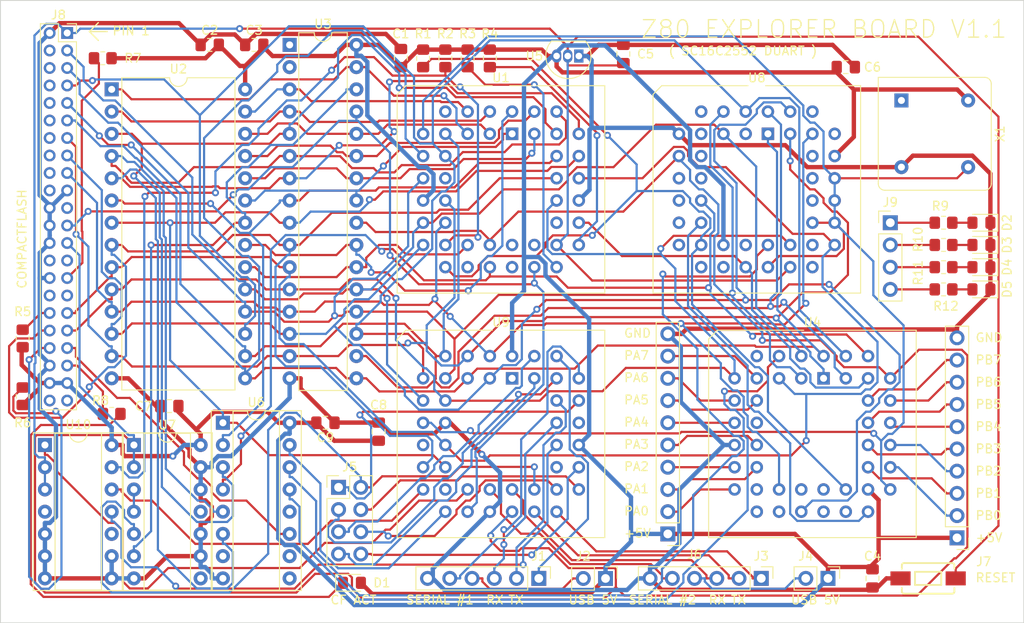
<source format=kicad_pcb>
(kicad_pcb (version 20240108) (generator "pcbnew") (generator_version "8.0")
  (layers (0 "F.Cu" signal) (31 "B.Cu" signal) (34 "B.Paste" user) (35 "F.Paste" user) (36 "B.SilkS" user "B.Silkscreen") (37 "F.SilkS" user "F.Silkscreen") (38 "B.Mask" user) (39 "F.Mask" user) (44 "Edge.Cuts" user))
  (net 0 "")
  (net 1 "GND")
  (net 2 "+5V")
  (net 3 "/~{RESET}")
  (net 4 "Net-(D1-K)")
  (net 5 "/D0")
  (net 6 "/D1")
  (net 7 "/D3")
  (net 8 "/D5")
  (net 9 "/D7")
  (net 10 "/~{INT}")
  (net 11 "/~{DSRA}")
  (net 12 "/PIO_IEI")
  (net 13 "/~{M1}")
  (net 16 "/RXDA")
  (net 17 "/SYSCLK")
  (net 18 "/TXDA")
  (net 20 "/~{DTRA}")
  (net 21 "/~{RTSA}")
  (net 22 "/~{CTSA}")
  (net 23 "/~{DSRB}")
  (net 24 "/~{CDA}")
  (net 25 "/~{CTSB}")
  (net 26 "/~{RTSB}")
  (net 27 "/~{DTRB}")
  (net 30 "/TXDB")
  (net 31 "/~{CDB}")
  (net 32 "/RXDB")
  (net 35 "/~{RD}")
  (net 36 "/A0")
  (net 37 "/A1")
  (net 38 "/~{RIA}")
  (net 39 "/~{IORQ}")
  (net 40 "/D6")
  (net 41 "/D4")
  (net 42 "/D2")
  (net 49 "/~{RIB}")
  (net 51 "/~{UART_CE}")
  (net 54 "/~{CTC_CE}")
  (net 60 "/INTB")
  (net 62 "/RESET")
  (net 64 "Net-(J1-Pin_4)")
  (net 65 "Net-(J3-Pin_4)")
  (net 66 "/INTA")
  (net 68 "Net-(J6-Pin_2)")
  (net 69 "Net-(J6-Pin_3)")
  (net 70 "Net-(J6-Pin_4)")
  (net 71 "Net-(J6-Pin_5)")
  (net 72 "Net-(J6-Pin_6)")
  (net 73 "Net-(J6-Pin_7)")
  (net 74 "Net-(J6-Pin_8)")
  (net 75 "Net-(J6-Pin_9)")
  (net 76 "Net-(J7-Pin_2)")
  (net 77 "Net-(J7-Pin_3)")
  (net 78 "Net-(J7-Pin_4)")
  (net 79 "Net-(J7-Pin_5)")
  (net 80 "Net-(J7-Pin_6)")
  (net 81 "Net-(J7-Pin_7)")
  (net 82 "Net-(J7-Pin_8)")
  (net 83 "Net-(J7-Pin_9)")
  (net 94 "/~{WR}")
  (net 97 "Net-(J8-~{DMACK})")
  (net 100 "Net-(J8-PDIAG)")
  (net 101 "/A2")
  (net 102 "/~{CF_CE}")
  (net 103 "Net-(J8-~{CS1})")
  (net 104 "Net-(J8-~{DASP})")
  (net 107 "/~{NMI}")
  (net 108 "/~{WAIT}")
  (net 109 "/~{BUSREQ}")
  (net 110 "/A11")
  (net 111 "/A12")
  (net 112 "/A13")
  (net 113 "/A14")
  (net 114 "/A15")
  (net 118 "/~{MREQ}")
  (net 123 "/A3")
  (net 124 "/A4")
  (net 125 "/A5")
  (net 126 "/A6")
  (net 127 "/A7")
  (net 128 "/A8")
  (net 129 "/A9")
  (net 130 "/A10")
  (net 131 "/~{ROM_OE}")
  (net 134 "/~{PIO_CE}")
  (net 148 "Net-(U7-Pad3)")
  (net 152 "Net-(D2-A)")
  (net 153 "Net-(D3-A)")
  (net 154 "Net-(D4-A)")
  (net 155 "Net-(D5-A)")
  (net 156 "Net-(J9-Pin_1)")
  (net 157 "Net-(J9-Pin_2)")
  (net 158 "Net-(J9-Pin_3)")
  (net 159 "Net-(J9-Pin_4)")
  (footprint "Package_LCC:PLCC-44_THT-Socket" (layer "F.Cu") (at 171.45 73.66)
    (property "Reference" "U8")
    (property "Value" "Z84C30_CTC_PLCC44")
  )
  (footprint "Connector_PinHeader_2.54mm:PinHeader_1x04_P2.54mm_Vertical" (layer "F.Cu") (at 185.42 83.82)
    (property "Reference" "J9")
    (property "Value" "Conn_01x04")
  )
  (footprint "MyLibrary2023:CompactFlashHeader_2x22_P2.00mm_Vertical" (layer "F.Cu") (at 90.44 62.11)
    (property "Reference" "J8")
    (property "Value" "CON_IDE_2X22_2MM")
  )
  (footprint "LED_SMD:LED_0805_2012Metric_Pad1.15x1.40mm_HandSolder" (layer "F.Cu") (at 195.825 91.44 180)
    (property "Reference" "D5")
    (property "Value" "LED")
  )
  (footprint "Capacitor_SMD:C_0805_2012Metric_Pad1.18x1.45mm_HandSolder" (layer "F.Cu") (at 107.7175 63.5)
    (property "Reference" "C2")
    (property "Value" "100n")
  )
  (footprint "Resistor_SMD:R_0805_2012Metric_Pad1.20x1.40mm_HandSolder" (layer "F.Cu") (at 86.36 103.648 -90)
    (property "Reference" "R6")
    (property "Value" "1K")
  )
  (footprint "LED_SMD:LED_0805_2012Metric_Pad1.15x1.40mm_HandSolder" (layer "F.Cu") (at 195.825 86.36 180)
    (property "Reference" "D3")
    (property "Value" "LED")
  )
  (footprint "Resistor_SMD:R_0805_2012Metric_Pad1.20x1.40mm_HandSolder" (layer "F.Cu") (at 191.5 91.44 180)
    (property "Reference" "R12")
    (property "Value" "1K")
  )
  (footprint "Connector_PinHeader_2.54mm:PinHeader_2x04_P2.54mm_Vertical" (layer "F.Cu") (at 122.428 114.056)
    (property "Reference" "J5")
    (property "Value" "Conn_02x04_Odd_Even")
  )
  (footprint "Connector_PinHeader_2.54mm:PinHeader_1x10_P2.54mm_Vertical" (layer "F.Cu") (at 160.02 119.38 180)
    (property "Reference" "J6")
    (property "Value" "Conn_01x10")
  )
  (footprint "LED_SMD:LED_0805_2012Metric_Pad1.15x1.40mm_HandSolder" (layer "F.Cu") (at 195.825 88.9 180)
    (property "Reference" "D4")
    (property "Value" "LED")
  )
  (footprint "Package_TO_SOT_THT:TO-92L_Inline" (layer "F.Cu") (at 149.86 64.77 180)
    (property "Reference" "U5")
    (property "Value" "DS1233-10")
  )
  (footprint "Resistor_SMD:R_0805_2012Metric_Pad1.20x1.40mm_HandSolder" (layer "F.Cu") (at 96.52 105.664 180)
    (property "Reference" "R8")
    (property "Value" "1K")
  )
  (footprint "LED_SMD:LED_0805_2012Metric_Pad1.15x1.40mm_HandSolder" (layer "F.Cu") (at 195.825 83.82 180)
    (property "Reference" "D2")
    (property "Value" "LED")
  )
  (footprint "Package_LCC:PLCC-44_THT-Socket" (layer "F.Cu") (at 142.24 101.6)
    (property "Reference" "U9")
    (property "Value" "SC16C2552B")
  )
  (footprint "Resistor_SMD:R_0805_2012Metric_Pad1.20x1.40mm_HandSolder" (layer "F.Cu") (at 139.7 65.04 90)
    (property "Reference" "R4")
    (property "Value" "10K")
  )
  (footprint "MyLibrary2023:TACTILE_SWITCH_SMD_6.0X3.5MM" (layer "F.Cu") (at 189.738 124.46 180)
    (property "Reference" "SW1" (hide yes))
    (property "Value" "RESET")
  )
  (footprint "Capacitor_SMD:C_0805_2012Metric_Pad1.18x1.45mm_HandSolder" (layer "F.Cu") (at 120.9255 106.68 180)
    (property "Reference" "C9")
    (property "Value" "100n")
  )
  (footprint "Resistor_SMD:R_0805_2012Metric_Pad1.20x1.40mm_HandSolder" (layer "F.Cu") (at 86.36 97.044 -90)
    (property "Reference" "R5")
    (property "Value" "1K")
  )
  (footprint "Package_DIP:DIP-14_W7.62mm_Socket" (layer "F.Cu") (at 99.06 109.22)
    (property "Reference" "U7")
    (property "Value" "74LS00")
  )
  (footprint "Resistor_SMD:R_0805_2012Metric_Pad1.20x1.40mm_HandSolder" (layer "F.Cu") (at 95.504 65.024 180)
    (property "Reference" "R7")
    (property "Value" "1K")
  )
  (footprint "Connector_PinHeader_2.54mm:PinHeader_1x10_P2.54mm_Vertical" (layer "F.Cu") (at 193.04 119.83 180)
    (property "Reference" "J7")
    (property "Value" "Conn_01x10")
  )
  (footprint "Resistor_SMD:R_0805_2012Metric_Pad1.20x1.40mm_HandSolder" (layer "F.Cu") (at 132.08 65.04 90)
    (property "Reference" "R1")
    (property "Value" "10K")
  )
  (footprint "Resistor_SMD:R_0805_2012Metric_Pad1.20x1.40mm_HandSolder" (layer "F.Cu") (at 191.5 86.36 180)
    (property "Reference" "R10")
    (property "Value" "1K")
  )
  (footprint "Capacitor_SMD:C_0805_2012Metric_Pad1.18x1.45mm_HandSolder" (layer "F.Cu") (at 112.7975 63.5)
    (property "Reference" "C3")
    (property "Value" "100n")
  )
  (footprint "Capacitor_SMD:C_0805_2012Metric_Pad1.18x1.45mm_HandSolder" (layer "F.Cu") (at 180.34 66.04 180)
    (property "Reference" "C6")
    (property "Value" "100n")
  )
  (footprint "Resistor_SMD:R_0805_2012Metric_Pad1.20x1.40mm_HandSolder" (layer "F.Cu") (at 137.16 65.04 90)
    (property "Reference" "R3")
    (property "Value" "10K")
  )
  (footprint "Capacitor_SMD:C_0805_2012Metric_Pad1.18x1.45mm_HandSolder" (layer "F.Cu") (at 127 107.696 -90)
    (property "Reference" "C8")
    (property "Value" "100n")
  )
  (footprint "Connector_PinHeader_2.54mm:PinHeader_1x06_P2.54mm_Vertical" (layer "F.Cu") (at 145.288 124.46 -90)
    (property "Reference" "J1")
    (property "Value" "Conn_01x06")
  )
  (footprint "Capacitor_SMD:C_0805_2012Metric_Pad1.18x1.45mm_HandSolder" (layer "F.Cu") (at 154.94 64.5375 -90)
    (property "Reference" "C5")
    (property "Value" "100n")
  )
  (footprint "Package_LCC:PLCC-44_THT-Socket" (layer "F.Cu") (at 177.8 101.6)
    (property "Reference" "U4")
    (property "Value" "Z84C20_PIO_PLCC44")
  )
  (footprint "Package_DIP:DIP-32_W7.62mm" (layer "F.Cu") (at 116.84 63.5)
    (property "Reference" "U3")
    (property "Value" "UM61512AK")
  )
  (footprint "Connector_PinHeader_2.54mm:PinHeader_1x02_P2.54mm_Vertical" (layer "F.Cu") (at 178.308 124.46 -90)
    (property "Reference" "J4")
    (property "Value" "Conn_01x02")
  )
  (footprint "Connector_PinHeader_2.54mm:PinHeader_1x02_P2.54mm_Vertical" (layer "F.Cu") (at 152.908 124.47 -90)
    (property "Reference" "J2")
    (property "Value" "Conn_01x02")
  )
  (footprint "Package_LCC:PLCC-44_THT-Socket" (layer "F.Cu") (at 142.24 73.66)
    (property "Reference" "U1")
    (property "Value" "Z84C00_CPU_PLCC44")
  )
  (footprint "Package_DIP:DIP-16_W7.62mm_Socket" (layer "F.Cu") (at 109.22 106.68)
    (property "Reference" "U6")
    (property "Value" "74LS138")
  )
  (footprint "Package_DIP:DIP-28_W15.24mm" (layer "F.Cu") (at 96.52 68.58)
    (property "Reference" "U2")
    (property "Value" "W27C512")
  )
  (footprint "LED_SMD:LED_0805_2012Metric_Pad1.15x1.40mm_HandSolder" (layer "F.Cu") (at 123.952 124.968)
    (property "Reference" "D1")
    (property "Value" "LED")
  )
  (footprint "Resistor_SMD:R_0805_2012Metric_Pad1.20x1.40mm_HandSolder" (layer "F.Cu") (at 134.62 65.04 90)
    (property "Reference" "R2")
    (property "Value" "10K")
  )
  (footprint "Package_DIP:DIP-14_W7.62mm_Socket" (layer "F.Cu") (at 88.9 109.22)
    (property "Reference" "U10")
    (property "Value" "74HCT02")
  )
  (footprint "Capacitor_SMD:C_0805_2012Metric_Pad1.18x1.45mm_HandSolder" (layer "F.Cu") (at 183.388 124.46 90)
    (property "Reference" "C4")
    (property "Value" "100n")
  )
  (footprint "Resistor_SMD:R_0805_2012Metric_Pad1.20x1.40mm_HandSolder" (layer "F.Cu") (at 191.5 88.9 180)
    (property "Reference" "R11")
    (property "Value" "1K")
  )
  (footprint "Resistor_SMD:R_0805_2012Metric_Pad1.20x1.40mm_HandSolder" (layer "F.Cu") (at 191.5 83.82 180)
    (property "Reference" "R9")
    (property "Value" "1K")
  )
  (footprint "Capacitor_SMD:C_0805_2012Metric_Pad1.18x1.45mm_HandSolder" (layer "F.Cu") (at 103.1025 104.775)
    (property "Reference" "C7")
    (property "Value" "100n")
  )
  (footprint "Oscillator:Oscillator_DIP-8" (layer "F.Cu") (at 186.69 69.85 -90)
    (property "Reference" "X1")
    (property "Value" "7.3728MHz")
  )
  (footprint "Capacitor_SMD:C_0805_2012Metric_Pad1.18x1.45mm_HandSolder" (layer "F.Cu") (at 129.54 65.0025 -90)
    (property "Reference" "C1")
    (property "Value" "100n")
  )
  (footprint "Connector_PinHeader_2.54mm:PinHeader_1x06_P2.54mm_Vertical" (layer "F.Cu") (at 170.688 124.46 -90)
    (property "Reference" "J3")
    (property "Value" "Conn_01x06")
  )
  (gr_line (start 93.98 61.976) (end 94.996 60.96) (stroke (width 0.15)) (layer "F.SilkS"))
  (gr_line (start 96.012 61.976) (end 93.98 61.976) (stroke (width 0.15)) (layer "F.SilkS"))
  (gr_line (start 93.98 61.976) (end 94.996 62.992) (stroke (width 0.15)) (layer "F.SilkS"))
  (gr_rect (start 83.82 58.42) (end 200.66 129.54) (stroke (width 0.1)) (fill none) (layer "Edge.Cuts"))
  (gr_text "PA0" (at 154.94 117.348 0) (layer "F.SilkS") (effects (font (size 1 1)) (justify left bottom)))
  (gr_text "GND" (at 154.94 97.028 0) (layer "F.SilkS") (effects (font (size 1 1)) (justify left bottom)))
  (gr_text "PA4" (at 154.94 107.188 0) (layer "F.SilkS") (effects (font (size 1 1)) (justify left bottom)))
  (gr_text "( SC16C2552 DUART )" (at 160.02 64.77 0) (layer "F.SilkS") (effects (font (size 1 1)) (justify left bottom)))
  (gr_text "PIN 1" (at 96.52 62.484 0) (layer "F.SilkS") (effects (font (size 1 1)) (justify left bottom)))
  (gr_text "PB2" (at 195.072 112.776 0) (layer "F.SilkS") (effects (font (size 1 1)) (justify left bottom)))
  (gr_text "+5V" (at 195.072 120.396 0) (layer "F.SilkS") (effects (font (size 1 1)) (justify left bottom)))
  (gr_text "PB5" (at 195.072 105.156 0) (layer "F.SilkS") (effects (font (size 1 1)) (justify left bottom)))
  (gr_text "Z80 EXPLORER BOARD V1.1" (at 156.845 62.865 0) (layer "F.SilkS") (effects (font (size 2 2)) (justify left bottom)))
  (gr_text "PB4" (at 195.072 107.696 0) (layer "F.SilkS") (effects (font (size 1 1)) (justify left bottom)))
  (gr_text "PB6" (at 195.072 102.616 0) (layer "F.SilkS") (effects (font (size 1 1)) (justify left bottom)))
  (gr_text "CF ACT" (at 121.412 127.508 0) (layer "F.SilkS") (effects (font (size 1 1)) (justify left bottom)))
  (gr_text "USB 5V" (at 148.59 127.508 0) (layer "F.SilkS") (effects (font (size 1 1)) (justify left bottom)))
  (gr_text "PB1" (at 195.072 115.316 0) (layer "F.SilkS") (effects (font (size 1 1)) (justify left bottom)))
  (gr_text "PA7" (at 154.94 99.568 0) (layer "F.SilkS") (effects (font (size 1 1)) (justify left bottom)))
  (gr_text "PB7" (at 195.072 100.076 0) (layer "F.SilkS") (effects (font (size 1 1)) (justify left bottom)))
  (gr_text "COMPACTFLASH" (at 86.868 91.44 90) (layer "F.SilkS") (effects (font (size 1 1)) (justify left bottom)))
  (gr_text "USB 5V" (at 173.99 127.508 0) (layer "F.SilkS") (effects (font (size 1 1)) (justify left bottom)))
  (gr_text "PA1" (at 154.94 114.808 0) (layer "F.SilkS") (effects (font (size 1 1)) (justify left bottom)))
  (gr_text "RX" (at 164.592 127.508 0) (layer "F.SilkS") (effects (font (size 1 1)) (justify left bottom)))
  (gr_text "PB0" (at 195.072 117.856 0) (layer "F.SilkS") (effects (font (size 1 1)) (justify left bottom)))
  (gr_text "GND" (at 195.072 97.536 0) (layer "F.SilkS") (effects (font (size 1 1)) (justify left bottom)))
  (gr_text "RX" (at 139.192 127.508 0) (layer "F.SilkS") (effects (font (size 1 1)) (justify left bottom)))
  (gr_text "PA6" (at 154.94 102.108 0) (layer "F.SilkS") (effects (font (size 1 1)) (justify left bottom)))
  (gr_text "PA3" (at 154.94 109.728 0) (layer "F.SilkS") (effects (font (size 1 1)) (justify left bottom)))
  (gr_text "SERIAL #2" (at 155.448 127.508 0) (layer "F.SilkS") (effects (font (size 1 1)) (justify left bottom)))
  (gr_text "PB3" (at 195.072 110.236 0) (layer "F.SilkS") (effects (font (size 1 1)) (justify left bottom)))
  (gr_text "PA5" (at 154.94 104.648 0) (layer "F.SilkS") (effects (font (size 1 1)) (justify left bottom)))
  (gr_text "RESET" (at 195.072 124.968 0) (layer "F.SilkS") (effects (font (size 1 1)) (justify left bottom)))
  (gr_text "SERIAL #1" (at 130.048 127.508 0) (layer "F.SilkS") (effects (font (size 1 1)) (justify left bottom)))
  (gr_text "PA2" (at 154.94 112.268 0) (layer "F.SilkS") (effects (font (size 1 1)) (justify left bottom)))
  (gr_text "TX" (at 167.132 127.508 0) (layer "F.SilkS") (effects (font (size 1 1)) (justify left bottom)))
  (gr_text "TX" (at 141.732 127.508 0) (layer "F.SilkS") (effects (font (size 1 1)) (justify left bottom)))
  (gr_text "+5V" (at 154.94 119.888 0) (layer "F.SilkS") (effects (font (size 1 1)) (justify left bottom)))
  (segment (start 186.69 77.47) (end 175.9438 77.47) (width 0.5) (layer "F.Cu") (net 1))
  (segment (start 157.988 124.46) (end 159.2899 125.7619) (width 0.5) (layer "F.Cu") (net 1))
  (segment (start 128.2276 107.8861) (end 127 106.6585) (width 0.5) (layer "F.Cu") (net 1))
  (segment (start 99.06 124.46) (end 100.3119 124.46) (width 0.5) (layer "F.Cu") (net 1))
  (segment (start 107.95 117.3769) (end 107.1988 118.1281) (width 0.5) (layer "F.Cu") (net 1))
  (segment (start 102.065 106.3755) (end 105.41 109.7205) (width 0.5) (layer "F.Cu") (net 1))
  (segment (start 183.1236 125.7619) (end 183.388 125.4975) (width 0.5) (layer "F.Cu") (net 1))
  (segment (start 135.1766 106.68) (end 134.62 106.68) (width 0.5) (layer "F.Cu") (net 1))
  (segment (start 154.94 63.5) (end 178.8375 63.5) (width 0.5) (layer "F.Cu") (net 1))
  (segment (start 89.44 62.14) (end 90.5669 61.0131) (width 0.5) (layer "F.Cu") (net 1))
  (segment (start 121.9845 106.6585) (end 127 106.6585) (width 0.5) (layer "F.Cu") (net 1))
  (segment (start 193.04 96.97) (end 193.04 96.319) (width 0.5) (layer "F.Cu") (net 1))
  (segment (start 102.8519 121.92) (end 106.68 121.92) (width 0.5) (layer "F.Cu") (net 1))
  (segment (start 171.7643 95.9319) (end 171.8506 96.0182) (width 0.5) (layer "F.Cu") (net 1))
  (segment (start 196.85 83.82) (end 196.85 78.2143) (width 0.5) (layer "F.Cu") (net 1))
  (segment (start 118.0919 102.7659) (end 118.0919 101.6) (width 0.5) (layer "F.Cu") (net 1))
  (segment (start 111.76 63.4889) (end 110.5808 62.3097) (width 0.5) (layer "F.Cu") (net 1))
  (segment (start 160.02 96.52) (end 161.5945 96.52) (width 0.5) (layer "F.Cu") (net 1))
  (segment (start 196.85 88.9) (end 196.85 91.44) (width 0.5) (layer "F.Cu") (net 1))
  (segment (start 121.963 106.68) (end 121.9845 106.6585) (width 0.5) (layer "F.Cu") (net 1))
  (segment (start 175.9438 77.47) (end 173.4346 74.9608) (width 0.5) (layer "F.Cu") (net 1))
  (segment (start 127.8231 62.2481) (end 113.0008 62.2481) (width 0.5) (layer "F.Cu") (net 1))
  (segment (start 159.2899 125.7619) (end 183.1236 125.7619) (width 0.5) (layer "F.Cu") (net 1))
  (segment (start 193.04 95.6681) (end 196.85 91.8581) (width 0.5) (layer "F.Cu") (net 1))
  (segment (start 107.2277 115.5519) (end 107.95 116.2742) (width 0.5) (layer "F.Cu") (net 1))
  (segment (start 186.588 124.46) (end 184.9861 124.46) (width 0.5) (layer "F.Cu") (net 1))
  (segment (start 187.997 76.163) (end 186.69 77.47) (width 0.5) (layer "F.Cu") (net 1))
  (segment (start 107.1988 118.1281) (end 106.68 118.1281) (width 0.5) (layer "F.Cu") (net 1))
  (segment (start 196.85 91.8581) (end 196.85 91.44) (width 0.5) (layer "F.Cu") (net 1))
  (segment (start 194.7987 76.163) (end 187.997 76.163) (width 0.5) (layer "F.Cu") (net 1))
  (segment (start 110.5808 62.3097) (end 107.8703 62.3097) (width 0.5) (layer "F.Cu") (net 1))
  (segment (start 173.4346 74.9608) (end 162.5908 74.9608) (width 0.5) (layer "F.Cu") (net 1))
  (segment (start 106.68 115.5519) (end 107.2277 115.5519) (width 0.5) (layer "F.Cu") (net 1))
  (segment (start 193.04 96.319) (end 193.04 95.6681) (width 0.5) (layer "F.Cu") (net 1))
  (segment (start 106.68 119.38) (end 106.68 118.1281) (width 0.5) (layer "F.Cu") (net 1))
  (segment (start 196.85 78.2143) (end 194.7987 76.163) (width 0.5) (layer "F.Cu") (net 1))
  (segment (start 102.065 104.775) (end 102.065 106.3755) (width 0.5) (layer "F.Cu") (net 1))
  (segment (start 196.85 83.82) (end 196.85 86.36) (width 0.5) (layer "F.Cu") (net 1))
  (segment (start 184.9861 124.46) (end 183.9486 125.4975) (width 0.5) (layer "F.Cu") (net 1))
  (segment (start 129.54 63.965) (end 127.8231 62.2481) (width 0.5) (layer "F.Cu") (net 1))
  (segment (start 150.8369 64.77) (end 152.1069 63.5) (width 0.5) (layer "F.Cu") (net 1))
  (segment (start 90.5669 61.0131) (end 104.1931 61.0131) (width 0.5) (layer "F.Cu") (net 1))
  (segment (start 107.95 116.2742) (end 107.95 117.3769) (width 0.5) (layer "F.Cu") (net 1))
  (segment (start 134.62 106.68) (end 133.4139 107.8861) (width 0.5) (layer "F.Cu") (net 1))
  (segment (start 106.68 114.3) (end 106.68 115.5519) (width 0.5) (layer "F.Cu") (net 1))
  (segment (start 102.8519 121.92) (end 100.3119 124.46) (width 0.5) (layer "F.Cu") (net 1))
  (segment (start 96.52 124.46) (end 88.9 124.46) (width 0.5) (layer "F.Cu") (net 1))
  (segment (start 192.7392 96.0182) (end 193.04 96.319) (width 0.5) (layer "F.Cu") (net 1))
  (segment (start 162.1826 95.9319) (end 171.7643 95.9319) (width 0.5) (layer "F.Cu") (net 1))
  (segment (start 101.59095 104.775) (end 102.065 104.775) (width 0.5) (layer "F.Cu") (net 1))
  (segment (start 98.41595 101.6) (end 101.59095 104.775) (width 0.5) (layer "F.Cu") (net 1))
  (segment (start 149.86 64.77) (end 150.8369 64.77) (width 0.5) (layer "F.Cu") (net 1))
  (segment (start 161.5945 96.52) (end 162.1826 95.9319) (width 0.5) (layer "F.Cu") (net 1))
  (segment (start 138.7819 110.2853) (end 135.1766 106.68) (width 0.5) (layer "F.Cu") (net 1))
  (segment (start 116.84 101.6) (end 118.0919 101.6) (width 0.5) (layer "F.Cu") (net 1))
  (segment (start 105.41 110.49) (end 106.68 111.76) (width 0.5) (layer "F.Cu") (net 1))
  (segment (start 111.76 63.4889) (end 111.76 63.5) (width 0.5) (layer "F.Cu") (net 1))
  (segment (start 162.5908 74.9608) (end 161.29 73.66) (width 0.5) (layer "F.Cu") (net 1))
  (segment (start 105.41 109.7205) (end 105.41 110.49) (width 0.5) (layer "F.Cu") (net 1))
  (segment (start 133.4139 107.8861) (end 128.2276 107.8861) (width 0.5) (layer "F.Cu") (net 1))
  (segment (start 183.9486 125.4975) (end 183.388 125.4975) (width 0.5) (layer "F.Cu") (net 1))
  (segment (start 113.0008 62.2481) (end 111.76 63.4889) (width 0.5) (layer "F.Cu") (net 1))
  (segment (start 107.8703 62.3097) (end 106.68 63.5) (width 0.5) (layer "F.Cu") (net 1))
  (segment (start 104.1931 61.0131) (end 106.68 63.5) (width 0.5) (layer "F.Cu") (net 1))
  (segment (start 96.52 101.6) (end 98.41595 101.6) (width 0.5) (layer "F.Cu") (net 1))
  (segment (start 196.85 86.36) (end 196.85 88.9) (width 0.5) (layer "F.Cu") (net 1))
  (segment (start 171.8506 96.0182) (end 192.7392 96.0182) (width 0.5) (layer "F.Cu") (net 1))
  (segment (start 121.9845 106.6585) (end 118.0919 102.7659) (width 0.5) (layer "F.Cu") (net 1))
  (segment (start 178.8375 63.5) (end 181.3775 66.04) (width 0.5) (layer "F.Cu") (net 1))
  (segment (start 152.1069 63.5) (end 154.94 63.5) (width 0.5) (layer "F.Cu") (net 1))
  (via (at 138.7819 110.2853) (size 0.8) (drill 0.4) (layers "F.Cu" "B.Cu") (net 1))
  (segment (start 161.5016 104.3021) (end 166.4195 109.22) (width 0.5) (layer "B.Cu") (net 1))
  (segment (start 89.44 84.14) (end 89.44 85.2669) (width 0.5) (layer "B.Cu") (net 1))
  (segment (start 110.1836 110.49) (end 108.6831 110.49) (width 0.5) (layer "B.Cu") (net 1))
  (segment (start 96.52 124.46) (end 99.06 124.46) (width 0.5) (layer "B.Cu") (net 1))
  (segment (start 149.86 64.77) (end 150.8369 64.77) (width 0.5) (layer "B.Cu") (net 1))
  (segment (start 90.1618 117.414) (end 89.4477 118.1281) (width 0.5) (layer "B.Cu") (net 1))
  (segment (start 89.44 99.9677) (end 88.3131 98.8408) (width 0.5) (layer "B.Cu") (net 1))
  (segment (start 133.1861 123.3539) (end 139.7 116.84) (width 0.5) (layer "B.Cu") (net 1))
  (segment (start 88.2919 80.6666) (end 88.2919 63.2881) (width 0.5) (layer "B.Cu") (net 1))
  (segment (start 109.22 124.46) (end 107.9681 124.46) (width 0.5) (layer "B.Cu") (net 1))
  (segment (start 108.6831 110.49) (end 107.9319 111.2412) (width 0.5) (layer "B.Cu") (net 1))
  (segment (start 96.52 121.92) (end 96.52 124.46) (width 0.5) (layer "B.Cu") (net 1))
  (segment (start 89.6442 81.9358) (end 89.5611 81.9358) (width 0.5) (layer "B.Cu") (net 1))
  (segment (start 107.306 111.76) (end 107.9319 111.76) (width 0.5) (layer "B.Cu") (net 1))
  (segment (start 89.44 100.14) (end 88.3131 101.2669) (width 0.5) (layer "B.Cu") (net 1))
  (segment (start 106.68 121.92) (end 106.68 123.1719) (width 0.5) (layer "B.Cu") (net 1))
  (segment (start 88.3131 105.0809) (end 90.1618 106.9296) (width 0.5) (layer "B.Cu") (net 1))
  (segment (start 151.3116 72.9783) (end 151.0783 73.2116) (width 0.5) (layer "B.Cu") (net 1))
  (segment (start 88.3131 87.2669) (end 89.44 86.14) (width 0.5) (layer "B.Cu") (net 1))
  (segment (start 140.8631 112.3665) (end 140.8631 115.6769) (width 0.5) (layer "B.Cu") (net 1))
  (segment (start 107.9319 111.2412) (end 107.9319 111.76) (width 0.5) (layer "B.Cu") (net 1))
  (segment (start 156.6861 124.46) (end 155.358 125.7881) (width 0.5) (layer "B.Cu") (net 1))
  (segment (start 158.6228 123.1581) (end 157.988 123.1581) (width 0.5) (layer "B.Cu") (net 1))
  (segment (start 167.64 109.22) (end 166.4195 109.22) (width 0.5) (layer "B.Cu") (net 1))
  (segment (start 138.7819 110.2853) (end 140.8631 112.3665) (width 0.5) (layer "B.Cu") (net 1))
  (segment (start 157.988 124.46) (end 156.6861 124.46) (width 0.5) (layer "B.Cu") (net 1))
  (segment (start 88.2919 63.2881) (end 89.44 62.14) (width 0.5) (layer "B.Cu") (net 1))
  (segment (start 88.3131 98.8408) (end 88.3131 90.14) (width 0.5) (layer "B.Cu") (net 1))
  (segment (start 107.1988 123.1719) (end 106.68 123.1719) (width 0.5) (layer "B.Cu") (net 1))
  (segment (start 107.9681 123.9412) (end 107.1988 123.1719) (width 0.5) (layer "B.Cu") (net 1))
  (segment (start 150.8369 64.77) (end 151.3116 65.2447) (width 0.5) (layer "B.Cu") (net 1))
  (segment (start 106.68 111.76) (end 107.306 111.76) (width 0.5) (layer "B.Cu") (net 1))
  (segment (start 160.02 96.52) (end 161.5016 98.0016) (width 0.5) (layer "B.Cu") (net 1))
  (segment (start 89.4477 118.1281) (end 88.9 118.1281) (width 0.5) (layer "B.Cu") (net 1))
  (segment (start 90.1618 106.9296) (end 90.1618 117.414) (width 0.5) (layer "B.Cu") (net 1))
  (segment (start 161.29 73.66) (end 160.6083 72.9783) (width 0.5) (layer "B.Cu") (net 1))
  (segment (start 89.44 90.14) (end 88.3131 90.14) (width 0.5) (layer "B.Cu") (net 1))
  (segment (start 157.988 124.46) (end 157.988 123.1581) (width 0.5) (layer "B.Cu") (net 1))
  (segment (start 161.3389 114.3006) (end 161.3389 120.442) (width 0.5) (layer "B.Cu") (net 1))
  (segment (start 134.5142 125.7881) (end 133.1861 124.46) (width 0.5) (layer "B.Cu") (net 1))
  (segment (start 151.0783 80.0617) (end 149.86 81.28) (width 0.5) (layer "B.Cu") (net 1))
  (segment (start 91.44 80.14) (end 89.6442 81.9358) (width 0.5) (layer "B.Cu") (net 1))
  (segment (start 161.3389 120.442) (end 158.6228 123.1581) (width 0.5) (layer "B.Cu") (net 1))
  (segment (start 116.84 103.8336) (end 110.1836 110.49) (width 0.5) (layer "B.Cu") (net 1))
  (segment (start 116.84 101.6) (end 116.84 103.8336) (width 0.5) (layer "B.Cu") (net 1))
  (segment (start 166.4195 109.22) (end 161.3389 114.3006) (width 0.5) (layer "B.Cu") (net 1))
  (segment (start 161.5016 98.0016) (end 161.5016 104.3021) (width 0.5) (layer "B.Cu") (net 1))
  (segment (start 89.5611 82.0189) (end 89.44 82.14) (width 0.5) (layer "B.Cu") (net 1))
  (segment (start 88.3131 90.14) (end 88.3131 87.2669) (width 0.5) (layer "B.Cu") (net 1))
  (segment (start 160.6083 72.9783) (end 151.3116 72.9783) (width 0.5) (layer "B.Cu") (net 1))
  (segment (start 88.9 121.92) (end 88.9 119.38) (width 0.5) (layer "B.Cu") (net 1))
  (segment (start 107.306 111.76) (end 106.68 112.386) (width 0.5) (layer "B.Cu") (net 1))
  (segment (start 140.8631 115.6769) (end 139.7 116.84) (width 0.5) (layer "B.Cu") (net 1))
  (segment (start 89.44 100.14) (end 89.44 99.9677) (width 0.5) (layer "B.Cu") (net 1))
  (segment (start 107.9681 124.46) (end 107.9681 123.9412) (width 0.5) (layer "B.Cu") (net 1))
  (segment (start 106.68 119.38) (end 106.68 121.92) (width 0.5) (layer "B.Cu") (net 1))
  (segment (start 88.3131 101.2669) (end 88.3131 105.0809) (width 0.5) (layer "B.Cu") (net 1))
  (segment (start 133.1861 124.46) (end 133.1861 123.3539) (width 0.5) (layer "B.Cu") (net 1))
  (segment (start 89.5611 81.9358) (end 88.2919 80.6666) (width 0.5) (layer "B.Cu") (net 1))
  (segment (start 88.9 119.38) (end 88.9 118.1281) (width 0.5) (layer "B.Cu") (net 1))
  (segment (start 88.9 124.46) (end 88.9 121.92) (width 0.5) (layer "B.Cu") (net 1))
  (segment (start 155.358 125.7881) (end 134.5142 125.7881) (width 0.5) (layer "B.Cu") (net 1))
  (segment (start 133.1861 124.46) (end 132.588 124.46) (width 0.5) (layer "B.Cu") (net 1))
  (segment (start 89.44 86.14) (end 89.44 85.2669) (width 0.5) (layer "B.Cu") (net 1))
  (segment (start 89.5611 81.9358) (end 89.5611 82.0189) (width 0.5) (layer "B.Cu") (net 1))
  (segment (start 89.44 84.14) (end 89.44 82.14) (width 0.5) (layer "B.Cu") (net 1))
  (segment (start 106.68 112.386) (end 106.68 114.3) (width 0.5) (layer "B.Cu") (net 1))
  (segment (start 151.0783 73.2116) (end 151.0783 80.0617) (width 0.5) (layer "B.Cu") (net 1))
  (segment (start 151.3116 65.2447) (end 151.3116 72.9783) (width 0.5) (layer "B.Cu") (net 1))
  (segment (start 114.8875 64.77) (end 113.8921 63.7746) (width 0.5) (layer "F.Cu") (net 2))
  (segment (start 181.2587 74.0113) (end 179.07 76.2) (width 0.5) (layer "F.Cu") (net 2))
  (segment (start 152.908 124.47) (end 151.135 126.243) (width 0.5) (layer "F.Cu") (net 2))
  (segment (start 131.54 64.04) (end 129.54 66.04) (width 0.5) (layer "F.Cu") (net 2))
  (segment (start 129.54 66.04) (end 127 63.5) (width 0.5) (layer "F.Cu") (net 2))
  (segment (start 134.62 64.04) (end 132.08 64.04) (width 0.5) (layer "F.Cu") (net 2))
  (segment (start 106.1738 107.4634) (end 106.1752 107.4634) (width 0.5) (layer "F.Cu") (net 2))
  (segment (start 121.9415 108.7335) (end 127 108.7335) (width 0.5) (layer "F.Cu") (net 2))
  (segment (start 96.504 65.024) (end 107.231 65.024) (width 0.5) (layer "F.Cu") (net 2))
  (segment (start 106.68 109.22) (end 106.68 107.9681) (width 0.5) (layer "F.Cu") (net 2))
  (segment (start 178.308 124.46) (end 178.308 123.1581) (width 0.5) (layer "F.Cu") (net 2))
  (segment (start 146.3431 64.77) (end 145.6131 64.04) (width 0.5) (layer "F.Cu") (net 2))
  (segment (start 106.1752 107.4634) (end 106.1753 107.4633) (width 0.5) (layer "F.Cu") (net 2))
  (segment (start 113.835 63.7175) (end 113.8921 63.7746) (width 0.5) (layer "F.Cu") (net 2))
  (segment (start 178.308 123.1581) (end 174.5299 119.38) (width 0.5) (layer "F.Cu") (net 2))
  (segment (start 88.3131 102.14) (end 88.3131 102.6949) (width 0.5) (layer "F.Cu") (net 2))
  (segment (start 147.32 64.77) (end 147.32 65.9719) (width 0.5) (layer "F.Cu") (net 2))
  (segment (start 147.99 66.6419) (end 179.3025 66.6419) (width 0.5) (layer "F.Cu") (net 2))
  (segment (start 147.32 64.77) (end 146.3431 64.77) (width 0.5) (layer "F.Cu") (net 2))
  (segment (start 98.0266 110.4919) (end 97.7719 110.2372) (width 0.5) (layer "F.Cu") (net 2))
  (segment (start 86.36 98.044) (end 86.2424 98.1616) (width 0.5) (layer "F.Cu") (net 2))
  (segment (start 145.6131 64.04) (end 139.7 64.04) (width 0.5) (layer "F.Cu") (net 2))
  (segment (start 126.252 126.243) (end 124.977 124.968) (width 0.5) (layer "F.Cu") (net 2))
  (segment (start 181.2587 68.5981) (end 181.2587 74.0113) (width 0.5) (layer "F.Cu") (net 2))
  (segment (start 184.0861 119.83) (end 193.04 119.83) (width 0.5) (layer "F.Cu") (net 2))
  (segment (start 104.14 105.4296) (end 106.1738 107.4634) (width 0.5) (layer "F.Cu") (net 2))
  (segment (start 103.505 110.4919) (end 98.0266 110.4919) (width 0.5) (layer "F.Cu") (net 2))
  (segment (start 97.7719 110.2372) (end 97.7719 109.22) (width 0.5) (layer "F.Cu") (net 2))
  (segment (start 116.84 106.68) (end 119.888 106.68) (width 0.5) (layer "F.Cu") (net 2))
  (segment (start 151.135 126.243) (end 126.252 126.243) (width 0.5) (layer "F.Cu") (net 2))
  (segment (start 107.231 65.024) (end 108.755 63.5) (width 0.5) (layer "F.Cu") (net 2))
  (segment (start 137.16 64.04) (end 134.62 64.04) (width 0.5) (layer "F.Cu") (net 2))
  (segment (start 119.888 106.68) (end 121.9415 108.7335) (width 0.5) (layer "F.Cu") (net 2))
  (segment (start 160.02 119.38) (end 174.5299 119.38) (width 0.5) (layer "F.Cu") (net 2))
  (segment (start 116.84 106.68) (end 115.5881 106.68) (width 0.5) (layer "F.Cu") (net 2))
  (segment (start 183.1236 123.1581) (end 184.0861 122.1956) (width 0.5) (layer "F.Cu") (net 2))
  (segment (start 121.9381 64.77) (end 114.8875 64.77) (width 0.5) (layer "F.Cu") (net 2))
  (segment (start 111.76 65.9067) (end 111.1617 65.9067) (width 0.5) (layer "F.Cu") (net 2))
  (segment (start 183.1236 123.1581) (end 183.388 123.4225) (width 0.5) (layer "F.Cu") (net 2))
  (segment (start 97.7719 109.22) (end 96.52 109.22) (width 0.5) (layer "F.Cu") (net 2))
  (segment (start 184.0861 122.1956) (end 184.0861 119.83) (width 0.5) (layer "F.Cu") (net 2))
  (segment (start 86.2424 100.0693) (end 88.3131 102.14) (width 0.5) (layer "F.Cu") (net 2))
  (segment (start 181.2587 68.5981) (end 179.3025 66.6419) (width 0.5) (layer "F.Cu") (net 2))
  (segment (start 139.7 64.04) (end 137.16 64.04) (width 0.5) (layer "F.Cu") (net 2))
  (segment (start 181.2587 68.5981) (end 193.0581 68.5981) (width 0.5) (layer "F.Cu") (net 2))
  (segment (start 111.1617 65.9067) (end 108.755 63.5) (width 0.5) (layer "F.Cu") (net 2))
  (segment (start 113.8921 63.7746) (end 111.76 65.9067) (width 0.5) (layer "F.Cu") (net 2))
  (segment (start 114.3362 105.4281) (end 115.5881 106.68) (width 0.5) (layer "F.Cu") (net 2))
  (segment (start 147.32 65.9719) (end 147.99 66.6419) (width 0.5) (layer "F.Cu") (net 2))
  (segment (start 88.3131 102.6949) (end 86.36 104.648) (width 0.5) (layer "F.Cu") (net 2))
  (segment (start 179.3025 66.6419) (end 179.3025 66.04) (width 0.5) (layer "F.Cu") (net 2))
  (segment (start 111.76 68.58) (end 111.76 65.9067) (width 0.5) (layer "F.Cu") (net 2))
  (segment (start 184.0861 119.83) (end 184.0861 115.5061) (width 0.5) (layer "F.Cu") (net 2))
  (segment (start 106.1753 107.4633) (end 108.2105 105.4281) (width 0.5) (layer "F.Cu") (net 2))
  (segment (start 124.46 63.5) (end 127 63.5) (width 0.5) (layer "F.Cu") (net 2))
  (segment (start 106.68 107.9681) (end 106.1753 107.4633) (width 0.5) (layer "F.Cu") (net 2))
  (segment (start 184.0861 115.5061) (end 182.88 114.3) (width 0.5) (layer "F.Cu") (net 2))
  (segment (start 178.308 123.1581) (end 183.1236 123.1581) (width 0.5) (layer "F.Cu") (net 2))
  (segment (start 124.46 63.5) (end 123.2081 63.5) (width 0.5) (layer "F.Cu") (net 2))
  (segment (start 113.835 63.5) (end 113.835 63.7175) (width 0.5) (layer "F.Cu") (net 2))
  (segment (start 123.2081 63.5) (end 121.9381 64.77) (width 0.5) (layer "F.Cu") (net 2))
  (segment (start 132.08 64.04) (end 131.54 64.04) (width 0.5) (layer "F.Cu") (net 2))
  (segment (start 104.14 104.775) (end 104.14 105.4296) (width 0.5) (layer "F.Cu") (net 2))
  (segment (start 86.2424 98.1616) (end 86.2424 100.0693) (width 0.5) (layer "F.Cu") (net 2))
  (segment (start 89.44 102.14) (end 88.3131 102.14) (width 0.5) (layer "F.Cu") (net 2))
  (segment (start 193.0581 68.5981) (end 194.31 69.85) (width 0.5) (layer "F.Cu") (net 2))
  (segment (start 108.2105 105.4281) (end 114.3362 105.4281) (width 0.5) (layer "F.Cu") (net 2))
  (via (at 103.505 110.4919) (size 0.8) (drill 0.4) (layers "F.Cu" "B.Cu") (net 2))
  (segment (start 152.908 124.47) (end 152.908 123.1681) (width 0.5) (layer "B.Cu") (net 2))
  (segment (start 125.7119 65.456) (end 125.7119 71.569) (width 0.5) (layer "B.Cu") (net 2))
  (segment (start 96.52 107.22) (end 96.52 109.22) (width 0.5) (layer "B.Cu") (net 2))
  (segment (start 145.3019 87.7369) (end 146.05 88.485) (width 0.5) (layer "B.Cu") (net 2))
  (segment (start 104.7769 109.22) (end 106.68 109.22) (width 0.5) (layer "B.Cu") (net 2))
  (segment (start 152.8643 63.5605) (end 162.56 73.2562) (width 0.5) (layer "B.Cu") (net 2))
  (segment (start 133.2658 78.2735) (end 133.2658 80.0942) (width 0.5) (layer "B.Cu") (net 2))
  (segment (start 116.2934 120.65) (end 117.3674 120.65) (width 0.5) (layer "B.Cu") (net 2))
  (segment (start 116.84 106.68) (end 116.84 107.9319) (width 0.5) (layer "B.Cu") (net 2))
  (segment (start 162.56 76.6608) (end 163.3692 77.47) (width 0.5) (layer "B.Cu") (net 2))
  (segment (start 155.8136 120.2625) (end 155.8136 119.38) (width 0.5) (layer "B.Cu") (net 2))
  (segment (start 91.44 102.14) (end 90.5669 102.14) (width 0.5) (layer "B.Cu") (net 2))
  (segment (start 175.2624 127.5056) (end 178.308 124.46) (width 0.5) (layer "B.Cu") (net 2))
  (segment (start 146.8171 64.77) (end 143.5957 67.9914) (width 0.5) (layer "B.Cu") (net 2))
  (segment (start 125.0078 64.7519) (end 125.7119 65.456) (width 0.5) (layer "B.Cu") (net 2))
  (segment (start 148.1061 63.5605) (end 152.8643 63.5605) (width 0.5) (layer "B.Cu") (net 2))
  (segment (start 147.0204 64.6462) (end 148.1061 63.5605) (width 0.5) (layer "B.Cu") (net 2))
  (segment (start 124.46 63.5) (end 124.46 64.7519) (width 0.5) (layer "B.Cu") (net 2))
  (segment (start 131.6129 77.47) (end 132.4623 77.47) (width 0.5) (layer "B.Cu") (net 2))
  (segment (start 155.8136 119.38) (end 155.8136 115.1736) (width 0.5) (layer "B.Cu") (net 2))
  (segment (start 147.32 64.77) (end 147.0204 64.77) (width 0.5) (layer "B.Cu") (net 2))
  (segment (start 89.44 102.14) (end 90.5669 102.14) (width 0.5) (layer "B.Cu") (net 2))
  (segment (start 125.7119 71.569) (end 131.6129 77.47) (width 0.5) (layer "B.Cu") (net 2))
  (segment (start 124.223 127.5056) (end 175.2624 127.5056) (width 0.5) (layer "B.Cu") (net 2))
  (segment (start 155.8136 119.38) (end 160.02 119.38) (width 0.5) (layer "B.Cu") (net 2))
  (segment (start 143.5957 87.7369) (end 145.3019 87.7369) (width 0.5) (layer "B.Cu") (net 2))
  (segment (start 151.0371 108.0429) (end 149.86 109.22) (width 0.5) (layer "B.Cu") (net 2))
  (segment (start 103.505 110.4919) (end 104.7769 109.22) (width 0.5) (layer "B.Cu") (net 2))
  (segment (start 163.3692 77.47) (end 164.2681 77.47) (width 0.5) (layer "B.Cu") (net 2))
  (segment (start 143.5957 67.9914) (end 143.5957 87.7369) (width 0.5) (layer "B.Cu") (net 2))
  (segment (start 152.908 123.1681) (end 155.8136 120.2625) (width 0.5) (layer "B.Cu") (net 2))
  (segment (start 117.3674 120.65) (end 124.223 127.5056) (width 0.5) (layer "B.Cu") (net 2))
  (segment (start 142.24 92.9873) (end 143.5957 91.6316) (width 0.5) (layer "B.Cu") (net 2))
  (segment (start 155.8136 115.1736) (end 149.86 109.22) (width 0.5) (layer "B.Cu") (net 2))
  (segment (start 146.05 88.485) (end 146.05 89.8466) (width 0.5) (layer "B.Cu") (net 2))
  (segment (start 147.0204 64.77) (end 147.0204 64.6462) (width 0.5) (layer "B.Cu") (net 2))
  (segment (start 133.2658 80.0942) (end 132.08 81.28) (width 0.5) (layer "B.Cu") (net 2))
  (segment (start 91.44 102.14) (end 96.52 107.22) (width 0.5) (layer "B.Cu") (net 2))
  (segment (start 151.0371 94.8337) (end 151.0371 108.0429) (width 0.5) (layer "B.Cu") (net 2))
  (segment (start 142.24 99.06) (end 142.24 92.9873) (width 0.5) (layer "B.Cu") (net 2))
  (segment (start 132.4623 77.47) (end 133.2658 78.2735) (width 0.5) (layer "B.Cu") (net 2))
  (segment (start 124.46 64.7519) (end 125.0078 64.7519) (width 0.5) (layer "B.Cu") (net 2))
  (segment (start 147.0204 64.77) (end 146.8171 64.77) (width 0.5) (layer "B.Cu") (net 2))
  (segment (start 146.05 89.8466) (end 151.0371 94.8337) (width 0.5) (layer "B.Cu") (net 2))
  (segment (start 116.3212 107.9319) (end 115.5435 108.7096) (width 0.5) (layer "B.Cu") (net 2))
  (segment (start 115.5435 108.7096) (end 115.5435 119.9001) (width 0.5) (layer "B.Cu") (net 2))
  (segment (start 164.2681 77.47) (end 166.37 79.5719) (width 0.5) (layer "B.Cu") (net 2))
  (segment (start 116.84 107.9319) (end 116.3212 107.9319) (width 0.5) (layer "B.Cu") (net 2))
  (segment (start 115.5435 119.9001) (end 116.2934 120.65) (width 0.5) (layer "B.Cu") (net 2))
  (segment (start 162.56 73.2562) (end 162.56 76.6608) (width 0.5) (layer "B.Cu") (net 2))
  (segment (start 143.5957 91.6316) (end 143.5957 87.7369) (width 0.5) (layer "B.Cu") (net 2))
  (segment (start 166.37 79.5719) (end 166.37 86.36) (width 0.5) (layer "B.Cu") (net 2))
  (segment (start 147.32 86.36) (end 151.3829 90.4229) (width 0.25) (layer "F.Cu") (net 3))
  (segment (start 151.3829 90.4229) (end 172.4671 90.4229) (width 0.25) (layer "F.Cu") (net 3))
  (segment (start 188.6276 62.5643) (end 149.7188 62.5643) (width 0.25) (layer "F.Cu") (net 3))
  (segment (start 192.888 124.46) (end 192.888 123.3331) (width 0.25) (layer "F.Cu") (net 3))
  (segment (start 172.4671 90.4229) (end 173.99 88.9) (width 0.25) (layer "F.Cu") (net 3))
  (segment (start 154.6681 65.8469) (end 148.59 65.8469) (width 0.25) (layer "F.Cu") (net 3))
  (segment (start 154.94 65.575) (end 154.6681 65.8469) (width 0.25) (layer "F.Cu") (net 3))
  (segment (start 148.59 64.77) (end 148.59 63.6931) (width 0.25) (layer "F.Cu") (net 3))
  (segment (start 146.5436 61.6467) (end 111.1314 61.6467) (width 0.25) (layer "F.Cu") (net 3))
  (segment (start 197.7711 71.7078) (end 188.6276 62.5643) (width 0.25) (layer "F.Cu") (net 3))
  (segment (start 148.59 64.8504) (end 148.59 65.8469) (width 0.25) (layer "F.Cu") (net 3))
  (segment (start 148.59 64.8504) (end 148.59 64.77) (width 0.25) (layer "F.Cu") (net 3))
  (segment (start 197.7711 118.45) (end 197.7711 71.7078) (width 0.25) (layer "F.Cu") (net 3))
  (segment (start 149.7188 62.5643) (end 148.59 63.6931) (width 0.25) (layer "F.Cu") (net 3))
  (segment (start 192.888 123.3331) (end 197.7711 118.45) (width 0.25) (layer "F.Cu") (net 3))
  (segment (start 148.59 63.6931) (end 146.5436 61.6467) (width 0.25) (layer "F.Cu") (net 3))
  (via (at 111.1314 61.6467) (size 0.8) (drill 0.4) (layers "F.Cu" "B.Cu") (net 3))
  (segment (start 148.59 64.77) (end 148.59 85.09) (width 0.25) (layer "B.Cu") (net 3))
  (segment (start 88.9 114.3) (end 88.9 111.76) (width 0.25) (layer "B.Cu") (net 3))
  (segment (start 87.7035 99.0471) (end 87.7035 62.4327) (width 0.25) (layer "B.Cu") (net 3))
  (segment (start 87.8212 99.1648) (end 87.7035 99.0471) (width 0.25) (layer "B.Cu") (net 3))
  (segment (start 87.7035 110.1511) (end 87.7035 99.958) (width 0.25) (layer "B.Cu") (net 3))
  (segment (start 92.9352 61.6467) (end 111.1314 61.6467) (width 0.25) (layer "B.Cu") (net 3))
  (segment (start 87.7035 62.4327) (end 89.0367 61.0995) (width 0.25) (layer "B.Cu") (net 3))
  (segment (start 88.9 110.6331) (end 88.1855 110.6331) (width 0.25) (layer "B.Cu") (net 3))
  (segment (start 92.4419 62.14) (end 92.9352 61.6467) (width 0.25) (layer "B.Cu") (net 3))
  (segment (start 87.8212 99.8403) (end 87.8212 99.1648) (width 0.25) (layer "B.Cu") (net 3))
  (segment (start 88.1855 110.6331) (end 87.7035 110.1511) (width 0.25) (layer "B.Cu") (net 3))
  (segment (start 87.7035 99.958) (end 87.8212 99.8403) (width 0.25) (layer "B.Cu") (net 3))
  (segment (start 88.9 111.76) (end 88.9 110.6331) (width 0.25) (layer "B.Cu") (net 3))
  (segment (start 89.0367 61.0995) (end 90.3995 61.0995) (width 0.25) (layer "B.Cu") (net 3))
  (segment (start 91.44 62.14) (end 92.4419 62.14) (width 0.25) (layer "B.Cu") (net 3))
  (segment (start 90.3995 61.0995) (end 91.44 62.14) (width 0.25) (layer "B.Cu") (net 3))
  (segment (start 148.59 85.09) (end 147.32 86.36) (width 0.25) (layer "B.Cu") (net 3))
  (segment (start 96.246 106.938) (end 88.4337 106.938) (width 0.25) (layer "F.Cu") (net 4))
  (segment (start 121.3188 126.5762) (end 122.927 124.968) (width 0.25) (layer "F.Cu") (net 4))
  (segment (start 87.2847 108.087) (end 87.2847 125.1249) (width 0.25) (layer "F.Cu") (net 4))
  (segment (start 88.4337 106.938) (end 87.2847 108.087) (width 0.25) (layer "F.Cu") (net 4))
  (segment (start 88.736 126.5762) (end 121.3188 126.5762) (width 0.25) (layer "F.Cu") (net 4))
  (segment (start 87.2847 125.1249) (end 88.736 126.5762) (width 0.25) (layer "F.Cu") (net 4))
  (segment (start 97.52 105.664) (end 96.246 106.938) (width 0.25) (layer "F.Cu") (net 4))
  (segment (start 172.0896 95.4413) (end 173.3626 95.4413) (width 0.25) (layer "F.Cu") (net 5))
  (segment (start 127.2304 92.8273) (end 127.6101 93.207) (width 0.25) (layer "F.Cu") (net 5))
  (segment (start 171.982 95.3337) (end 172.0896 95.4413) (width 0.25) (layer "F.Cu") (net 5))
  (segment (start 133.4278 92.7837) (end 135.1702 94.5261) (width 0.25) (layer "F.Cu") (net 5))
  (segment (start 133.4278 92.5329) (end 133.4278 92.7837) (width 0.25) (layer "F.Cu") (net 5))
  (segment (start 116.84 93.98) (end 119.7132 93.98) (width 0.25) (layer "F.Cu") (net 5))
  (segment (start 115.2462 93.5131) (end 115.7131 93.98) (width 0.25) (layer "F.Cu") (net 5))
  (segment (start 98.7818 92.8451) (end 112.7117 92.8451) (width 0.25) (layer "F.Cu") (net 5))
  (segment (start 143.2509 95.5091) (end 145.9374 95.5091) (width 0.25) (layer "F.Cu") (net 5))
  (segment (start 119.7132 93.98) (end 120.8659 92.8273) (width 0.25) (layer "F.Cu") (net 5))
  (segment (start 145.9374 95.5091) (end 146.1128 95.3337) (width 0.25) (layer "F.Cu") (net 5))
  (segment (start 113.3797 93.5131) (end 115.2462 93.5131) (width 0.25) (layer "F.Cu") (net 5))
  (segment (start 116.84 93.98) (end 115.7131 93.98) (width 0.25) (layer "F.Cu") (net 5))
  (segment (start 146.1128 95.3337) (end 161.5264 95.3337) (width 0.25) (layer "F.Cu") (net 5))
  (segment (start 161.5264 95.3337) (end 171.982 95.3337) (width 0.25) (layer "F.Cu") (net 5))
  (segment (start 173.3626 95.4413) (end 175.7788 93.0251) (width 0.25) (layer "F.Cu") (net 5))
  (segment (start 127.6101 93.207) (end 132.7537 93.207) (width 0.25) (layer "F.Cu") (net 5))
  (segment (start 112.7117 92.8451) (end 113.3797 93.5131) (width 0.25) (layer "F.Cu") (net 5))
  (segment (start 120.8659 92.8273) (end 127.2304 92.8273) (width 0.25) (layer "F.Cu") (net 5))
  (segment (start 132.7537 93.207) (end 133.4278 92.5329) (width 0.25) (layer "F.Cu") (net 5))
  (segment (start 96.52 93.98) (end 97.6469 93.98) (width 0.25) (layer "F.Cu") (net 5))
  (segment (start 139.7 99.06) (end 143.2509 95.5091) (width 0.25) (layer "F.Cu") (net 5))
  (segment (start 97.6469 93.98) (end 98.7818 92.8451) (width 0.25) (layer "F.Cu") (net 5))
  (via (at 175.7788 93.0251) (size 0.8) (drill 0.4) (layers "F.Cu" "B.Cu") (net 5))
  (via (at 161.5264 95.3337) (size 0.8) (drill 0.4) (layers "F.Cu" "B.Cu") (net 5))
  (via (at 135.1702 94.5261) (size 0.8) (drill 0.4) (layers "F.Cu" "B.Cu") (net 5))
  (via (at 133.4278 92.5329) (size 0.8) (drill 0.4) (layers "F.Cu" "B.Cu") (net 5))
  (segment (start 134.62 83.82) (end 133.5766 84.8634) (width 0.25) (layer "B.Cu") (net 5))
  (segment (start 169.1315 107.1446) (end 169.1315 105.8857) (width 0.25) (layer "B.Cu") (net 5))
  (segment (start 176.53 73.66) (end 175.488 74.702) (width 0.25) (layer "B.Cu") (net 5))
  (segment (start 166.0718 99.8791) (end 161.5264 95.3337) (width 0.25) (layer "B.Cu") (net 5))
  (segment (start 169.1315 105.8857) (end 168.6781 105.4323) (width 0.25) (layer "B.Cu") (net 5))
  (segment (start 96.52 93.98) (end 96.52 92.8531) (width 0.25) (layer "B.Cu") (net 5))
  (segment (start 170.1511 107.7181) (end 169.705 107.7181) (width 0.25) (layer "B.Cu") (net 5))
  (segment (start 168.6781 103.71) (end 167.9593 102.9912) (width 0.25) (layer "B.Cu") (net 5))
  (segment (start 172.72 110.287) (end 170.1511 107.7181) (width 0.25) (layer "B.Cu") (net 5))
  (segment (start 167.9593 102.9912) (end 167.4441 102.9912) (width 0.25) (layer "B.Cu") (net 5))
  (segment (start 172.72 114.3) (end 172.72 110.287) (width 0.25) (layer "B.Cu") (net 5))
  (segment (start 94.8467 91.4615) (end 94.8467 81.5467) (width 0.25) (layer "B.Cu") (net 5))
  (segment (start 139.7 99.0559) (end 139.7 99.06) (width 0.25) (layer "B.Cu") (net 5))
  (segment (start 96.52 92.8531) (end 96.2383 92.8531) (width 0.25) (layer "B.Cu") (net 5))
  (segment (start 133.5766 92.3841) (end 133.4278 92.5329) (width 0.25) (layer "B.Cu") (net 5))
  (segment (start 169.705 107.7181) (end 169.1315 107.1446) (width 0.25) (layer "B.Cu") (net 5))
  (segment (start 94.8467 81.5467) (end 91.44 78.14) (width 0.25) (layer "B.Cu") (net 5))
  (segment (start 175.488 74.702) (end 175.488 92.7343) (width 0.25) (layer "B.Cu") (net 5))
  (segment (start 175.488 92.7343) (end 175.7788 93.0251) (width 0.25) (layer "B.Cu") (net 5))
  (segment (start 135.1702 94.5261) (end 139.7 99.0559) (width 0.25) (layer "B.Cu") (net 5))
  (segment (start 133.5766 84.8634) (end 133.5766 92.3841) (width 0.25) (layer "B.Cu") (net 5))
  (segment (start 166.0718 101.6189) (end 166.0718 99.8791) (width 0.25) (layer "B.Cu") (net 5))
  (segment (start 96.2383 92.8531) (end 94.8467 91.4615) (width 0.25) (layer "B.Cu") (net 5))
  (segment (start 167.4441 102.9912) (end 166.0718 101.6189) (width 0.25) (layer "B.Cu") (net 5))
  (segment (start 168.6781 105.4323) (end 168.6781 103.71) (width 0.25) (layer "B.Cu") (net 5))
  (segment (start 116.84 96.52) (end 115.7131 96.52) (width 0.25) (layer "F.Cu") (net 6))
  (segment (start 146.1149 92.6592) (end 168.9024 92.6592) (width 0.25) (layer "F.Cu") (net 6))
  (segment (start 97.6469 96.52) (end 98.836 95.3309) (width 0.25) (layer "F.Cu") (net 6))
  (segment (start 98.836 95.3309) (end 114.524 95.3309) (width 0.25) (layer "F.Cu") (net 6))
  (segment (start 114.524 95.3309) (end 115.7131 96.52) (width 0.25) (layer "F.Cu") (net 6))
  (segment (start 173.8443 90.8693) (end 172.0588 92.6548) (width 0.25) (layer "F.Cu") (net 6))
  (segment (start 145.0627 93.7114) (end 146.1149 92.6592) (width 0.25) (layer "F.Cu") (net 6))
  (segment (start 96.52 96.52) (end 97.6469 96.52) (width 0.25) (layer "F.Cu") (net 6))
  (segment (start 168.9068 92.6548) (end 168.9024 92.6592) (width 0.25) (layer "F.Cu") (net 6))
  (segment (start 172.0588 92.6548) (end 168.9068 92.6548) (width 0.25) (layer "F.Cu") (net 6))
  (segment (start 178.4274 90.8693) (end 173.8443 90.8693) (width 0.25) (layer "F.Cu") (net 6))
  (via (at 178.4274 90.8693) (size 0.8) (drill 0.4) (layers "F.Cu" "B.Cu") (net 6))
  (via (at 168.9024 92.6592) (size 0.8) (drill 0.4) (layers "F.Cu" "B.Cu") (net 6))
  (via (at 145.0627 93.7114) (size 0.8) (drill 0.4) (layers "F.Cu" "B.Cu") (net 6))
  (segment (start 141.2019 100.0981) (end 142.67 100.0981) (width 0.25) (layer "B.Cu") (net 6))
  (segment (start 186.4841 102.0268) (end 186.4841 98.926) (width 0.25) (layer "B.Cu") (net 6))
  (segment (start 167.8674 79.3048) (end 167.8674 91.2354) (width 0.25) (layer "B.Cu") (net 6))
  (segment (start 181.61 114.5058) (end 181.61 106.4478) (width 0.25) (layer "B.Cu") (net 6))
  (segment (start 180.5458 115.57) (end 181.61 114.5058) (width 0.25) (layer "B.Cu") (net 6))
  (segment (start 120.9824 96.52) (end 121.9197 95.5827) (width 0.25) (layer "B.Cu") (net 6))
  (segment (start 95.3931 80.0931) (end 91.44 76.14) (width 0.25) (layer "B.Cu") (net 6))
  (segment (start 97.6588 90.9453) (end 96.8835 90.17) (width 0.25) (layer "B.Cu") (net 6))
  (segment (start 129.9955 102.965) (end 129.9955 103.5764) (width 0.25) (layer "B.Cu") (net 6))
  (segment (start 129.9955 103.5764) (end 131.5999 105.1808) (width 0.25) (layer "B.Cu") (net 6))
  (segment (start 125.8731 92.5669) (end 132.08 86.36) (width 0.25) (layer "B.Cu") (net 6))
  (segment (start 97.6588 94.536) (end 97.6588 90.9453) (width 0.25) (layer "B.Cu") (net 6))
  (segment (start 185.6409 102.87) (end 186.4841 102.0268) (width 0.25) (layer "B.Cu") (net 6))
  (segment (start 96.139 90.17) (end 95.3931 89.4241) (width 0.25) (layer "B.Cu") (net 6))
  (segment (start 183.1304 105.41) (end 184.15 104.3904) (width 0.25) (layer "B.Cu") (net 6))
  (segment (start 186.4841 98.926) (end 178.4274 90.8693) (width 0.25) (layer "B.Cu") (net 6))
  (segment (start 142.67 100.0981) (end 143.3507 99.4174) (width 0.25) (layer "B.Cu") (net 6))
  (segment (start 181.61 106.4478) (end 182.6478 105.41) (width 0.25) (layer "B.Cu") (net 6))
  (segment (start 124.2641 92.5669) (end 125.8731 92.5669) (width 0.25) (layer "B.Cu") (net 6))
  (segment (start 96.52 96.52) (end 96.52 95.3931) (width 0.25) (layer "B.Cu") (net 6))
  (segment (start 124.127 97.79) (end 124.8205 97.79) (width 0.25) (layer "B.Cu") (net 6))
  (segment (start 96.8017 95.3931) (end 97.6588 94.536) (width 0.25) (layer "B.Cu") (net 6))
  (segment (start 168.8872 72.6219) (end 165.931 72.6219) (width 0.25) (layer "B.Cu") (net 6))
  (segment (start 123.0888 93.7422) (end 124.2641 92.5669) (width 0.25) (layer "B.Cu") (net 6))
  (segment (start 170.9718 70.0702) (end 170.18 70.862) (width 0.25) (layer "B.Cu") (net 6))
  (segment (start 121.9197 95.5827) (end 124.127 97.79) (width 0.25) (layer "B.Cu") (net 6))
  (segment (start 95.3931 89.4241) (end 95.3931 80.0931) (width 0.25) (layer "B.Cu") (net 6))
  (segment (start 165.3282 76.7656) (end 167.8674 79.3048) (width 0.25) (layer "B.Cu") (net 6))
  (segment (start 143.3507 95.4234) (end 145.0627 93.7114) (width 0.25) (layer "B.Cu") (net 6))
  (segment (start 136.1192 105.1808) (end 139.7 101.6) (width 0.25) (layer "B.Cu") (net 6))
  (segment (start 184.15 104.3904) (end 184.15 103.8893) (width 0.25) (layer "B.Cu") (net 6))
  (segment (start 175.26 116.84) (end 176.53 115.57) (width 0.25) (layer "B.Cu") (net 6))
  (segment (start 168.9024 92.2704) (end 168.9024 92.6592) (width 0.25) (layer "B.Cu") (net 6))
  (segment (start 167.8674 91.2354) (end 168.9024 92.2704) (width 0.25) (layer "B.Cu") (net 6))
  (segment (start 131.5999 105.1808) (end 136.1192 105.1808) (width 0.25) (layer "B.Cu") (net 6))
  (segment (start 182.6478 105.41) (end 183.1304 105.41) (width 0.25) (layer "B.Cu") (net 6))
  (segment (start 116.84 96.52) (end 120.9824 96.52) (width 0.25) (layer "B.Cu") (net 6))
  (segment (start 173.99 71.12) (end 172.9402 70.0702) (width 0.25) (layer "B.Cu") (net 6))
  (segment (start 121.9197 95.5827) (end 123.0888 94.4136) (width 0.25) (layer "B.Cu") (net 6))
  (segment (start 165.931 72.6219) (end 165.3282 73.2247) (width 0.25) (layer "B.Cu") (net 6))
  (segment (start 123.0888 94.4136) (end 123.0888 93.7422) (width 0.25) (layer "B.Cu") (net 6))
  (segment (start 185.1693 102.87) (end 185.6409 102.87) (width 0.25) (layer "B.Cu") (net 6))
  (segment (start 176.53 115.57) (end 180.5458 115.57) (width 0.25) (layer "B.Cu") (net 6))
  (segment (start 124.8205 97.79) (end 129.9955 102.965) (width 0.25) (layer "B.Cu") (net 6))
  (segment (start 143.3507 99.4174) (end 143.3507 95.4234) (width 0.25) (layer "B.Cu") (net 6))
  (segment (start 172.9402 70.0702) (end 170.9718 70.0702) (width 0.25) (layer "B.Cu") (net 6))
  (segment (start 184.15 103.8893) (end 185.1693 102.87) (width 0.25) (layer "B.Cu") (net 6))
  (segment (start 165.3282 73.2247) (end 165.3282 76.7656) (width 0.25) (layer "B.Cu") (net 6))
  (segment (start 96.8835 90.17) (end 96.139 90.17) (width 0.25) (layer "B.Cu") (net 6))
  (segment (start 139.7 101.6) (end 141.2019 100.0981) (width 0.25) (layer "B.Cu") (net 6))
  (segment (start 96.52 95.3931) (end 96.8017 95.3931) (width 0.25) (layer "B.Cu") (net 6))
  (segment (start 170.18 70.862) (end 170.18 71.3291) (width 0.25) (layer "B.Cu") (net 6))
  (segment (start 170.18 71.3291) (end 168.8872 72.6219) (width 0.25) (layer "B.Cu") (net 6))
  (segment (start 114.0675 100.4194) (end 122.1525 100.4194) (width 0.25) (layer "F.Cu") (net 7))
  (segment (start 176.7351 97.9951) (end 177.8 99.06) (width 0.25) (layer "F.Cu") (net 7))
  (segment (start 124.46 101.6) (end 125.5869 101.6) (width 0.25) (layer "F.Cu") (net 7))
  (segment (start 149.3805 100.4943) (end 152.018 97.8568) (width 0.25) (layer "F.Cu") (net 7))
  (segment (start 125.5869 101.6) (end 127.0851 103.0982) (width 0.25) (layer "F.Cu") (net 7))
  (segment (start 170.0869 97.9951) (end 176.7351 97.9951) (width 0.25) (layer "F.Cu") (net 7))
  (segment (start 135.6618 103.0982) (end 137.16 101.6) (width 0.25) (layer "F.Cu") (net 7))
  (segment (start 137.16 101.6) (end 138.2657 100.4943) (width 0.25) (layer "F.Cu") (net 7))
  (segment (start 123.8966 101.6) (end 123.3331 101.6) (width 0.25) (layer "F.Cu") (net 7))
  (segment (start 127.0851 103.0982) (end 135.6618 103.0982) (width 0.25) (layer "F.Cu") (net 7))
  (segment (start 138.2657 100.4943) (end 149.3805 100.4943) (width 0.25) (layer "F.Cu") (net 7))
  (segment (start 112.8869 101.6) (end 114.0675 100.4194) (width 0.25) (layer "F.Cu") (net 7))
  (segment (start 111.76 101.6) (end 112.8869 101.6) (width 0.25) (layer "F.Cu") (net 7))
  (segment (start 123.8966 101.6) (end 124.46 101.6) (width 0.25) (layer "F.Cu") (net 7))
  (segment (start 122.1525 100.4194) (end 123.3331 101.6) (width 0.25) (layer "F.Cu") (net 7))
  (segment (start 152.018 97.8568) (end 169.9486 97.8568) (width 0.25) (layer "F.Cu") (net 7))
  (segment (start 169.9486 97.8568) (end 170.0869 97.9951) (width 0.25) (layer "F.Cu") (net 7))
  (segment (start 111.4783 100.4731) (end 111.76 100.4731) (width 0.25) (layer "B.Cu") (net 7))
  (segment (start 111.76 101.6) (end 111.76 101.0365) (width 0.25) (layer "B.Cu") (net 7))
  (segment (start 107.0702 74.1531) (end 111.3733 69.85) (width 0.25) (layer "B.Cu") (net 7))
  (segment (start 111.76 101.0365) (end 113.3621 99.4344) (width 0.25) (layer "B.Cu") (net 7))
  (segment (start 111.4256 87.63) (end 107.0702 83.2746) (width 0.25) (layer "B.Cu") (net 7))
  (segment (start 103.9171 92.9119) (end 111.4783 100.4731) (width 0.25) (layer "B.Cu") (net 7))
  (segment (start 172.5318 92.3517) (end 172.5318 93.7918) (width 0.25) (layer "B.Cu") (net 7))
  (segment (start 118.8791 64.7699) (end 121.8133 61.8357) (width 0.25) (layer "B.Cu") (net 7))
  (segment (start 113.3621 88.8688) (end 112.1233 87.63) (width 0.25) (layer "B.Cu") (net 7))
  (segment (start 171.45 71.12) (end 172.9402 72.6102) (width 0.25) (layer "B.Cu") (net 7))
  (segment (start 95.2408 75.0715) (end 97.8671 75.0715) (width 0.25) (layer "B.Cu") (net 7))
  (segment (start 107.0702 83.2746) (end 107.0702 74.1531) (width 0.25) (layer "B.Cu") (net 7))
  (segment (start 121.8133 61.8357) (end 125.0642 61.8357) (width 0.25) (layer "B.Cu") (net 7))
  (segment (start 92.4419 72.2726) (end 95.2408 75.0715) (width 0.25) (layer "B.Cu") (net 7))
  (segment (start 111.3733 69.85) (end 112.1293 69.85) (width 0.25) (layer "B.Cu") (net 7))
  (segment (start 172.9402 72.6102) (end 172.9402 91.9433) (width 0.25) (layer "B.Cu") (net 7))
  (segment (start 99.2154 76.4198) (end 99.3412 76.4198) (width 0.25) (layer "B.Cu") (net 7))
  (segment (start 115.4254 65.7668) (end 116.4223 64.7699) (width 0.25) (layer "B.Cu") (net 7))
  (segment (start 125.0642 61.8357) (end 130.0802 66.8517) (width 0.25) (layer "B.Cu") (net 7))
  (segment (start 172.5318 93.7918) (end 177.8 99.06) (width 0.25) (layer "B.Cu") (net 7))
  (segment (start 97.8671 75.0715) (end 99.2154 76.4198) (width 0.25) (layer "B.Cu") (net 7))
  (segment (start 92.4419 72.14) (end 92.4419 72.2726) (width 0.25) (layer "B.Cu") (net 7))
  (segment (start 113.3621 99.4344) (end 113.3621 88.8688) (width 0.25) (layer "B.Cu") (net 7))
  (segment (start 115.4254 66.5539) (end 115.4254 65.7668) (width 0.25) (layer "B.Cu") (net 7))
  (segment (start 172.9402 91.9433) (end 172.5318 92.3517) (width 0.25) (layer "B.Cu") (net 7))
  (segment (start 116.4223 64.7699) (end 118.8791 64.7699) (width 0.25) (layer "B.Cu") (net 7))
  (segment (start 130.0802 66.8517) (end 130.0802 74.2002) (width 0.25) (layer "B.Cu") (net 7))
  (segment (start 130.0802 74.2002) (end 132.08 76.2) (width 0.25) (layer "B.Cu") (net 7))
  (segment (start 91.44 72.14) (end 92.4419 72.14) (width 0.25) (layer "B.Cu") (net 7))
  (segment (start 99.3412 76.4198) (end 103.9171 80.9957) (width 0.25) (layer "B.Cu") (net 7))
  (segment (start 112.1293 69.85) (end 115.4254 66.5539) (width 0.25) (layer "B.Cu") (net 7))
  (segment (start 111.76 101.0365) (end 111.76 100.4731) (width 0.25) (layer "B.Cu") (net 7))
  (segment (start 112.1233 87.63) (end 111.4256 87.63) (width 0.25) (layer "B.Cu") (net 7))
  (segment (start 103.9171 80.9957) (end 103.9171 92.9119) (width 0.25) (layer "B.Cu") (net 7))
  (segment (start 130.3712 96.52) (end 132.08 98.2288) (width 0.25) (layer "F.Cu") (net 8))
  (segment (start 124.46 96.52) (end 130.3712 96.52) (width 0.25) (layer "F.Cu") (net 8))
  (segment (start 132.08 98.2288) (end 132.08 101.6) (width 0.25) (layer "F.Cu") (net 8))
  (segment (start 92.4419 68.14) (end 93.0064 67.5755) (width 0.25) (layer "F.Cu") (net 8))
  (segment (start 93.0064 67.5755) (end 94.3263 67.5755) (width 0.25) (layer "F.Cu") (net 8))
  (segment (start 91.44 68.14) (end 92.4419 68.14) (width 0.25) (layer "F.Cu") (net 8))
  (via (at 94.3263 67.5755) (size 0.8) (drill 0.4) (layers "F.Cu" "B.Cu") (net 8))
  (segment (start 131.0419 74.0899) (end 131.7226 74.7706) (width 0.25) (layer "B.Cu") (net 8))
  (segment (start 127.2359 92.8556) (end 127.2359 92.171) (width 0.25) (layer "B.Cu") (net 8))
  (segment (start 129.6534 90.2701) (end 133.1192 86.8043) (width 0.25) (layer "B.Cu") (net 8))
  (segment (start 124.46 96.52) (end 124.46 95.3931) (width 0.25) (layer "B.Cu") (net 8))
  (segment (start 134.1901 80.2419) (end 134.6209 80.2419) (width 0.25) (layer "B.Cu") (net 8))
  (segment (start 102.5117 67.4531) (end 106.5898 71.5312) (width 0.25) (layer "B.Cu") (net 8))
  (segment (start 111.9609 95.3931) (end 111.76 95.3931) (width 0.25) (layer "B.Cu") (net 8))
  (segment (start 131.7226 74.7706) (end 133.1906 74.7706) (width 0.25) (layer "B.Cu") (net 8))
  (segment (start 125.2418 61.3742) (end 131.0419 67.1743) (width 0.25) (layer "B.Cu") (net 8))
  (segment (start 131.0419 67.1743) (end 131.0419 74.0899) (width 0.25) (layer "B.Cu") (net 8))
  (segment (start 133.1192 86.8043) (end 133.1192 81.3128) (width 0.25) (layer "B.Cu") (net 8))
  (segment (start 106.5898 71.5312) (end 116.7468 61.3742) (width 0.25) (layer "B.Cu") (net 8))
  (segment (start 134.6209 80.2419) (end 135.6589 79.2039) (width 0.25) (layer "B.Cu") (net 8))
  (segment (start 111.76 96.52) (end 111.76 95.3931) (width 0.25) (layer "B.Cu") (net 8))
  (segment (start 129.1368 90.2701) (end 129.6534 90.2701) (width 0.25) (layer "B.Cu") (net 8))
  (segment (start 106.5898 85.3235) (end 111.3028 90.0365) (width 0.25) (layer "B.Cu") (net 8))
  (segment (start 133.1192 81.3128) (end 134.1901 80.2419) (width 0.25) (layer "B.Cu") (net 8))
  (segment (start 112.0023 90.0365) (end 112.8939 90.9281) (width 0.25) (layer "B.Cu") (net 8))
  (segment (start 173.9291 69.5779) (end 170.4521 69.5779) (width 0.25) (layer "B.Cu") (net 8))
  (segment (start 133.1906 74.7706) (end 134.62 76.2) (width 0.25) (layer "B.Cu") (net 8))
  (segment (start 160.7718 62.9818) (end 168.91 71.12) (width 0.25) (layer "B.Cu") (net 8))
  (segment (start 175.0318 70.6806) (end 173.9291 69.5779) (width 0.25) (layer "B.Cu") (net 8))
  (segment (start 106.5898 71.5312) (end 106.5898 85.3235) (width 0.25) (layer "B.Cu") (net 8))
  (segment (start 133.1906 74.7706) (end 133.1906 69.482) (width 0.25) (layer "B.Cu") (net 8))
  (segment (start 170.4521 69.5779) (end 168.91 71.12) (width 0.25) (layer "B.Cu") (net 8))
  (segment (start 139.6908 62.9818) (end 160.7718 62.9818) (width 0.25) (layer "B.Cu") (net 8))
  (segment (start 112.8939 94.4601) (end 111.9609 95.3931) (width 0.25) (layer "B.Cu") (net 8))
  (segment (start 175.0318 93.7518) (end 175.0318 70.6806) (width 0.25) (layer "B.Cu") (net 8))
  (segment (start 124.46 95.3931) (end 124.6984 95.3931) (width 0.25) (layer "B.Cu") (net 8))
  (segment (start 135.6589 79.2039) (end 135.6589 77.2389) (width 0.25) (layer "B.Cu") (net 8))
  (segment (start 127.2359 92.171) (end 129.1368 90.2701) (width 0.25) (layer "B.Cu") (net 8))
  (segment (start 133.1906 69.482) (end 139.6908 62.9818) (width 0.25) (layer "B.Cu") (net 8))
  (segment (start 112.8939 90.9281) (end 112.8939 94.4601) (width 0.25) (layer "B.Cu") (net 8))
  (segment (start 94.4487 67.4531) (end 102.5117 67.4531) (width 0.25) (layer "B.Cu") (net 8))
  (segment (start 124.6984 95.3931) (end 127.2359 92.8556) (width 0.25) (layer "B.Cu") (net 8))
  (segment (start 94.3263 67.5755) (end 94.4487 67.4531) (width 0.25) (layer "B.Cu") (net 8))
  (segment (start 111.3028 90.0365) (end 112.0023 90.0365) (width 0.25) (layer "B.Cu") (net 8))
  (segment (start 135.6589 77.2389) (end 134.62 76.2) (width 0.25) (layer "B.Cu") (net 8))
  (segment (start 180.34 99.06) (end 175.0318 93.7518) (width 0.25) (layer "B.Cu") (net 8))
  (segment (start 116.7468 61.3742) (end 125.2418 61.3742) (width 0.25) (layer "B.Cu") (net 8))
  (segment (start 112.8869 91.44) (end 114.0153 92.5684) (width 0.25) (layer "F.Cu") (net 9))
  (segment (start 114.0153 92.5684) (end 117.7833 92.5684) (width 0.25) (layer "F.Cu") (net 9))
  (segment (start 134.1901 82.7819) (end 138.4963 82.7819) (width 0.25) (layer "F.Cu") (net 9))
  (segment (start 141.2682 80.01) (end 147.5704 80.01) (width 0.25) (layer "F.Cu") (net 9))
  (segment (start 138.4963 82.7819) (end 141.2682 80.01) (width 0.25) (layer "F.Cu") (net 9))
  (segment (start 122.8662 91.9069) (end 123.3331 91.44) (width 0.25) (layer "F.Cu") (net 9))
  (segment (start 153.8197 77.47) (end 158.6715 72.6182) (width 0.25) (layer "F.Cu") (net 9))
  (segment (start 148.59 78.9904) (end 148.59 78.5342) (width 0.25) (layer "F.Cu") (net 9))
  (segment (start 132.08 83.82) (end 133.152 83.82) (width 0.25) (layer "F.Cu") (net 9))
  (segment (start 148.59 78.5342) (end 149.6542 77.47) (width 0.25) (layer "F.Cu") (net 9))
  (segment (start 118.4448 91.9069) (end 122.8662 91.9069) (width 0.25) (layer "F.Cu") (net 9))
  (segment (start 124.46 91.44) (end 123.3331 91.44) (width 0.25) (layer "F.Cu") (net 9))
  (segment (start 165.3282 72.6182) (end 166.37 73.66) (width 0.25) (layer "F.Cu") (net 9))
  (segment (start 124.46 91.44) (end 126.9322 91.44) (width 0.25) (layer "F.Cu") (net 9))
  (segment (start 147.5704 80.01) (end 148.59 78.9904) (width 0.25) (layer "F.Cu") (net 9))
  (segment (start 111.76 91.44) (end 112.8869 91.44) (width 0.25) (layer "F.Cu") (net 9))
  (segment (start 149.6542 77.47) (end 153.8197 77.47) (width 0.25) (layer "F.Cu") (net 9))
  (segment (start 133.152 83.82) (end 134.1901 82.7819) (width 0.25) (layer "F.Cu") (net 9))
  (segment (start 158.6715 72.6182) (end 165.3282 72.6182) (width 0.25) (layer "F.Cu") (net 9))
  (segment (start 117.7833 92.5684) (end 118.4448 91.9069) (width 0.25) (layer "F.Cu") (net 9))
  (segment (start 126.9322 91.44) (end 127.9643 92.4721) (width 0.25) (layer "F.Cu") (net 9))
  (via (at 127.9643 92.4721) (size 0.8) (drill 0.4) (layers "F.Cu" "B.Cu") (net 9))
  (segment (start 105.7262 78.6553) (end 105.7262 85.1614) (width 0.25) (layer "B.Cu") (net 9))
  (segment (start 96.9209 69.85) (end 105.7262 78.6553) (width 0.25) (layer "B.Cu") (net 9))
  (segment (start 111.76 91.44) (end 111.76 90.5003) (width 0.25) (layer "B.Cu") (net 9))
  (segment (start 95.5724 69.85) (end 96.9209 69.85) (width 0.25) (layer "B.Cu") (net 9))
  (segment (start 170.1088 77.3988) (end 170.1088 93.4806) (width 0.25) (layer "B.Cu") (net 9))
  (segment (start 93.3152 66.0152) (end 93.3152 67.5928) (width 0.25) (layer "B.Cu") (net 9))
  (segment (start 132.08 83.82) (end 130.938 84.962) (width 0.25) (layer "B.Cu") (net 9))
  (segment (start 130.938 84.962) (end 130.938 86.632) (width 0.25) (layer "B.Cu") (net 9))
  (segment (start 111.0651 90.5003) (end 111.76 90.5003) (width 0.25) (layer "B.Cu") (net 9))
  (segment (start 91.44 64.14) (end 93.3152 66.0152) (width 0.25) (layer "B.Cu") (net 9))
  (segment (start 105.7262 85.1614) (end 111.0651 90.5003) (width 0.25) (layer "B.Cu") (net 9))
  (segment (start 93.3152 67.5928) (end 95.5724 69.85) (width 0.25) (layer "B.Cu") (net 9))
  (segment (start 127.9643 100.0243) (end 127.9643 92.4721) (width 0.25) (layer "B.Cu") (net 9))
  (segment (start 175.26 98.6318) (end 175.26 99.06) (width 0.25) (layer "B.Cu") (net 9))
  (segment (start 170.1088 93.4806) (end 175.26 98.6318) (width 0.25) (layer "B.Cu") (net 9))
  (segment (start 124.46 91.44) (end 126.13 91.44) (width 0.25) (layer "B.Cu") (net 9))
  (segment (start 132.08 104.14) (end 127.9643 100.0243) (width 0.25) (layer "B.Cu") (net 9))
  (segment (start 166.37 73.66) (end 170.1088 77.3988) (width 0.25) (layer "B.Cu") (net 9))
  (segment (start 130.938 86.632) (end 126.13 91.44) (width 0.25) (layer "B.Cu") (net 9))
  (segment (start 144.3948 65.1025) (end 153.1225 73.8302) (width 0.25) (layer "F.Cu") (net 10))
  (segment (start 132.08 66.04) (end 133.0175 65.1025) (width 0.25) (layer "F.Cu") (net 10))
  (segment (start 145.0122 87.63) (end 139.4797 87.63) (width 0.25) (layer "F.Cu") (net 10))
  (segment (start 137.6435 89.9424) (end 135.6624 89.9424) (width 0.25) (layer "F.Cu") (net 10))
  (segment (start 139.4797 87.63) (end 138.4167 88.693) (width 0.25) (layer "F.Cu") (net 10))
  (segment (start 138.4167 89.1692) (end 137.6435 89.9424) (width 0.25) (layer "F.Cu") (net 10))
  (segment (start 151.3963 85.265) (end 146.8946 85.265) (width 0.25) (layer "F.Cu") (net 10))
  (segment (start 146.05 86.5922) (end 145.0122 87.63) (width 0.25) (layer "F.Cu") (net 10))
  (segment (start 133.0175 65.1025) (end 144.3948 65.1025) (width 0.25) (layer "F.Cu") (net 10))
  (segment (start 135.6624 89.9424) (end 134.62 88.9) (width 0.25) (layer "F.Cu") (net 10))
  (segment (start 146.8946 85.265) (end 146.05 86.1096) (width 0.25) (layer "F.Cu") (net 10))
  (segment (start 146.05 86.1096) (end 146.05 86.5922) (width 0.25) (layer "F.Cu") (net 10))
  (segment (start 138.4167 88.693) (end 138.4167 89.1692) (width 0.25) (layer "F.Cu") (net 10))
  (via (at 153.1225 73.8302) (size 0.8) (drill 0.4) (layers "F.Cu" "B.Cu") (net 10))
  (via (at 151.3963 85.265) (size 0.8) (drill 0.4) (layers "F.Cu" "B.Cu") (net 10))
  (segment (start 170.4304 100.33) (end 171.45 101.3496) (width 0.25) (layer "B.Cu") (net 10))
  (segment (start 163.5797 82.55) (end 164.0784 82.55) (width 0.25) (layer "B.Cu") (net 10))
  (segment (start 169.9727 100.33) (end 170.4304 100.33) (width 0.25) (layer "B.Cu") (net 10))
  (segment (start 156.4601 77.1678) (end 156.4601 80.2012) (width 0.25) (layer "B.Cu") (net 10))
  (segment (start 156.4601 80.2012) (end 161.7316 80.2012) (width 0.25) (layer "B.Cu") (net 10))
  (segment (start 162.56 81.0296) (end 162.56 81.5303) (width 0.25) (layer "B.Cu") (net 10))
  (segment (start 171.45 101.3496) (end 171.45 105.41) (width 0.25) (layer "B.Cu") (net 10))
  (segment (start 162.786 93.1433) (end 169.9727 100.33) (width 0.25) (layer "B.Cu") (net 10))
  (segment (start 151.3963 85.265) (end 156.4601 80.2012) (width 0.25) (layer "B.Cu") (net 10))
  (segment (start 164.0784 82.55) (end 164.8699 83.3415) (width 0.25) (layer "B.Cu") (net 10))
  (segment (start 163.83 86.36) (end 162.786 87.404) (width 0.25) (layer "B.Cu") (net 10))
  (segment (start 162.786 87.404) (end 162.786 93.1433) (width 0.25) (layer "B.Cu") (net 10))
  (segment (start 163.83 85.4539) (end 163.83 86.36) (width 0.25) (layer "B.Cu") (net 10))
  (segment (start 171.45 105.41) (end 180.34 114.3) (width 0.25) (layer "B.Cu") (net 10))
  (segment (start 164.8699 84.414) (end 163.83 85.4539) (width 0.25) (layer "B.Cu") (net 10))
  (segment (start 162.56 81.5303) (end 163.5797 82.55) (width 0.25) (layer "B.Cu") (net 10))
  (segment (start 161.7316 80.2012) (end 162.56 81.0296) (width 0.25) (layer "B.Cu") (net 10))
  (segment (start 164.8699 83.3415) (end 164.8699 84.414) (width 0.25) (layer "B.Cu") (net 10))
  (segment (start 153.1225 73.8302) (end 156.4601 77.1678) (width 0.25) (layer "B.Cu") (net 10))
  (segment (start 147.32 101.6) (end 145.4893 103.4307) (width 0.25) (layer "F.Cu") (net 11))
  (segment (start 145.4893 103.4307) (end 142.9668 103.4307) (width 0.25) (layer "F.Cu") (net 11))
  (via (at 142.9668 103.4307) (size 0.8) (drill 0.4) (layers "F.Cu" "B.Cu") (net 11))
  (segment (start 142.9668 103.4307) (end 142.9668 103.7734) (width 0.25) (layer "B.Cu") (net 11))
  (segment (start 122.0622 117.7729) (end 122.428 117.7729) (width 0.25) (layer "B.Cu") (net 11))
  (segment (start 122.428 116.596) (end 122.428 117.7729) (width 0.25) (layer "B.Cu") (net 11))
  (segment (start 136.6007 111.3317) (end 134.9024 113.03) (width 0.25) (layer "B.Cu") (net 11))
  (segment (start 134.9024 113.03) (end 134.3696 113.03) (width 0.25) (layer "B.Cu") (net 11))
  (segment (start 136.6007 110.1395) (end 136.6007 111.3317) (width 0.25) (layer "B.Cu") (net 11))
  (segment (start 121.9412 120.3549) (end 121.228 119.6417) (width 0.25) (layer "B.Cu") (net 11))
  (segment (start 133.35 114.0496) (end 133.35 115.4033) (width 0.25) (layer "B.Cu") (net 11))
  (segment (start 121.228 118.6071) (end 122.0622 117.7729) (width 0.25) (layer "B.Cu") (net 11))
  (segment (start 121.228 119.6417) (end 121.228 118.6071) (width 0.25) (layer "B.Cu") (net 11))
  (segment (start 134.3696 113.03) (end 133.35 114.0496) (width 0.25) (layer "B.Cu") (net 11))
  (segment (start 128.3984 120.3549) (end 121.9412 120.3549) (width 0.25) (layer "B.Cu") (net 11))
  (segment (start 142.9668 103.7734) (end 136.6007 110.1395) (width 0.25) (layer "B.Cu") (net 11))
  (segment (start 133.35 115.4033) (end 128.3984 120.3549) (width 0.25) (layer "B.Cu") (net 11))
  (segment (start 173.99 109.0219) (end 170.3781 105.41) (width 0.25) (layer "B.Cu") (net 12))
  (segment (start 170.3781 105.41) (end 169.9297 105.41) (width 0.25) (layer "B.Cu") (net 12))
  (segment (start 162.3281 85.3219) (end 163.83 83.82) (width 0.25) (layer "B.Cu") (net 12))
  (segment (start 173.99 117.0877) (end 173.99 109.0219) (width 0.25) (layer "B.Cu") (net 12))
  (segment (start 182.88 116.84) (end 181.8322 117.8878) (width 0.25) (layer "B.Cu") (net 12))
  (segment (start 162.3281 93.353) (end 162.3281 85.3219) (width 0.25) (layer "B.Cu") (net 12))
  (segment (start 169.13 104.6103) (end 169.13 100.1549) (width 0.25) (layer "B.Cu") (net 12))
  (segment (start 169.13 100.1549) (end 162.3281 93.353) (width 0.25) (layer "B.Cu") (net 12))
  (segment (start 169.9297 105.41) (end 169.13 104.6103) (width 0.25) (layer "B.Cu") (net 12))
  (segment (start 174.7901 117.8878) (end 173.99 117.0877) (width 0.25) (layer "B.Cu") (net 12))
  (segment (start 181.8322 117.8878) (end 174.7901 117.8878) (width 0.25) (layer "B.Cu") (net 12))
  (segment (start 168.91 88.9) (end 167.6385 87.6285) (width 0.25) (layer "F.Cu") (net 13))
  (segment (start 154.7878 87.6285) (end 150.9793 83.82) (width 0.25) (layer "F.Cu") (net 13))
  (segment (start 150.9793 83.82) (end 149.86 83.82) (width 0.25) (layer "F.Cu") (net 13))
  (segment (start 167.6385 87.6285) (end 154.7878 87.6285) (width 0.25) (layer "F.Cu") (net 13))
  (segment (start 176.2981 101.17) (end 176.2981 102.0488) (width 0.25) (layer "B.Cu") (net 13))
  (segment (start 173.99 99.3326) (end 175.1467 100.4893) (width 0.25) (layer "B.Cu") (net 13))
  (segment (start 181.8237 102.6563) (end 182.88 101.6) (width 0.25) (layer "B.Cu") (net 13))
  (segment (start 173.99 98.1358) (end 173.99 99.3326) (width 0.25) (layer "B.Cu") (net 13))
  (segment (start 176.9056 102.6563) (end 181.8237 102.6563) (width 0.25) (layer "B.Cu") (net 13))
  (segment (start 176.2981 102.0488) (end 176.9056 102.6563) (width 0.25) (layer "B.Cu") (net 13))
  (segment (start 168.91 88.9) (end 169.6293 89.6193) (width 0.25) (layer "B.Cu") (net 13))
  (segment (start 175.1467 100.4893) (end 175.6174 100.4893) (width 0.25) (layer "B.Cu") (net 13))
  (segment (start 169.6293 93.7751) (end 173.99 98.1358) (width 0.25) (layer "B.Cu") (net 13))
  (segment (start 169.6293 89.6193) (end 169.6293 93.7751) (width 0.25) (layer "B.Cu") (net 13))
  (segment (start 175.6174 100.4893) (end 176.2981 101.17) (width 0.25) (layer "B.Cu") (net 13))
  (segment (start 141.296 120.5919) (end 141.296 118.8885) (width 0.25) (layer "F.Cu") (net 16))
  (via (at 141.296 118.8885) (size 0.8) (drill 0.4) (layers "F.Cu" "B.Cu") (net 16))
  (via (at 141.296 120.5919) (size 0.8) (drill 0.4) (layers "F.Cu" "B.Cu") (net 16))
  (segment (start 143.2781 108.5746) (end 143.2781 117.3013) (width 0.25) (layer "B.Cu") (net 16))
  (segment (start 149.86 101.6) (end 149.86 100.059) (width 0.25) (layer "B.Cu") (net 16))
  (segment (start 141.6909 118.8885) (end 141.296 118.8885) (width 0.25) (layer "B.Cu") (net 16))
  (segment (start 141.296 122.1951) (end 141.296 120.5919) (width 0.25) (layer "B.Cu") (net 16))
  (segment (start 146.8907 97.9676) (end 146.2765 98.5818) (width 0.25) (layer "B.Cu") (net 16))
  (segment (start 149.86 100.059) (end 147.7686 97.9676) (width 0.25) (layer "B.Cu") (net 16))
  (segment (start 147.7686 97.9676) (end 146.8907 97.9676) (width 0.25) (layer "B.Cu") (net 16))
  (segment (start 140.208 124.46) (end 140.208 123.2831) (width 0.25) (layer "B.Cu") (net 16))
  (segment (start 146.2765 105.5762) (end 143.2781 108.5746) (width 0.25) (layer "B.Cu") (net 16))
  (segment (start 143.2781 117.3013) (end 141.6909 118.8885) (width 0.25) (layer "B.Cu") (net 16))
  (segment (start 140.208 123.2831) (end 141.296 122.1951) (width 0.25) (layer "B.Cu") (net 16))
  (segment (start 146.2765 98.5818) (end 146.2765 105.5762) (width 0.25) (layer "B.Cu") (net 16))
  (segment (start 183.3589 107.723) (end 183.5274 107.8915) (width 0.25) (layer "F.Cu") (net 17))
  (segment (start 172.72 87.63) (end 171.45 88.9) (width 0.25) (layer "F.Cu") (net 17))
  (segment (start 180.1203 86.7981) (end 179.2884 87.63) (width 0.25) (layer "F.Cu") (net 17))
  (segment (start 137.4832 107.5663) (end 137.8101 107.8932) (width 0.25) (layer "F.Cu") (net 17))
  (segment (start 137.8101 107.8932) (end 161.4033 107.8932) (width 0.25) (layer "F.Cu") (net 17))
  (segment (start 180.1203 84.8703) (end 180.1203 86.7981) (width 0.25) (layer "F.Cu") (net 17))
  (segment (start 161.5735 107.723) (end 183.3589 107.723) (width 0.25) (layer "F.Cu") (net 17))
  (segment (start 179.2884 87.63) (end 172.72 87.63) (width 0.25) (layer "F.Cu") (net 17))
  (segment (start 194.31 77.47) (end 193.04 78.74) (width 0.25) (layer "F.Cu") (net 17))
  (segment (start 193.04 78.74) (end 179.07 78.74) (width 0.25) (layer "F.Cu") (net 17))
  (segment (start 176.53 83.82) (end 179.07 83.82) (width 0.25) (layer "F.Cu") (net 17))
  (segment (start 161.4033 107.8932) (end 161.5735 107.723) (width 0.25) (layer "F.Cu") (net 17))
  (segment (start 179.07 83.82) (end 180.1203 84.8703) (width 0.25) (layer "F.Cu") (net 17))
  (via (at 137.4832 107.5663) (size 0.8) (drill 0.4) (layers "F.Cu" "B.Cu") (net 17))
  (via (at 183.5274 107.8915) (size 0.8) (drill 0.4) (layers "F.Cu" "B.Cu") (net 17))
  (segment (start 179.07 81.28) (end 179.07 78.74) (width 0.25) (layer "B.Cu") (net 17))
  (segment (start 132.08 106.68) (end 132.9808 106.68) (width 0.25) (layer "B.Cu") (net 17))
  (segment (start 183.485 88.235) (end 179.07 83.82) (width 0.25) (layer "B.Cu") (net 17))
  (segment (start 176.2921 72.3844) (end 175.4878 71.5801) (width 0.25) (layer "B.Cu") (net 17))
  (segment (start 176.7748 72.3844) (end 176.2921 72.3844) (width 0.25) (layer "B.Cu") (net 17))
  (segment (start 177.8 73.4096) (end 176.7748 72.3844) (width 0.25) (layer "B.Cu") (net 17))
  (segment (start 186.9379 106.6644) (end 186.9379 95.5581) (width 0.25) (layer "B.Cu") (net 17))
  (segment (start 175.4878 70.4277) (end 167.5882 62.5281) (width 0.25) (layer "B.Cu") (net 17))
  (segment (start 177.8 77.47) (end 177.8 73.4096) (width 0.25) (layer "B.Cu") (net 17))
  (segment (start 167.5882 62.5281) (end 139.453 62.5281) (width 0.25) (layer "B.Cu") (net 17))
  (segment (start 186.9379 95.5581) (end 183.485 92.1052) (width 0.25) (layer "B.Cu") (net 17))
  (segment (start 175.4878 71.5801) (end 175.4878 70.4277) (width 0.25) (layer "B.Cu") (net 17))
  (segment (start 139.453 62.5281) (end 132.08 69.9011) (width 0.25) (layer "B.Cu") (net 17))
  (segment (start 183.485 92.1052) (end 183.485 88.235) (width 0.25) (layer "B.Cu") (net 17))
  (segment (start 185.6523 107.95) (end 186.9379 106.6644) (width 0.25) (layer "B.Cu") (net 17))
  (segment (start 184.3778 113.2578) (end 184.3778 108.7419) (width 0.25) (layer "B.Cu") (net 17))
  (segment (start 185.42 114.3) (end 184.3778 113.2578) (width 0.25) (layer "B.Cu") (net 17))
  (segment (start 179.07 81.28) (end 179.07 83.82) (width 0.25) (layer "B.Cu") (net 17))
  (segment (start 184.3778 108.7419) (end 183.5274 107.8915) (width 0.25) (layer "B.Cu") (net 17))
  (segment (start 137.2997 107.7498) (end 137.4832 107.5663) (width 0.25) (layer "B.Cu") (net 17))
  (segment (start 132.08 69.9011) (end 132.08 73.66) (width 0.25) (layer "B.Cu") (net 17))
  (segment (start 132.9808 106.68) (end 134.0506 107.7498) (width 0.25) (layer "B.Cu") (net 17))
  (segment (start 179.07 78.74) (end 177.8 77.47) (width 0.25) (layer "B.Cu") (net 17))
  (segment (start 184.3778 108.7419) (end 185.1697 107.95) (width 0.25) (layer "B.Cu") (net 17))
  (segment (start 185.1697 107.95) (end 185.6523 107.95) (width 0.25) (layer "B.Cu") (net 17))
  (segment (start 134.0506 107.7498) (end 137.2997 107.7498) (width 0.25) (layer "B.Cu") (net 17))
  (segment (start 147.32 104.14) (end 148.3632 105.1832) (width 0.25) (layer "B.Cu") (net 18))
  (segment (start 147.6827 107.8018) (end 147.2526 107.8018) (width 0.25) (layer "B.Cu") (net 18))
  (segment (start 147.2526 107.8018) (end 145.8199 109.2345) (width 0.25) (layer "B.Cu") (net 18))
  (segment (start 145.8199 109.2345) (end 145.8199 117.8795) (width 0.25) (layer "B.Cu") (net 18))
  (segment (start 145.8199 117.8795) (end 142.748 120.9514) (width 0.25) (layer "B.Cu") (net 18))
  (segment (start 148.3632 105.1832) (end 148.3632 107.1213) (width 0.25) (layer "B.Cu") (net 18))
  (segment (start 148.3632 107.1213) (end 147.6827 107.8018) (width 0.25) (layer "B.Cu") (net 18))
  (segment (start 142.748 120.9514) (end 142.748 124.46) (width 0.25) (layer "B.Cu") (net 18))
  (segment (start 125.2314 105.41) (end 148.59 105.41) (width 0.25) (layer "F.Cu") (net 20))
  (segment (start 148.59 105.41) (end 149.86 104.14) (width 0.25) (layer "F.Cu") (net 20))
  (segment (start 124.8573 105.7841) (end 125.2314 105.41) (width 0.25) (layer "F.Cu") (net 20))
  (via (at 124.8573 105.7841) (size 0.8) (drill 0.4) (layers "F.Cu" "B.Cu") (net 20))
  (segment (start 124.5056 115.3245) (end 125.3798 115.3245) (width 0.25) (layer "B.Cu") (net 20))
  (segment (start 123.6049 114.4238) (end 124.5056 115.3245) (width 0.25) (layer "B.Cu") (net 20))
  (segment (start 123.6049 114.056) (end 123.6049 114.4238) (width 0.25) (layer "B.Cu") (net 20))
  (segment (start 125.3798 115.3245) (end 126.1449 114.5594) (width 0.25) (layer "B.Cu") (net 20))
  (segment (start 126.1449 114.5594) (end 126.1449 107.0717) (width 0.25) (layer "B.Cu") (net 20))
  (segment (start 122.428 114.056) (end 123.6049 114.056) (width 0.25) (layer "B.Cu") (net 20))
  (segment (start 126.1449 107.0717) (end 124.8573 105.7841) (width 0.25) (layer "B.Cu") (net 20))
  (segment (start 136.3049 124.1524) (end 136.3049 124.46) (width 0.25) (layer "B.Cu") (net 21))
  (segment (start 140.5923 119.865) (end 136.3049 124.1524) (width 0.25) (layer "B.Cu") (net 21))
  (segment (start 135.128 124.46) (end 136.3049 124.46) (width 0.25) (layer "B.Cu") (net 21))
  (segment (start 143.7407 117.5112) (end 141.3869 119.865) (width 0.25) (layer "B.Cu") (net 21))
  (segment (start 147.32 106.68) (end 143.7407 110.2593) (width 0.25) (layer "B.Cu") (net 21))
  (segment (start 143.7407 110.2593) (end 143.7407 117.5112) (width 0.25) (layer "B.Cu") (net 21))
  (segment (start 141.3869 119.865) (end 140.5923 119.865) (width 0.25) (layer "B.Cu") (net 21))
  (segment (start 147.32 99.06) (end 148.8186 100.5586) (width 0.25) (layer "B.Cu") (net 22))
  (segment (start 148.8186 100.5586) (end 148.8186 109.7186) (width 0.25) (layer "B.Cu") (net 22))
  (segment (start 145.288 124.46) (end 145.288 123.2831) (width 0.25) (layer "B.Cu") (net 22))
  (segment (start 150.8996 111.2779) (end 150.8996 117.6715) (width 0.25) (layer "B.Cu") (net 22))
  (segment (start 150.1117 110.49) (end 150.8996 111.2779) (width 0.25) (layer "B.Cu") (net 22))
  (segment (start 149.59 110.49) (end 150.1117 110.49) (width 0.25) (layer "B.Cu") (net 22))
  (segment (start 150.8996 117.6715) (end 145.288 123.2831) (width 0.25) (layer "B.Cu") (net 22))
  (segment (start 148.8186 109.7186) (end 149.59 110.49) (width 0.25) (layer "B.Cu") (net 22))
  (segment (start 148.366 112.806) (end 149.86 114.3) (width 0.25) (layer "F.Cu") (net 23))
  (segment (start 129.48 113.2609) (end 136.0279 113.2609) (width 0.25) (layer "F.Cu") (net 23))
  (segment (start 136.4828 112.806) (end 148.366 112.806) (width 0.25) (layer "F.Cu") (net 23))
  (segment (start 136.0279 113.2609) (end 136.4828 112.806) (width 0.25) (layer "F.Cu") (net 23))
  (segment (start 124.968 116.596) (end 126.1449 116.596) (width 0.25) (layer "F.Cu") (net 23))
  (segment (start 126.1449 116.596) (end 129.48 113.2609) (width 0.25) (layer "F.Cu") (net 23))
  (segment (start 133.35 112.0104) (end 132.3304 113.03) (width 0.25) (layer "B.Cu") (net 24))
  (segment (start 144.78 99.06) (end 143.3507 100.4893) (width 0.25) (layer "B.Cu") (net 24))
  (segment (start 138.4171 106.9525) (end 138.4171 107.6709) (width 0.25) (layer "B.Cu") (net 24))
  (segment (start 131.8032 113.03) (end 126.8741 117.9591) (width 0.25) (layer "B.Cu") (net 24))
  (segment (start 142.6658 102.7038) (end 138.4171 106.9525) (width 0.25) (layer "B.Cu") (net 24))
  (segment (start 132.3304 113.03) (end 131.8032 113.03) (width 0.25) (layer "B.Cu") (net 24))
  (segment (start 133.35 111.5097) (end 133.35 112.0104) (width 0.25) (layer "B.Cu") (net 24))
  (segment (start 134.3697 110.49) (end 133.35 111.5097) (width 0.25) (layer "B.Cu") (net 24))
  (segment (start 143.3507 102.4427) (end 143.0896 102.7038) (width 0.25) (layer "B.Cu") (net 24))
  (segment (start 138.4171 107.6709) (end 135.598 110.49) (width 0.25) (layer "B.Cu") (net 24))
  (segment (start 143.3507 100.4893) (end 143.3507 102.4427) (width 0.25) (layer "B.Cu") (net 24))
  (segment (start 123.6049 118.7681) (end 123.6049 119.136) (width 0.25) (layer "B.Cu") (net 24))
  (segment (start 122.428 119.136) (end 123.6049 119.136) (width 0.25) (layer "B.Cu") (net 24))
  (segment (start 143.0896 102.7038) (end 142.6658 102.7038) (width 0.25) (layer "B.Cu") (net 24))
  (segment (start 135.598 110.49) (end 134.3697 110.49) (width 0.25) (layer "B.Cu") (net 24))
  (segment (start 126.8741 117.9591) (end 124.4139 117.9591) (width 0.25) (layer "B.Cu") (net 24))
  (segment (start 124.4139 117.9591) (end 123.6049 118.7681) (width 0.25) (layer "B.Cu") (net 24))
  (segment (start 147.32 116.84) (end 151.8514 121.3714) (width 0.25) (layer "F.Cu") (net 25))
  (segment (start 166.7904 121.3714) (end 169.6983 124.2793) (width 0.25) (layer "F.Cu") (net 25))
  (segment (start 170.688 124.46) (end 169.6983 124.46) (width 0.25) (layer "F.Cu") (net 25))
  (segment (start 151.8514 121.3714) (end 166.7904 121.3714) (width 0.25) (layer "F.Cu") (net 25))
  (segment (start 169.6983 124.2793) (end 169.6983 124.46) (width 0.25) (layer "F.Cu") (net 25))
  (segment (start 140.97 117.0803) (end 140.97 115.57) (width 0.25) (layer "F.Cu") (net 26))
  (segment (start 159.3511 124.46) (end 159.3511 124.0921) (width 0.25) (layer "F.Cu") (net 26))
  (segment (start 145.4094 119.3555) (end 143.2452 119.3555) (width 0.25) (layer "F.Cu") (net 26))
  (segment (start 158.0874 122.8284) (end 148.8823 122.8284) (width 0.25) (layer "F.Cu") (net 26))
  (segment (start 148.8823 122.8284) (end 145.4094 119.3555) (width 0.25) (layer "F.Cu") (net 26))
  (segment (start 140.97 115.57) (end 139.7 114.3) (width 0.25) (layer "F.Cu") (net 26))
  (segment (start 160.528 124.46) (end 159.3511 124.46) (width 0.25) (layer "F.Cu") (net 26))
  (segment (start 159.3511 124.0921) (end 158.0874 122.8284) (width 0.25) (layer "F.Cu") (net 26))
  (segment (start 143.2452 119.3555) (end 140.97 117.0803) (width 0.25) (layer "F.Cu") (net 26))
  (segment (start 136.2836 111.719) (end 144.7782 111.719) (width 0.25) (layer "F.Cu") (net 27))
  (segment (start 135.2045 112.7981) (end 136.2836 111.719) (width 0.25) (layer "F.Cu") (net 27))
  (segment (start 126.1449 114.056) (end 127.4028 112.7981) (width 0.25) (layer "F.Cu") (net 27))
  (segment (start 124.968 114.056) (end 126.1449 114.056) (width 0.25) (layer "F.Cu") (net 27))
  (segment (start 127.4028 112.7981) (end 135.2045 112.7981) (width 0.25) (layer "F.Cu") (net 27))
  (via (at 144.7782 111.719) (size 0.8) (drill 0.4) (layers "F.Cu" "B.Cu") (net 27))
  (segment (start 116.3497 105.5447) (end 117.6336 105.5447) (width 0.25) (layer "B.Cu") (net 27))
  (segment (start 96.0187 115.6869) (end 95.3897 116.3159) (width 0.25) (layer "B.Cu") (net 27))
  (segment (start 98.7782 118.2531) (end 97.9331 117.408) (width 0.25) (layer "B.Cu") (net 27))
  (segment (start 114.3902 107.5042) (end 116.3497 105.5447) (width 0.25) (layer "B.Cu") (net 27))
  (segment (start 99.06 118.2531) (end 98.7782 118.2531) (width 0.25) (layer "B.Cu") (net 27))
  (segment (start 97.9331 116.6486) (end 96.9714 115.6869) (width 0.25) (layer "B.Cu") (net 27))
  (segment (start 95.3897 116.3159) (end 95.3897 124.9606) (width 0.25) (layer "B.Cu") (net 27))
  (segment (start 96.9714 115.6869) (end 96.0187 115.6869) (width 0.25) (layer "B.Cu") (net 27))
  (segment (start 114.3902 121.6383) (end 114.3902 107.5042) (width 0.25) (layer "B.Cu") (net 27))
  (segment (start 97.9331 117.408) (end 97.9331 116.6486) (width 0.25) (layer "B.Cu") (net 27))
  (segment (start 99.06 119.38) (end 99.06 118.2531) (width 0.25) (layer "B.Cu") (net 27))
  (segment (start 124.968 114.056) (end 124.968 112.8791) (width 0.25) (layer "B.Cu") (net 27))
  (segment (start 95.3897 124.9606) (end 96.503 126.0739) (width 0.25) (layer "B.Cu") (net 27))
  (segment (start 144.78 111.7208) (end 144.7782 111.719) (width 0.25) (layer "B.Cu") (net 27))
  (segment (start 117.6336 105.5447) (end 124.968 112.8791) (width 0.25) (layer "B.Cu") (net 27))
  (segment (start 109.9546 126.0739) (end 114.3902 121.6383) (width 0.25) (layer "B.Cu") (net 27))
  (segment (start 96.503 126.0739) (end 109.9546 126.0739) (width 0.25) (layer "B.Cu") (net 27))
  (segment (start 144.78 114.3) (end 144.78 111.7208) (width 0.25) (layer "B.Cu") (net 27))
  (segment (start 168.148 124.46) (end 166.9711 124.46) (width 0.25) (layer "F.Cu") (net 30))
  (segment (start 149.7633 121.8233) (end 164.7002 121.8233) (width 0.25) (layer "F.Cu") (net 30))
  (segment (start 144.78 116.84) (end 149.7633 121.8233) (width 0.25) (layer "F.Cu") (net 30))
  (segment (start 164.7002 121.8233) (end 166.9711 124.0942) (width 0.25) (layer "F.Cu") (net 30))
  (segment (start 166.9711 124.0942) (end 166.9711 124.46) (width 0.25) (layer "F.Cu") (net 30))
  (segment (start 147.32 114.3) (end 146.2819 113.2619) (width 0.25) (layer "F.Cu") (net 31))
  (segment (start 138.5328 113.935) (end 138.5328 114.4573) (width 0.25) (layer "F.Cu") (net 31))
  (segment (start 135.89 116.6342) (end 135.89 117.1168) (width 0.25) (layer "F.Cu") (net 31))
  (segment (start 146.2819 113.2619) (end 139.2059 113.2619) (width 0.25) (layer "F.Cu") (net 31))
  (segment (start 133.3893 119.6175) (end 128.0977 119.6175) (width 0.25) (layer "F.Cu") (net 31))
  (segment (start 138.5328 114.4573) (end 137.4201 115.57) (width 0.25) (layer "F.Cu") (net 31))
  (segment (start 135.89 117.1168) (end 133.3893 119.6175) (width 0.25) (layer "F.Cu") (net 31))
  (segment (start 137.4201 115.57) (end 136.9542 115.57) (width 0.25) (layer "F.Cu") (net 31))
  (segment (start 139.2059 113.2619) (end 138.5328 113.935) (width 0.25) (layer "F.Cu") (net 31))
  (segment (start 136.9542 115.57) (end 135.89 116.6342) (width 0.25) (layer "F.Cu") (net 31))
  (via (at 128.0977 119.6175) (size 0.8) (drill 0.4) (layers "F.Cu" "B.Cu") (net 31))
  (segment (start 127.6162 119.136) (end 128.0977 119.6175) (width 0.25) (layer "B.Cu") (net 31))
  (segment (start 124.968 119.136) (end 127.6162 119.136) (width 0.25) (layer "B.Cu") (net 31))
  (segment (start 162.7153 122.3764) (end 149.0694 122.3764) (width 0.25) (layer "F.Cu") (net 32))
  (segment (start 145.3749 118.9036) (end 143.51 117.0387) (width 0.25) (layer "F.Cu") (net 32))
  (segment (start 143.51 115.57) (end 142.24 114.3) (width 0.25) (layer "F.Cu") (net 32))
  (segment (start 149.0694 122.3764) (end 145.5966 118.9036) (width 0.25) (layer "F.Cu") (net 32))
  (segment (start 143.51 117.0387) (end 143.51 115.57) (width 0.25) (layer "F.Cu") (net 32))
  (segment (start 164.4311 124.46) (end 164.4311 124.0922) (width 0.25) (layer "F.Cu") (net 32))
  (segment (start 165.608 124.46) (end 164.4311 124.46) (width 0.25) (layer "F.Cu") (net 32))
  (segment (start 145.5966 118.9036) (end 145.3749 118.9036) (width 0.25) (layer "F.Cu") (net 32))
  (segment (start 164.4311 124.0922) (end 162.7153 122.3764) (width 0.25) (layer "F.Cu") (net 32))
  (segment (start 177.4927 97.2607) (end 170.8086 97.2607) (width 0.25) (layer "F.Cu") (net 35))
  (segment (start 179.296 99.484) (end 179.296 99.064) (width 0.25) (layer "F.Cu") (net 35))
  (segment (start 87.7681 108.2747) (end 87.7681 124.9278) (width 0.25) (layer "F.Cu") (net 35))
  (segment (start 154.0849 125.4578) (end 154.0849 123.4218) (width 0.25) (layer "F.Cu") (net 35))
  (segment (start 192.7261 122.17) (end 192.9138 122.17) (width 0.25) (layer "F.Cu") (net 35))
  (segment (start 143.3081 121.0139) (end 143.0031 121.3189) (width 0.25) (layer "F.Cu") (net 35))
  (segment (start 139.8016 120.1893) (end 139.8016 119.5797) (width 0.25) (layer "F.Cu") (net 35))
  (segment (start 188.4698 126.4263) (end 192.7261 122.17) (width 0.25) (layer "F.Cu") (net 35))
  (segment (start 135.4579 84.883) (end 126.6499 84.883) (width 0.25) (layer "F.Cu") (net 35))
  (segment (start 126.6499 84.883) (end 125.5869 83.82) (width 0.25) (layer "F.Cu") (net 35))
  (segment (start 123.5275 123.9401) (end 123.952 124.3646) (width 0.25) (layer "F.Cu") (net 35))
  (segment (start 148.6973 123.2825) (end 146.4287 121.0139) (width 0.25) (layer "F.Cu") (net 35))
  (segment (start 124.46 83.82) (end 125.5869 83.82) (width 0.25) (layer "F.Cu") (net 35))
  (segment (start 97.9276 108.0876) (end 87.9552 108.0876) (width 0.25) (layer "F.Cu") (net 35))
  (segment (start 135.593 84.7479) (end 135.4579 84.883) (width 0.25) (layer "F.Cu") (net 35))
  (segment (start 155.0534 126.4263) (end 188.4698 126.4263) (width 0.25) (layer "F.Cu") (net 35))
  (segment (start 154.0849 123.4218) (end 153.9456 123.2825) (width 0.25) (layer "F.Cu") (net 35))
  (segment (start 117.6053 126.0814) (end 119.7466 123.9401) (width 0.25) (layer "F.Cu") (net 35))
  (segment (start 140.9312 121.3189) (end 139.8016 120.1893) (width 0.25) (layer "F.Cu") (net 35))
  (segment (start 185.42 101.6) (end 184.15 100.33) (width 0.25) (layer "F.Cu") (net 35))
  (segment (start 143.0031 121.3189) (end 140.9312 121.3189) (width 0.25) (layer "F.Cu") (net 35))
  (segment (start 139.7 85.8046) (end 138.6433 84.7479) (width 0.25) (layer "F.Cu") (net 35))
  (segment (start 88.9217 126.0814) (end 117.6053 126.0814) (width 0.25) (layer "F.Cu") (net 35))
  (segment (start 154.0849 125.4578) (end 155.0534 126.4263) (width 0.25) (layer "F.Cu") (net 35))
  (segment (start 188.6877 98.3323) (end 185.42 101.6) (width 0.25) (layer "F.Cu") (net 35))
  (segment (start 139.7 86.36) (end 139.7 85.8046) (width 0.25) (layer "F.Cu") (net 35))
  (segment (start 87.7681 124.9278) (end 88.9217 126.0814) (width 0.25) (layer "F.Cu") (net 35))
  (segment (start 139.7 85.8046) (end 142.9546 82.55) (width 0.25) (layer "F.Cu") (net 35))
  (segment (start 87.9552 108.0876) (end 87.7681 108.2747) (width 0.25) (layer "F.Cu") (net 35))
  (segment (start 179.296 99.064) (end 177.4927 97.2607) (width 0.25) (layer "F.Cu") (net 35))
  (segment (start 123.952 124.3646) (end 123.952 125.5916) (width 0.25) (layer "F.Cu") (net 35))
  (segment (start 154.94 82.55) (end 161.29 76.2) (width 0.25) (layer "F.Cu") (net 35))
  (segment (start 194.2277 120.8561) (end 194.2277 98.9787) (width 0.25) (layer "F.Cu") (net 35))
  (segment (start 125.2287 126.8683) (end 152.6744 126.8683) (width 0.25) (layer "F.Cu") (net 35))
  (segment (start 193.5813 98.3323) (end 188.6877 98.3323) (width 0.25) (layer "F.Cu") (net 35))
  (segment (start 194.2277 98.9787) (end 193.5813 98.3323) (width 0.25) (layer "F.Cu") (net 35))
  (segment (start 146.4287 121.0139) (end 143.3081 121.0139) (width 0.25) (layer "F.Cu") (net 35))
  (segment (start 152.6744 126.8683) (end 154.0849 125.4578) (width 0.25) (layer "F.Cu") (net 35))
  (segment (start 123.952 125.5916) (end 125.2287 126.8683) (width 0.25) (layer "F.Cu") (net 35))
  (segment (start 142.9546 82.55) (end 154.94 82.55) (width 0.25) (layer "F.Cu") (net 35))
  (segment (start 153.9456 123.2825) (end 148.6973 123.2825) (width 0.25) (layer "F.Cu") (net 35))
  (segment (start 138.6433 84.7479) (end 135.593 84.7479) (width 0.25) (layer "F.Cu") (net 35))
  (segment (start 180.142 100.33) (end 179.296 99.484) (width 0.25) (layer "F.Cu") (net 35))
  (segment (start 119.7466 123.9401) (end 123.5275 123.9401) (width 0.25) (layer "F.Cu") (net 35))
  (segment (start 192.9138 122.17) (end 194.2277 120.8561) (width 0.25) (layer "F.Cu") (net 35))
  (segment (start 99.06 109.22) (end 97.9276 108.0876) (width 0.25) (layer "F.Cu") (net 35))
  (segment (start 184.15 100.33) (end 180.142 100.33) (width 0.25) (layer "F.Cu") (net 35))
  (via (at 139.8016 119.5797) (size 0.8) (drill 0.4) (layers "F.Cu" "B.Cu") (net 35))
  (via (at 170.8086 97.2607) (size 0.8) (drill 0.4) (layers "F.Cu" "B.Cu") (net 35))
  (segment (start 165.3296 90.8546) (end 170.8086 96.3336) (width 0.25) (layer "B.Cu") (net 35))
  (segment (start 170.8086 96.3336) (end 170.8086 97.2607) (width 0.25) (layer "B.Cu") (net 35))
  (segment (start 142.24 116.84) (end 139.8016 119.2784) (width 0.25) (layer "B.Cu") (net 35))
  (segment (start 162.56 77.7839) (end 162.56 78.9903) (width 0.25) (layer "B.Cu") (net 35))
  (segment (start 139.8016 119.2784) (end 139.8016 119.5797) (width 0.25) (layer "B.Cu") (net 35))
  (segment (start 161.29 76.2) (end 161.29 76.5139) (width 0.25) (layer "B.Cu") (net 35))
  (segment (start 163.5797 80.01) (end 164.0623 80.01) (width 0.25) (layer "B.Cu") (net 35))
  (segment (start 99.06 111.76) (end 99.06 109.22) (width 0.25) (layer "B.Cu") (net 35))
  (segment (start 161.29 76.5139) (end 162.56 77.7839) (width 0.25) (layer "B.Cu") (net 35))
  (segment (start 92.8506 102.4894) (end 98.4543 108.0931) (width 0.25) (layer "B.Cu") (net 35))
  (segment (start 162.56 78.9903) (end 163.5797 80.01) (width 0.25) (layer "B.Cu") (net 35))
  (segment (start 165.786 85.0037) (end 165.3296 85.4601) (width 0.25) (layer "B.Cu") (net 35))
  (segment (start 165.3296 85.4601) (end 165.3296 90.8546) (width 0.25) (layer "B.Cu") (net 35))
  (segment (start 165.786 81.7337) (end 165.786 85.0037) (width 0.25) (layer "B.Cu") (net 35))
  (segment (start 98.4543 108.0931) (end 99.06 108.0931) (width 0.25) (layer "B.Cu") (net 35))
  (segment (start 164.0623 80.01) (end 165.786 81.7337) (width 0.25) (layer "B.Cu") (net 35))
  (segment (start 92.8506 87.5506) (end 92.8506 102.4894) (width 0.25) (layer "B.Cu") (net 35))
  (segment (start 91.44 86.14) (end 92.8506 87.5506) (width 0.25) (layer "B.Cu") (net 35))
  (segment (start 99.06 109.22) (end 99.06 108.0931) (width 0.25) (layer "B.Cu") (net 35))
  (segment (start 122.5591 91.44) (end 123.6985 90.3006) (width 0.25) (layer "F.Cu") (net 36))
  (segment (start 134.62 104.14) (end 134.6376 104.1576) (width 0.25) (layer "F.Cu") (net 36))
  (segment (start 126.8299 90.3006) (end 128.981 92.4517) (width 0.25) (layer "F.Cu") (net 36))
  (segment (start 145.4015 104.1576) (end 146.4801 103.079) (width 0.25) (layer "F.Cu") (net 36))
  (segment (start 155.229 100.4095) (end 166.4495 100.4095) (width 0.25) (layer "F.Cu") (net 36))
  (segment (start 146.4801 103.079) (end 152.5595 103.079) (width 0.25) (layer "F.Cu") (net 36))
  (segment (start 113.0013 90.3044) (end 114.1369 91.44) (width 0.25) (layer "F.Cu") (net 36))
  (segment (start 166.4495 100.4095) (end 167.64 101.6) (width 0.25) (layer "F.Cu") (net 36))
  (segment (start 96.52 92.5669) (end 96.015 92.5669) (width 0.25) (layer "F.Cu") (net 36))
  (segment (start 116.84 91.44) (end 122.5591 91.44) (width 0.25) (layer "F.Cu") (net 36))
  (segment (start 98.7825 90.3044) (end 113.0013 90.3044) (width 0.25) (layer "F.Cu") (net 36))
  (segment (start 114.1369 91.44) (end 116.84 91.44) (width 0.25) (layer "F.Cu") (net 36))
  (segment (start 96.015 92.5669) (end 92.4419 96.14) (width 0.25) (layer "F.Cu") (net 36))
  (segment (start 134.6376 104.1576) (end 145.4015 104.1576) (width 0.25) (layer "F.Cu") (net 36))
  (segment (start 159.2127 86.7791) (end 160.6766 85.3152) (width 0.25) (layer "F.Cu") (net 36))
  (segment (start 97.6469 91.44) (end 98.7825 90.3044) (width 0.25) (layer "F.Cu") (net 36))
  (segment (start 172.9452 85.3152) (end 173.99 86.36) (width 0.25) (layer "F.Cu") (net 36))
  (segment (start 91.44 96.14) (end 92.4419 96.14) (width 0.25) (layer "F.Cu") (net 36))
  (segment (start 96.52 91.44) (end 96.52 92.5669) (width 0.25) (layer "F.Cu") (net 36))
  (segment (start 123.6985 90.3006) (end 126.8299 90.3006) (width 0.25) (layer "F.Cu") (net 36))
  (segment (start 96.52 91.44) (end 97.6469 91.44) (width 0.25) (layer "F.Cu") (net 36))
  (segment (start 152.5595 103.079) (end 155.229 100.4095) (width 0.25) (layer "F.Cu") (net 36))
  (segment (start 160.6766 85.3152) (end 172.9452 85.3152) (width 0.25) (layer "F.Cu") (net 36))
  (via (at 159.2127 86.7791) (size 0.8) (drill 0.4) (layers "F.Cu" "B.Cu") (net 36))
  (via (at 128.981 92.4517) (size 0.8) (drill 0.4) (layers "F.Cu" "B.Cu") (net 36))
  (segment (start 132.4229 100.4529) (end 132.2088 100.4529) (width 0.25) (layer "B.Cu") (net 36))
  (segment (start 167.64 99.5333) (end 160.8793 92.7726) (width 0.25) (layer "B.Cu") (net 36))
  (segment (start 167.64 101.6) (end 167.64 99.5333) (width 0.25) (layer "B.Cu") (net 36))
  (segment (start 132.2088 100.4529) (end 128.981 97.2251) (width 0.25) (layer "B.Cu") (net 36))
  (segment (start 146.8209 87.3993) (end 146.276 86.8544) (width 0.25) (layer "B.Cu") (net 36))
  (segment (start 133.35 102.87) (end 133.35 101.38) (width 0.25) (layer "B.Cu") (net 36))
  (segment (start 128.981 97.2251) (end 128.981 92.4517) (width 0.25) (layer "B.Cu") (net 36))
  (segment (start 160.8793 89.0659) (end 159.2127 87.3993) (width 0.25) (layer "B.Cu") (net 36))
  (segment (start 134.62 104.14) (end 133.35 102.87) (width 0.25) (layer "B.Cu") (net 36))
  (segment (start 159.2127 87.3993) (end 159.2127 86.7791) (width 0.25) (layer "B.Cu") (net 36))
  (segment (start 146.276 86.8544) (end 146.276 82.324) (width 0.25) (layer "B.Cu") (net 36))
  (segment (start 146.276 82.324) (end 147.32 81.28) (width 0.25) (layer "B.Cu") (net 36))
  (segment (start 159.2127 87.3993) (end 146.8209 87.3993) (width 0.25) (layer "B.Cu") (net 36))
  (segment (start 133.35 101.38) (end 132.4229 100.4529) (width 0.25) (layer "B.Cu") (net 36))
  (segment (start 160.8793 92.7726) (end 160.8793 89.0659) (width 0.25) (layer "B.Cu") (net 36))
  (segment (start 162.3281 75.6532) (end 162.3281 76.2066) (width 0.25) (layer "F.Cu") (net 37))
  (segment (start 177.8 85.09) (end 179.07 86.36) (width 0.25) (layer "F.Cu") (net 37))
  (segment (start 174.2726 85.09) (end 177.8 85.09) (width 0.25) (layer "F.Cu") (net 37))
  (segment (start 136.4122 111.0122) (end 139.0989 111.0122) (width 0.25) (layer "F.Cu") (net 37))
  (segment (start 139.0989 111.0122) (end 139.7047 110.4064) (width 0.25) (layer "F.Cu") (net 37))
  (segment (start 114.5556 87.7425) (end 115.7131 88.9) (width 0.25) (layer "F.Cu") (net 37))
  (segment (start 91.44 94.14) (end 92.4419 94.14) (width 0.25) (layer "F.Cu") (net 37))
  (segment (start 174.1363 110.4064) (end 175.826 108.7167) (width 0.25) (layer "F.Cu") (net 37))
  (segment (start 162.3281 76.2066) (end 163.593 77.4715) (width 0.25) (layer "F.Cu") (net 37))
  (segment (start 134.62 109.22) (end 136.4122 111.0122) (width 0.25) (layer "F.Cu") (net 37))
  (segment (start 92.4419 93.9127) (end 96.3277 90.0269) (width 0.25) (layer "F.Cu") (net 37))
  (segment (start 139.7047 110.4064) (end 174.1363 110.4064) (width 0.25) (layer "F.Cu") (net 37))
  (segment (start 92.4419 94.14) (end 92.4419 93.9127) (width 0.25) (layer "F.Cu") (net 37))
  (segment (start 96.52 88.9) (end 97.6469 88.9) (width 0.25) (layer "F.Cu") (net 37))
  (segment (start 166.6541 77.4715) (end 174.2726 85.09) (width 0.25) (layer "F.Cu") (net 37))
  (segment (start 98.8044 87.7425) (end 114.5556 87.7425) (width 0.25) (layer "F.Cu") (net 37))
  (segment (start 96.52 88.9) (end 96.52 90.0269) (width 0.25) (layer "F.Cu") (net 37))
  (segment (start 96.3277 90.0269) (end 96.52 90.0269) (width 0.25) (layer "F.Cu") (net 37))
  (segment (start 97.6469 88.9) (end 98.8044 87.7425) (width 0.25) (layer "F.Cu") (net 37))
  (segment (start 163.593 77.4715) (end 166.6541 77.4715) (width 0.25) (layer "F.Cu") (net 37))
  (segment (start 157.1274 78.74) (end 160.7106 75.1568) (width 0.25) (layer "F.Cu") (net 37))
  (segment (start 149.86 78.74) (end 157.1274 78.74) (width 0.25) (layer "F.Cu") (net 37))
  (segment (start 116.84 88.9) (end 115.7131 88.9) (width 0.25) (layer "F.Cu") (net 37))
  (segment (start 161.8317 75.1568) (end 162.3281 75.6532) (width 0.25) (layer "F.Cu") (net 37))
  (segment (start 160.7106 75.1568) (end 161.8317 75.1568) (width 0.25) (layer "F.Cu") (net 37))
  (via (at 175.826 108.7167) (size 0.8) (drill 0.4) (layers "F.Cu" "B.Cu") (net 37))
  (segment (start 177.6843 91.1541) (end 183.9587 97.4285) (width 0.25) (layer "B.Cu") (net 37))
  (segment (start 115.6819 90.9515) (end 115.6819 97.0076) (width 0.25) (layer "B.Cu") (net 37))
  (segment (start 133.1226 107.7226) (end 134.62 109.22) (width 0.25) (layer "B.Cu") (net 37))
  (segment (start 116.3641 97.6898) (end 118.4438 97.6898) (width 0.25) (layer "B.Cu") (net 37))
  (segment (start 183.1304 102.87) (end 182.5956 102.87) (width 0.25) (layer "B.Cu") (net 37))
  (segment (start 116.6065 90.0269) (end 115.6819 90.9515) (width 0.25) (layer "B.Cu") (net 37))
  (segment (start 177.6843 87.7457) (end 177.6843 91.1541) (width 0.25) (layer "B.Cu") (net 37))
  (segment (start 183.9587 97.4285) (end 183.9587 102.0417) (width 0.25) (layer "B.Cu") (net 37))
  (segment (start 179.07 86.36) (end 177.6843 87.7457) (width 0.25) (layer "B.Cu") (net 37))
  (segment (start 175.826 103.3843) (end 175.826 108.7167) (width 0.25) (layer "B.Cu") (net 37))
  (segment (start 183.9587 102.0417) (end 183.1304 102.87) (width 0.25) (layer "B.Cu") (net 37))
  (segment (start 174.5043 103.3843) (end 175.826 103.3843) (width 0.25) (layer "B.Cu") (net 37))
  (segment (start 115.6819 97.0076) (end 116.3641 97.6898) (width 0.25) (layer "B.Cu") (net 37))
  (segment (start 116.84 88.9) (end 116.84 90.0269) (width 0.25) (layer "B.Cu") (net 37))
  (segment (start 172.72 101.6) (end 174.5043 103.3843) (width 0.25) (layer "B.Cu") (net 37))
  (segment (start 182.0813 103.3843) (end 175.826 103.3843) (width 0.25) (layer "B.Cu") (net 37))
  (segment (start 182.5956 102.87) (end 182.0813 103.3843) (width 0.25) (layer "B.Cu") (net 37))
  (segment (start 116.84 90.0269) (end 116.6065 90.0269) (width 0.25) (layer "B.Cu") (net 37))
  (segment (start 118.4438 97.6898) (end 128.4766 107.7226) (width 0.25) (layer "B.Cu") (net 37))
  (segment (start 128.4766 107.7226) (end 133.1226 107.7226) (width 0.25) (layer "B.Cu") (net 37))
  (segment (start 123.6049 122.0437) (end 123.6049 121.676) (width 0.25) (layer "B.Cu") (net 38))
  (segment (start 137.6031 111.5715) (end 135.852 113.3226) (width 0.25) (layer "B.Cu") (net 38))
  (segment (start 124.4143 122.8531) (end 123.6049 122.0437) (width 0.25) (layer "B.Cu") (net 38))
  (segment (start 144.78 102.6975) (end 138.4285 109.049) (width 0.25) (layer "B.Cu") (net 38))
  (segment (start 137.6031 109.7971) (end 137.6031 111.5715) (width 0.25) (layer "B.Cu") (net 38))
  (segment (start 144.78 101.6) (end 144.78 102.6975) (width 0.25) (layer "B.Cu") (net 38))
  (segment (start 138.3512 109.049) (end 137.6031 109.7971) (width 0.25) (layer "B.Cu") (net 38))
  (segment (start 126.5539 122.8531) (end 124.4143 122.8531) (width 0.25) (layer "B.Cu") (net 38))
  (segment (start 135.852 113.3226) (end 135.852 114.5884) (width 0.25) (layer "B.Cu") (net 38))
  (segment (start 133.837 115.57) (end 126.5539 122.8531) (width 0.25) (layer "B.Cu") (net 38))
  (segment (start 134.8704 115.57) (end 133.837 115.57) (width 0.25) (layer "B.Cu") (net 38))
  (segment (start 138.4285 109.049) (end 138.3512 109.049) (width 0.25) (layer "B.Cu") (net 38))
  (segment (start 122.428 121.676) (end 123.6049 121.676) (width 0.25) (layer "B.Cu") (net 38))
  (segment (start 135.852 114.5884) (end 134.8704 115.57) (width 0.25) (layer "B.Cu") (net 38))
  (segment (start 109.22 114.3) (end 109.22 113.1731) (width 0.25) (layer "F.Cu") (net 39))
  (segment (start 182.88 99.06) (end 180.4151 96.5951) (width 0.25) (layer "F.Cu") (net 39))
  (segment (start 147.3289 89.964) (end 148.6091 91.2442) (width 0.25) (layer "F.Cu") (net 39))
  (segment (start 139.7276 89.964) (end 147.3289 89.964) (width 0.25) (layer "F.Cu") (net 39))
  (segment (start 127.6084 86.8298) (end 127.3564 87.0818) (width 0.25) (layer "F.Cu") (net 39))
  (segment (start 111.2819 111.3929) (end 111.2819 108.1867) (width 0.25) (layer "F.Cu") (net 39))
  (segment (start 169.9705 96.5251) (end 169.7022 96.7934) (width 0.25) (layer "F.Cu") (net 39))
  (segment (start 180.4151 96.5951) (end 171.6116 96.5951) (width 0.25) (layer "F.Cu") (net 39))
  (segment (start 139.7 89.9364) (end 139.2363 90.4001) (width 0.25) (layer "F.Cu") (net 39))
  (segment (start 128.5997 86.8298) (end 127.6084 86.8298) (width 0.25) (layer "F.Cu") (net 39))
  (segment (start 132.17 90.4001) (end 128.5997 86.8298) (width 0.25) (layer "F.Cu") (net 39))
  (segment (start 171.6116 96.5951) (end 171.5416 96.5251) (width 0.25) (layer "F.Cu") (net 39))
  (segment (start 139.7 89.9364) (end 139.7276 89.964) (width 0.25) (layer "F.Cu") (net 39))
  (segment (start 171.5416 96.5251) (end 169.9705 96.5251) (width 0.25) (layer "F.Cu") (net 39))
  (segment (start 148.6091 91.2442) (end 164.6644 91.2442) (width 0.25) (layer "F.Cu") (net 39))
  (segment (start 109.22 113.1731) (end 109.5017 113.1731) (width 0.25) (layer "F.Cu") (net 39))
  (segment (start 109.5017 113.1731) (end 111.2819 111.3929) (width 0.25) (layer "F.Cu") (net 39))
  (segment (start 139.2363 90.4001) (end 132.17 90.4001) (width 0.25) (layer "F.Cu") (net 39))
  (segment (start 139.7 88.9) (end 139.7 89.9364) (width 0.25) (layer "F.Cu") (net 39))
  (via (at 164.6644 91.2442) (size 0.8) (drill 0.4) (layers "F.Cu" "B.Cu") (net 39))
  (via (at 169.7022 96.7934) (size 0.8) (drill 0.4) (layers "F.Cu" "B.Cu") (net 39))
  (via (at 111.2819 108.1867) (size 0.8) (drill 0.4) (layers "F.Cu" "B.Cu") (net 39))
  (via (at 127.3564 87.0818) (size 0.8) (drill 0.4) (layers "F.Cu" "B.Cu") (net 39))
  (segment (start 114.6945 86.9111) (end 116.3742 85.2314) (width 0.25) (layer "B.Cu") (net 39))
  (segment (start 165.3222 84.7146) (end 164.8712 85.1656) (width 0.25) (layer "B.Cu") (net 39))
  (segment (start 111.2819 108.1867) (end 114.6945 104.7741) (width 0.25) (layer "B.Cu") (net 39))
  (segment (start 165.3222 82.7722) (end 165.3222 84.7146) (width 0.25) (layer "B.Cu") (net 39))
  (segment (start 114.6945 104.7741) (end 114.6945 86.9111) (width 0.25) (layer "B.Cu") (net 39))
  (segment (start 164.8712 91.9624) (end 169.7022 96.7934) (width 0.25) (layer "B.Cu") (net 39))
  (segment (start 116.3742 85.2314) (end 125.506 85.2314) (width 0.25) (layer "B.Cu") (net 39))
  (segment (start 164.8712 85.1656) (end 164.8712 91.2442) (width 0.25) (layer "B.Cu") (net 39))
  (segment (start 125.506 85.2314) (end 127.3564 87.0818) (width 0.25) (layer "B.Cu") (net 39))
  (segment (start 164.8712 91.2442) (end 164.8712 91.9624) (width 0.25) (layer "B.Cu") (net 39))
  (segment (start 163.83 81.28) (end 165.3222 82.7722) (width 0.25) (layer "B.Cu") (net 39))
  (segment (start 164.6644 91.2442) (end 164.8712 91.2442) (width 0.25) (layer "B.Cu") (net 39))
  (segment (start 116.2263 95.1345) (end 121.292 95.1345) (width 0.25) (layer "F.Cu") (net 40))
  (segment (start 124.46 93.98) (end 132.5381 93.98) (width 0.25) (layer "F.Cu") (net 40))
  (segment (start 135.6617 100.5583) (end 134.62 101.6) (width 0.25) (layer "F.Cu") (net 40))
  (segment (start 121.292 95.1345) (end 121.9792 94.4473) (width 0.25) (layer "F.Cu") (net 40))
  (segment (start 122.8658 94.4473) (end 123.3331 93.98) (width 0.25) (layer "F.Cu") (net 40))
  (segment (start 135.6617 97.1036) (end 140.6998 92.0655) (width 0.25) (layer "F.Cu") (net 40))
  (segment (start 121.9792 94.4473) (end 122.8658 94.4473) (width 0.25) (layer "F.Cu") (net 40))
  (segment (start 115.0718 93.98) (end 116.2263 95.1345) (width 0.25) (layer "F.Cu") (net 40))
  (segment (start 111.76 93.98) (end 115.0718 93.98) (width 0.25) (layer "F.Cu") (net 40))
  (segment (start 135.6617 97.1036) (end 135.6617 100.5583) (width 0.25) (layer "F.Cu") (net 40))
  (segment (start 140.6998 92.0655) (end 167.1787 92.0655) (width 0.25) (layer "F.Cu") (net 40))
  (segment (start 124.46 93.98) (end 123.3331 93.98) (width 0.25) (layer "F.Cu") (net 40))
  (segment (start 167.1787 92.0655) (end 167.3948 91.8494) (width 0.25) (layer "F.Cu") (net 40))
  (segment (start 135.6617 97.1036) (end 132.5381 93.98) (width 0.25) (layer "F.Cu") (net 40))
  (via (at 121.9792 94.4473) (size 0.8) (drill 0.4) (layers "F.Cu" "B.Cu") (net 40))
  (via (at 167.3948 91.8494) (size 0.8) (drill 0.4) (layers "F.Cu" "B.Cu") (net 40))
  (segment (start 96.1268 72.39) (end 92.8633 69.1265) (width 0.25) (layer "B.Cu") (net 40))
  (segment (start 172.4696 100.33) (end 173.99 100.33) (width 0.25) (layer "B.Cu") (net 40))
  (segment (start 167.3948 91.8494) (end 167.4126 91.8316) (width 0.25) (layer "B.Cu") (net 40))
  (segment (start 97.2415 72.39) (end 96.1268 72.39) (width 0.25) (layer "B.Cu") (net 40))
  (segment (start 130.373 86.5119) (end 126.6645 90.2204) (width 0.25) (layer "B.Cu") (net 40))
  (segment (start 92.8633 67.5633) (end 91.44 66.14) (width 0.25) (layer "B.Cu") (net 40))
  (segment (start 164.8693 77.2553) (end 164.8693 72.6207) (width 0.25) (layer "B.Cu") (net 40))
  (segment (start 111.76 93.98) (end 111.76 92.8531) (width 0.25) (layer "B.Cu") (net 40))
  (segment (start 167.3948 91.8494) (end 167.3948 92.2807) (width 0.25) (layer "B.Cu") (net 40))
  (segment (start 167.4126 79.7986) (end 164.8693 77.2553) (width 0.25) (layer "B.Cu") (net 40))
  (segment (start 132.08 78.74) (end 130.373 80.447) (width 0.25) (layer "B.Cu") (net 40))
  (segment (start 171.6813 96.5672) (end 171.6813 99.5417) (width 0.25) (layer "B.Cu") (net 40))
  (segment (start 167.4126 91.8316) (end 167.4126 79.7986) (width 0.25) (layer "B.Cu") (net 40))
  (segment (start 164.8693 72.6207) (end 166.37 71.12) (width 0.25) (layer "B.Cu") (net 40))
  (segment (start 92.8633 69.1265) (end 92.8633 67.5633) (width 0.25) (layer "B.Cu") (net 40))
  (segment (start 124.0851 90.2204) (end 121.9792 92.3263) (width 0.25) (layer "B.Cu") (net 40))
  (segment (start 130.373 80.447) (end 130.373 86.5119) (width 0.25) (layer "B.Cu") (net 40))
  (segment (start 105.2743 80.4228) (end 97.2415 72.39) (width 0.25) (layer "B.Cu") (net 40))
  (segment (start 173.99 100.33) (end 175.26 101.6) (width 0.25) (layer "B.Cu") (net 40))
  (segment (start 167.3948 92.2807) (end 171.6813 96.5672) (width 0.25) (layer "B.Cu") (net 40))
  (segment (start 121.9792 92.3263) (end 121.9792 94.4473) (width 0.25) (layer "B.Cu") (net 40))
  (segment (start 111.4783 92.8531) (end 105.2743 86.6491) (width 0.25) (layer "B.Cu") (net 40))
  (segment (start 105.2743 86.6491) (end 105.2743 80.4228) (width 0.25) (layer "B.Cu") (net 40))
  (segment (start 171.6813 99.5417) (end 172.4696 100.33) (width 0.25) (layer "B.Cu") (net 40))
  (segment (start 111.76 92.8531) (end 111.4783 92.8531) (width 0.25) (layer "B.Cu") (net 40))
  (segment (start 126.6645 90.2204) (end 124.0851 90.2204) (width 0.25) (layer "B.Cu") (net 40))
  (segment (start 140.2412 94.4462) (end 145.4968 94.4462) (width 0.25) (layer "F.Cu") (net 41))
  (segment (start 133.3551 101.8193) (end 132.5344 102.64) (width 0.25) (layer "F.Cu") (net 41))
  (segment (start 124.46 99.06) (end 125.5869 99.06) (width 0.25) (layer "F.Cu") (net 41))
  (segment (start 133.5181 101.6563) (end 133.3551 101.8193) (width 0.25) (layer "F.Cu") (net 41))
  (segment (start 112.8869 99.06) (end 114.0138 97.9331) (width 0.25) (layer "F.Cu") (net 41))
  (segment (start 111.76 99.06) (end 112.8869 99.06) (width 0.25) (layer "F.Cu") (net 41))
  (segment (start 132.5344 102.64) (end 129.1669 102.64) (width 0.25) (layer "F.Cu") (net 41))
  (segment (start 171.5598 93.575) (end 171.7531 93.3817) (width 0.25) (layer "F.Cu") (net 41))
  (segment (start 133.3551 101.8193) (end 134.1769 102.6411) (width 0.25) (layer "F.Cu") (net 41))
  (segment (start 172.7846 93.3817) (end 173.2647 92.9016) (width 0.25) (layer "F.Cu") (net 41))
  (segment (start 171.7531 93.3817) (end 172.7846 93.3817) (width 0.25) (layer "F.Cu") (net 41))
  (segment (start 129.9596 95.3638) (end 133.5181 98.9223) (width 0.25) (layer "F.Cu") (net 41))
  (segment (start 146.368 93.575) (end 171.5598 93.575) (width 0.25) (layer "F.Cu") (net 41))
  (segment (start 96.1492 74.93) (end 95.1103 73.8911) (width 0.25) (layer "F.Cu") (net 41))
  (segment (start 114.0138 97.9331) (end 120.3578 97.9331) (width 0.25) (layer "F.Cu") (net 41))
  (segment (start 145.4968 94.4462) (end 146.368 93.575) (width 0.25) (layer "F.Cu") (net 41))
  (segment (start 133.5181 99.06) (end 133.5181 101.6563) (width 0.25) (layer "F.Cu") (net 41))
  (segment (start 134.1769 102.6411) (end 135.047 102.6411) (width 0.25) (layer "F.Cu") (net 41))
  (segment (start 98.7535 74.93) (end 96.1492 74.93) (width 0.25) (layer "F.Cu") (net 41))
  (segment (start 122.9271 95.3638) (end 129.9596 95.3638) (width 0.25) (layer "F.Cu") (net 41))
  (segment (start 136.1177 98.5697) (end 140.2412 94.4462) (width 0.25) (layer "F.Cu") (net 41))
  (segment (start 133.5181 98.9223) (end 133.5181 99.06) (width 0.25) (layer "F.Cu") (net 41))
  (segment (start 133.5181 99.06) (end 134.62 99.06) (width 0.25) (layer "F.Cu") (net 41))
  (segment (start 120.3578 97.9331) (end 122.9271 95.3638) (width 0.25) (layer "F.Cu") (net 41))
  (segment (start 136.1177 101.5704) (end 136.1177 98.5697) (width 0.25) (layer "F.Cu") (net 41))
  (segment (start 135.047 102.6411) (end 136.1177 101.5704) (width 0.25) (layer "F.Cu") (net 41))
  (segment (start 129.1669 102.64) (end 125.5869 99.06) (width 0.25) (layer "F.Cu") (net 41))
  (via (at 171.7531 93.3817) (size 0.8) (drill 0.4) (layers "F.Cu" "B.Cu") (net 41))
  (via (at 98.7535 74.93) (size 0.8) (drill 0.4) (layers "F.Cu" "B.Cu") (net 41))
  (via (at 95.1103 73.8911) (size 0.8) (drill 0.4) (layers "F.Cu" "B.Cu") (net 41))
  (via (at 173.2647 92.9016) (size 0.8) (drill 0.4) (layers "F.Cu" "B.Cu") (net 41))
  (segment (start 111.76 99.06) (end 111.76 97.9331) (width 0.25) (layer "B.Cu") (net 41))
  (segment (start 104.369 80.5455) (end 98.7535 74.93) (width 0.25) (layer "B.Cu") (net 41))
  (segment (start 136.1122 75.1522) (end 134.62 73.66) (width 0.25) (layer "B.Cu") (net 41))
  (segment (start 171.45 73.66) (end 171.45 74.6981) (width 0.25) (layer "B.Cu") (net 41))
  (segment (start 104.369 90.8238) (end 104.369 80.5455) (width 0.25) (layer "B.Cu") (net 41))
  (segment (start 136.1122 92.5562) (end 136.1122 75.1522) (width 0.25) (layer "B.Cu") (net 41))
  (segment (start 171.7531 92.4913) (end 171.7531 93.3817) (width 0.25) (layer "B.Cu") (net 41))
  (segment (start 134.4291 94.2393) (end 136.1122 92.5562) (width 0.25) (layer "B.Cu") (net 41))
  (segment (start 172.4881 91.7563) (end 171.7531 92.4913) (width 0.25) (layer "B.Cu") (net 41))
  (segment (start 179.07 98.7069) (end 173.2647 92.9016) (width 0.25) (layer "B.Cu") (net 41))
  (segment (start 134.4291 98.8691) (end 134.4291 94.2393) (width 0.25) (layer "B.Cu") (net 41))
  (segment (start 171.45 74.6981) (end 172.4881 75.7362) (width 0.25) (layer "B.Cu") (net 41))
  (segment (start 91.44 70.14) (end 95.1103 73.8103) (width 0.25) (layer "B.Cu") (net 41))
  (segment (start 111.76 97.9331) (end 111.4783 97.9331) (width 0.25) (layer "B.Cu") (net 41))
  (segment (start 179.07 100.33) (end 179.07 98.7069) (width 0.25) (layer "B.Cu") (net 41))
  (segment (start 111.4783 97.9331) (end 104.369 90.8238) (width 0.25) (layer "B.Cu") (net 41))
  (segment (start 95.1103 73.8103) (end 95.1103 73.8911) (width 0.25) (layer "B.Cu") (net 41))
  (segment (start 134.62 99.06) (end 134.4291 98.8691) (width 0.25) (layer "B.Cu") (net 41))
  (segment (start 172.4881 75.7362) (end 172.4881 91.7563) (width 0.25) (layer "B.Cu") (net 41))
  (segment (start 180.34 101.6) (end 179.07 100.33) (width 0.25) (layer "B.Cu") (net 41))
  (segment (start 172.283 94.6068) (end 172.3906 94.7144) (width 0.25) (layer "F.Cu") (net 42))
  (segment (start 92.4505 85.14) (end 92.4505 75.1505) (width 0.25) (layer "F.Cu") (net 42))
  (segment (start 180.5849 89.7762) (end 180.5849 83.8243) (width 0.25) (layer "F.Cu") (net 42))
  (segment (start 123.6628 97.79) (end 130.1205 97.79) (width 0.25) (layer "F.Cu") (net 42))
  (segment (start 116.84 99.06) (end 122.3928 99.06) (width 0.25) (layer "F.Cu") (net 42))
  (segment (start 172.4799 94.7144) (end 175.4064 91.7879) (width 0.25) (layer "F.Cu") (net 42))
  (segment (start 173.99 77.7468) (end 173.99 76.7531) (width 0.25) (layer "F.Cu") (net 42))
  (segment (start 175.4064 91.7879) (end 178.5732 91.7879) (width 0.25) (layer "F.Cu") (net 42))
  (segment (start 113.1055 100.2506) (end 114.2961 99.06) (width 0.25) (layer "F.Cu") (net 42))
  (segment (start 114.2961 99.06) (end 116.2766 99.06) (width 0.25) (layer "F.Cu") (net 42))
  (segment (start 172.3906 94.7144) (end 172.4799 94.7144) (width 0.25) (layer "F.Cu") (net 42))
  (segment (start 141.1628 95.0572) (end 145.7502 95.0572) (width 0.25) (layer "F.Cu") (net 42))
  (segment (start 116.2766 99.06) (end 116.84 99.06) (width 0.25) (layer "F.Cu") (net 42))
  (segment (start 98.8375 100.2506) (end 113.1055 100.2506) (width 0.25) (layer "F.Cu") (net 42))
  (segment (start 176.7804 80.01) (end 176.2532 80.01) (width 0.25) (layer "F.Cu") (net 42))
  (segment (start 97.6469 99.06) (end 98.8375 100.2506) (width 0.25) (layer "F.Cu") (net 42))
  (segment (start 92.4505 75.1505) (end 91.44 74.14) (width 0.25) (layer "F.Cu") (net 42))
  (segment (start 146.2006 94.6068) (end 172.283 94.6068) (width 0.25) (layer "F.Cu") (net 42))
  (segment (start 176.2532 80.01) (end 173.99 77.7468) (width 0.25) (layer "F.Cu") (net 42))
  (segment (start 180.5849 83.8243) (end 179.3106 82.55) (width 0.25) (layer "F.Cu") (net 42))
  (segment (start 178.5732 91.7879) (end 180.5849 89.7762) (width 0.25) (layer "F.Cu") (net 42))
  (segment (start 130.1205 97.79) (end 130.3473 97.5632) (width 0.25) (layer "F.Cu") (net 42))
  (segment (start 145.7502 95.0572) (end 146.2006 94.6068) (width 0.25) (layer "F.Cu") (net 42))
  (segment (start 179.3106 82.55) (end 178.8197 82.55) (width 0.25) (layer "F.Cu") (net 42))
  (segment (start 177.8 81.5303) (end 177.8 81.0296) (width 0.25) (layer "F.Cu") (net 42))
  (segment (start 178.8197 82.55) (end 177.8 81.5303) (width 0.25) (layer "F.Cu") (net 42))
  (segment (start 96.52 99.06) (end 97.6469 99.06) (width 0.25) (layer "F.Cu") (net 42))
  (segment (start 137.16 99.06) (end 141.1628 95.0572) (width 0.25) (layer "F.Cu") (net 42))
  (segment (start 122.3928 99.06) (end 123.6628 97.79) (width 0.25) (layer "F.Cu") (net 42))
  (segment (start 177.8 81.0296) (end 176.7804 80.01) (width 0.25) (layer "F.Cu") (net 42))
  (via (at 173.99 76.7531) (size 0.8) (drill 0.4) (layers "F.Cu" "B.Cu") (net 42))
  (via (at 172.3906 94.7144) (size 0.8) (drill 0.4) (layers "F.Cu" "B.Cu") (net 42))
  (via (at 92.4505 85.14) (size 0.8) (drill 0.4) (layers "F.Cu" "B.Cu") (net 42))
  (via (at 130.3473 97.5632) (size 0.8) (drill 0.4) (layers "F.Cu" "B.Cu") (net 42))
  (segment (start 134.1681 100.1336) (end 136.0864 100.1336) (width 0.25) (layer "B.Cu") (net 42))
  (segment (start 134.62 81.28) (end 135.6601 82.3201) (width 0.25) (layer "B.Cu") (net 42))
  (segment (start 93.8651 95.5599) (end 93.8651 86.5546) (width 0.25) (layer "B.Cu") (net 42))
  (segment (start 176.2981 99.06) (end 177.8 100.5619) (width 0.25) (layer "B.Cu") (net 42))
  (segment (start 177.8 101.6) (end 177.8 100.5619) (width 0.25) (layer "B.Cu") (net 42))
  (segment (start 132.4905 98.456) (end 134.1681 100.1336) (width 0.25) (layer "B.Cu") (net 42))
  (segment (start 96.52 99.06) (end 96.52 97.9331) (width 0.25) (layer "B.Cu") (net 42))
  (segment (start 132.4905 97.5632) (end 132.4905 98.456) (width 0.25) (layer "B.Cu") (net 42))
  (segment (start 96.52 97.9331) (end 96.2383 97.9331) (width 0.25) (layer "B.Cu") (net 42))
  (segment (start 173.99 76.7531) (end 173.99 73.66) (width 0.25) (layer "B.Cu") (net 42))
  (segment (start 96.2383 97.9331) (end 93.8651 95.5599) (width 0.25) (layer "B.Cu") (net 42))
  (segment (start 132.4905 95.5388) (end 132.4905 97.5632) (width 0.25) (layer "B.Cu") (net 42))
  (segment (start 93.8651 86.5546) (end 92.4505 85.14) (width 0.25) (layer "B.Cu") (net 42))
  (segment (start 136.0864 100.1336) (end 137.16 99.06) (width 0.25) (layer "B.Cu") (net 42))
  (segment (start 135.6601 82.3201) (end 135.6601 92.3692) (width 0.25) (layer "B.Cu") (net 42))
  (segment (start 132.4905 97.5632) (end 130.3473 97.5632) (width 0.25) (layer "B.Cu") (net 42))
  (segment (start 176.2981 98.6219) (end 176.2981 99.06) (width 0.25) (layer "B.Cu") (net 42))
  (segment (start 135.6601 92.3692) (end 132.4905 95.5388) (width 0.25) (layer "B.Cu") (net 42))
  (segment (start 172.3906 94.7144) (end 176.2981 98.6219) (width 0.25) (layer "B.Cu") (net 42))
  (segment (start 124.968 121.676) (end 126.1449 121.676) (width 0.25) (layer "F.Cu") (net 49))
  (segment (start 126.1449 121.676) (end 126.2412 121.7723) (width 0.25) (layer "F.Cu") (net 49))
  (segment (start 126.2412 121.7723) (end 144.4718 121.7723) (width 0.25) (layer "F.Cu") (net 49))
  (via (at 144.4718 121.7723) (size 0.8) (drill 0.4) (layers "F.Cu" "B.Cu") (net 49))
  (segment (start 149.86 111.76) (end 148.59 113.03) (width 0.25) (layer "B.Cu") (net 49))
  (segment (start 148.59 117.6541) (end 144.4718 121.7723) (width 0.25) (layer "B.Cu") (net 49))
  (segment (start 148.59 113.03) (end 148.59 117.6541) (width 0.25) (layer "B.Cu") (net 49))
  (segment (start 134.62 116.84) (end 128.1535 123.3065) (width 0.25) (layer "B.Cu") (net 51))
  (segment (start 120.3535 113.6269) (end 117.0735 110.3469) (width 0.25) (layer "B.Cu") (net 51))
  (segment (start 116.84 109.22) (end 116.84 110.3469) (width 0.25) (layer "B.Cu") (net 51))
  (segment (start 120.3535 121.2855) (end 120.3535 113.6269) (width 0.25) (layer "B.Cu") (net 51))
  (segment (start 117.0735 110.3469) (end 116.84 110.3469) (width 0.25) (layer "B.Cu") (net 51))
  (segment (start 122.3745 123.3065) (end 120.3535 121.2855) (width 0.25) (layer "B.Cu") (net 51))
  (segment (start 128.1535 123.3065) (end 122.3745 123.3065) (width 0.25) (layer "B.Cu") (net 51))
  (segment (start 170.18 87.63) (end 170.18 89.1607) (width 0.25) (layer "F.Cu") (net 54))
  (segment (start 171.45 86.36) (end 170.18 87.63) (width 0.25) (layer "F.Cu") (net 54))
  (segment (start 169.3768 89.9639) (end 159.7262 89.9639) (width 0.25) (layer "F.Cu") (net 54))
  (segment (start 159.7262 89.9639) (end 159.4484 89.6861) (width 0.25) (layer "F.Cu") (net 54))
  (segment (start 170.18 89.1607) (end 169.3768 89.9639) (width 0.25) (layer "F.Cu") (net 54))
  (via (at 159.4484 89.6861) (size 0.8) (drill 0.4) (layers "F.Cu" "B.Cu") (net 54))
  (segment (start 167.8858 110.49) (end 167.3717 110.49) (width 0.25) (layer "B.Cu") (net 54))
  (segment (start 159.4484 94.284) (end 163.3958 98.2314) (width 0.25) (layer "B.Cu") (net 54))
  (segment (start 157.7394 126.3961) (end 124.8001 126.3961) (width 0.25) (layer "B.Cu") (net 54))
  (segment (start 167.5382 108.1759) (end 168.0955 108.1759) (width 0.25) (layer "B.Cu") (net 54))
  (segment (start 163.3958 104.0335) (end 167.5382 108.1759) (width 0.25) (layer "B.Cu") (net 54))
  (segment (start 119.8637 121.4597) (end 119.8637 115.6288) (width 0.25) (layer "B.Cu") (net 54))
  (segment (start 162.9146 119.8202) (end 159.3511 123.3837) (width 0.25) (layer "B.Cu") (net 54))
  (segment (start 119.8637 115.6288) (end 117.1218 112.8869) (width 0.25) (layer "B.Cu") (net 54))
  (segment (start 159.3511 123.3837) (end 159.3511 124.7844) (width 0.25) (layer "B.Cu") (net 54))
  (segment (start 117.1218 112.8869) (end 116.84 112.8869) (width 0.25) (layer "B.Cu") (net 54))
  (segment (start 168.6781 108.7585) (end 168.6781 109.6977) (width 0.25) (layer "B.Cu") (net 54))
  (segment (start 168.0955 108.1759) (end 168.6781 108.7585) (width 0.25) (layer "B.Cu") (net 54))
  (segment (start 167.3717 110.49) (end 162.9146 114.9471) (width 0.25) (layer "B.Cu") (net 54))
  (segment (start 159.3511 124.7844) (end 157.7394 126.3961) (width 0.25) (layer "B.Cu") (net 54))
  (segment (start 162.9146 114.9471) (end 162.9146 119.8202) (width 0.25) (layer "B.Cu") (net 54))
  (segment (start 168.6781 109.6977) (end 167.8858 110.49) (width 0.25) (layer "B.Cu") (net 54))
  (segment (start 124.8001 126.3961) (end 119.8637 121.4597) (width 0.25) (layer "B.Cu") (net 54))
  (segment (start 116.84 111.76) (end 116.84 112.8869) (width 0.25) (layer "B.Cu") (net 54))
  (segment (start 159.4484 89.6861) (end 159.4484 94.284) (width 0.25) (layer "B.Cu") (net 54))
  (segment (start 163.3958 98.2314) (end 163.3958 104.0335) (width 0.25) (layer "B.Cu") (net 54))
  (segment (start 118.9264 120.5164) (end 106.0659 120.5164) (width 0.25) (layer "F.Cu") (net 60))
  (segment (start 128.514 117.866) (end 121.5768 117.866) (width 0.25) (layer "F.Cu") (net 60))
  (segment (start 101.1195 115.57) (end 98.6834 115.57) (width 0.25) (layer "F.Cu") (net 60))
  (segment (start 121.5768 117.866) (end 118.9264 120.5164) (width 0.25) (layer "F.Cu") (net 60))
  (segment (start 97.6469 114.5335) (end 97.6469 114.3) (width 0.25) (layer "F.Cu") (net 60))
  (segment (start 96.52 114.3) (end 97.6469 114.3) (width 0.25) (layer "F.Cu") (net 60))
  (segment (start 106.0659 120.5164) (end 101.1195 115.57) (width 0.25) (layer "F.Cu") (net 60))
  (segment (start 132.08 114.3) (end 128.514 117.866) (width 0.25) (layer "F.Cu") (net 60))
  (segment (start 98.6834 115.57) (end 97.6469 114.5335) (width 0.25) (layer "F.Cu") (net 60))
  (segment (start 131.6204 115.57) (end 128.2998 118.8906) (width 0.25) (layer "F.Cu") (net 62))
  (segment (start 90.0269 111.9947) (end 90.0269 111.192) (width 0.25) (layer "F.Cu") (net 62))
  (segment (start 137.16 114.3) (end 135.89 115.57) (width 0.25) (layer "F.Cu") (net 62))
  (segment (start 88.9 109.22) (end 88.9 110.3469) (width 0.25) (layer "F.Cu") (net 62))
  (segment (start 96.1422 118.11) (end 90.0269 111.9947) (width 0.25) (layer "F.Cu") (net 62))
  (segment (start 128.2998 118.8906) (end 127.7967 118.8906) (width 0.25) (layer "F.Cu") (net 62))
  (segment (start 117.9814 123.2788) (end 102.976 123.2788) (width 0.25) (layer "F.Cu") (net 62))
  (segment (start 126.2813 120.406) (end 120.8542 120.406) (width 0.25) (layer "F.Cu") (net 62))
  (segment (start 100.6471 125.6077) (end 98.5826 125.6077) (width 0.25) (layer "F.Cu") (net 62))
  (segment (start 120.8542 120.406) (end 117.9814 123.2788) (width 0.25) (layer "F.Cu") (net 62))
  (segment (start 135.89 115.57) (end 131.6204 115.57) (width 0.25) (layer "F.Cu") (net 62))
  (segment (start 97.79 119.0062) (end 96.8938 118.11) (width 0.25) (layer "F.Cu") (net 62))
  (segment (start 89.1818 110.3469) (end 88.9 110.3469) (width 0.25) (layer "F.Cu") (net 62))
  (segment (start 127.7967 118.8906) (end 126.2813 120.406) (width 0.25) (layer "F.Cu") (net 62))
  (segment (start 96.8938 118.11) (end 96.1422 118.11) (width 0.25) (layer "F.Cu") (net 62))
  (segment (start 102.976 123.2788) (end 100.6471 125.6077) (width 0.25) (layer "F.Cu") (net 62))
  (segment (start 97.79 124.8151) (end 97.79 119.0062) (width 0.25) (layer "F.Cu") (net 62))
  (segment (start 90.0269 111.192) (end 89.1818 110.3469) (width 0.25) (layer "F.Cu") (net 62))
  (segment (start 98.5826 125.6077) (end 97.79 124.8151) (width 0.25) (layer "F.Cu") (net 62))
  (segment (start 149.1911 124.47) (end 148.0094 125.6517) (width 0.25) (layer "F.Cu") (net 64))
  (segment (start 150.368 124.47) (end 149.1911 124.47) (width 0.25) (layer "F.Cu") (net 64))
  (segment (start 138.8449 124.8258) (end 138.8449 124.46) (width 0.25) (layer "F.Cu") (net 64))
  (segment (start 148.0094 125.6517) (end 139.6708 125.6517) (width 0.25) (layer "F.Cu") (net 64))
  (segment (start 137.668 124.46) (end 138.8449 124.46) (width 0.25) (layer "F.Cu") (net 64))
  (segment (start 139.6708 125.6517) (end 138.8449 124.8258) (width 0.25) (layer "F.Cu") (net 64))
  (segment (start 164.2449 124.8258) (end 164.2449 124.46) (width 0.25) (layer "B.Cu") (net 65))
  (segment (start 174.5911 124.46) (end 173.4056 125.6455) (width 0.25) (layer "B.Cu") (net 65))
  (segment (start 175.768 124.46) (end 174.5911 124.46) (width 0.25) (layer "B.Cu") (net 65))
  (segment (start 165.0646 125.6455) (end 164.2449 124.8258) (width 0.25) (layer "B.Cu") (net 65))
  (segment (start 173.4056 125.6455) (end 165.0646 125.6455) (width 0.25) (layer "B.Cu") (net 65))
  (segment (start 163.068 124.46) (end 164.2449 124.46) (width 0.25) (layer "B.Cu") (net 65))
  (segment (start 117.4144 125.628) (end 120.1505 122.8919) (width 0.25) (layer "F.Cu") (net 66))
  (segment (start 104.1111 125.628) (end 117.4144 125.628) (width 0.25) (layer "F.Cu") (net 66))
  (segment (start 103.83 125.3469) (end 104.1111 125.628) (width 0.25) (layer "F.Cu") (net 66))
  (segment (start 120.1505 122.8919) (end 143.5031 122.8919) (width 0.25) (layer "F.Cu") (net 66))
  (via (at 103.83 125.3469) (size 0.8) (drill 0.4) (layers "F.Cu" "B.Cu") (net 66))
  (via (at 143.5031 122.8919) (size 0.8) (drill 0.4) (layers "F.Cu" "B.Cu") (net 66))
  (segment (start 101.6731 123.19) (end 103.83 125.3469) (width 0.25) (layer "B.Cu") (net 66))
  (segment (start 96.52 117.9669) (end 96.7535 117.9669) (width 0.25) (layer "B.Cu") (net 66))
  (segment (start 96.7535 117.9669) (end 97.6476 118.861) (width 0.25) (layer "B.Cu") (net 66))
  (segment (start 97.6476 118.861) (end 97.6476 122.1071) (width 0.25) (layer "B.Cu") (net 66))
  (segment (start 96.52 116.84) (end 96.52 117.9669) (width 0.25) (layer "B.Cu") (net 66))
  (segment (start 97.6476 122.1071) (end 98.7305 123.19) (width 0.25) (layer "B.Cu") (net 66))
  (segment (start 146.2777 118.1278) (end 143.5031 120.9024) (width 0.25) (layer "B.Cu") (net 66))
  (segment (start 147.32 109.22) (end 146.2777 110.2623) (width 0.25) (layer "B.Cu") (net 66))
  (segment (start 98.7305 123.19) (end 101.6731 123.19) (width 0.25) (layer "B.Cu") (net 66))
  (segment (start 143.5031 120.9024) (end 143.5031 122.8919) (width 0.25) (layer "B.Cu") (net 66))
  (segment (start 146.2777 110.2623) (end 146.2777 118.1278) (width 0.25) (layer "B.Cu") (net 66))
  (segment (start 160.02 116.84) (end 161.1969 116.84) (width 0.25) (layer "F.Cu") (net 68))
  (segment (start 163.7369 114.3) (end 167.64 114.3) (width 0.25) (layer "F.Cu") (net 68))
  (segment (start 161.1969 116.84) (end 163.7369 114.3) (width 0.25) (layer "F.Cu") (net 68))
  (segment (start 168.8169 113.1231) (end 170.18 111.76) (width 0.25) (layer "F.Cu") (net 69))
  (segment (start 160.02 114.3) (end 161.1969 114.3) (width 0.25) (layer "F.Cu") (net 69))
  (segment (start 162.3738 113.1231) (end 168.8169 113.1231) (width 0.25) (layer "F.Cu") (net 69))
  (segment (start 161.1969 114.3) (end 162.3738 113.1231) (width 0.25) (layer "F.Cu") (net 69))
  (segment (start 160.02 111.76) (end 167.64 111.76) (width 0.25) (layer "F.Cu") (net 70))
  (segment (start 162.2372 108.1797) (end 169.1397 108.1797) (width 0.25) (layer "F.Cu") (net 71))
  (segment (start 160.02 109.22) (end 161.1969 109.22) (width 0.25) (layer "F.Cu") (net 71))
  (segment (start 161.1969 109.22) (end 162.2372 108.1797) (width 0.25) (layer "F.Cu") (net 71))
  (segment (start 169.1397 108.1797) (end 170.18 109.22) (width 0.25) (layer "F.Cu") (net 71))
  (segment (start 160.02 106.68) (end 167.64 106.68) (width 0.25) (layer "F.Cu") (net 72))
  (segment (start 161.1969 104.14) (end 162.2386 105.1817) (width 0.25) (layer "F.Cu") (net 73))
  (segment (start 160.02 104.14) (end 161.1969 104.14) (width 0.25) (layer "F.Cu") (net 73))
  (segment (start 169.1383 105.1817) (end 170.18 104.14) (width 0.25) (layer "F.Cu") (net 73))
  (segment (start 162.2386 105.1817) (end 169.1383 105.1817) (width 0.25) (layer "F.Cu") (net 73))
  (segment (start 163.7369 104.14) (end 167.64 104.14) (width 0.25) (layer "F.Cu") (net 74))
  (segment (start 161.1969 101.6) (end 163.7369 104.14) (width 0.25) (layer "F.Cu") (net 74))
  (segment (start 160.02 101.6) (end 161.1969 101.6) (width 0.25) (layer "F.Cu") (net 74))
  (segment (start 160.02 99.06) (end 167.64 99.06) (width 0.25) (layer "F.Cu") (net 75))
  (segment (start 167.64 99.06) (end 170.18 101.6) (width 0.25) (layer "F.Cu") (net 75))
  (segment (start 186.3331 111.76) (end 185.42 111.76) (width 0.25) (layer "B.Cu") (net 76))
  (segment (start 191.8631 117.29) (end 186.3331 111.76) (width 0.25) (layer "B.Cu") (net 76))
  (segment (start 193.04 117.29) (end 191.8631 117.29) (width 0.25) (layer "B.Cu") (net 76))
  (segment (start 191.8631 114.75) (end 190.1431 113.03) (width 0.25) (layer "F.Cu") (net 77))
  (segment (start 190.1431 113.03) (end 184.15 113.03) (width 0.25) (layer "F.Cu") (net 77))
  (segment (start 184.15 113.03) (end 182.88 111.76) (width 0.25) (layer "F.Cu") (net 77))
  (segment (start 193.04 114.75) (end 191.8631 114.75) (width 0.25) (layer "F.Cu") (net 77))
  (segment (start 188.8731 109.22) (end 185.42 109.22) (width 0.25) (layer "B.Cu") (net 78))
  (segment (start 193.04 112.21) (end 191.8631 112.21) (width 0.25) (layer "B.Cu") (net 78))
  (segment (start 191.8631 112.21) (end 188.8731 109.22) (width 0.25) (layer "B.Cu") (net 78))
  (segment (start 183.945 110.285) (end 182.88 109.22) (width 0.25) (layer "F.Cu") (net 79))
  (segment (start 191.8631 109.67) (end 191.2481 110.285) (width 0.25) (layer "F.Cu") (net 79))
  (segment (start 191.2481 110.285) (end 183.945 110.285) (width 0.25) (layer "F.Cu") (net 79))
  (segment (start 193.04 109.67) (end 191.8631 109.67) (width 0.25) (layer "F.Cu") (net 79))
  (segment (start 185.87 107.13) (end 185.42 106.68) (width 0.25) (layer "F.Cu") (net 80))
  (segment (start 193.04 107.13) (end 185.87 107.13) (width 0.25) (layer "F.Cu") (net 80))
  (segment (start 193.04 104.59) (end 191.8631 104.59) (width 0.25) (layer "F.Cu") (net 81))
  (segment (start 191.0431 105.41) (end 184.15 105.41) (width 0.25) (layer "F.Cu") (net 81))
  (segment (start 191.8631 104.59) (end 191.0431 105.41) (width 0.25) (layer "F.Cu") (net 81))
  (segment (start 184.15 105.41) (end 182.88 106.68) (width 0.25) (layer "F.Cu") (net 81))
  (segment (start 189.7731 104.14) (end 185.42 104.14) (width 0.25) (layer "F.Cu") (net 82))
  (segment (start 191.8631 102.05) (end 189.7731 104.14) (width 0.25) (layer "F.Cu") (net 82))
  (segment (start 193.04 102.05) (end 191.8631 102.05) (width 0.25) (layer "F.Cu") (net 82))
  (segment (start 184.15 102.87) (end 182.88 104.14) (width 0.25) (layer "F.Cu") (net 83))
  (segment (start 188.5031 102.87) (end 184.15 102.87) (width 0.25) (layer "F.Cu") (net 83))
  (segment (start 193.04 99.51) (end 191.8631 99.51) (width 0.25) (layer "F.Cu") (net 83))
  (segment (start 191.8631 99.51) (end 188.5031 102.87) (width 0.25) (layer "F.Cu") (net 83))
  (segment (start 131.5939 90.852) (end 144.6449 90.852) (width 0.25) (layer "F.Cu") (net 94))
  (segment (start 128.2986 87.5567) (end 131.5939 90.852) (width 0.25) (layer "F.Cu") (net 94))
  (segment (start 144.6449 90.852) (end 144.78 90.7169) (width 0.25) (layer "F.Cu") (net 94))
  (segment (start 108.4928 82.5255) (end 110.3987 80.6196) (width 0.25) (layer "F.Cu") (net 94))
  (segment (start 93.8357 82.5255) (end 108.4928 82.5255) (width 0.25) (layer "F.Cu") (net 94))
  (via (at 128.2986 87.5567) (size 0.8) (drill 0.4) (layers "F.Cu" "B.Cu") (net 94))
  (via (at 110.3987 80.6196) (size 0.8) (drill 0.4) (layers "F.Cu" "B.Cu") (net 94))
  (via (at 144.78 90.7169) (size 0.8) (drill 0.4) (layers "F.Cu" "B.Cu") (net 94))
  (via (at 93.8357 82.5255) (size 0.8) (drill 0.4) (layers "F.Cu" "B.Cu") (net 94))
  (segment (start 144.78 88.9) (end 144.78 90.7169) (width 0.25) (layer "B.Cu") (net 94))
  (segment (start 145.819 91.7559) (end 145.819 102.3035) (width 0.25) (layer "B.Cu") (net 94))
  (segment (start 144.78 90.7169) (end 145.819 91.7559) (width 0.25) (layer "B.Cu") (net 94))
  (segment (start 114.6698 77.47) (end 112.1298 80.01) (width 0.25) (layer "B.Cu") (net 94))
  (segment (start 138.5641 109.5584) (end 138.4809 109.5584) (width 0.25) (layer "B.Cu") (net 94))
  (segment (start 138.2038 115.7962) (end 137.16 116.84) (width 0.25) (layer "B.Cu") (net 94))
  (segment (start 124.46 72.1769) (end 124.6425 72.1769) (width 0.25) (layer "B.Cu") (net 94))
  (segment (start 91.44 84.14) (end 92.4419 84.14) (width 0.25) (layer "B.Cu") (net 94))
  (segment (start 138.4809 109.5584) (end 138.055 109.9843) (width 0.25) (layer "B.Cu") (net 94))
  (segment (start 124.6425 72.1769) (end 128.2986 75.833) (width 0.25) (layer "B.Cu") (net 94))
  (segment (start 128.2986 75.833) (end 128.2986 87.5567) (width 0.25) (layer "B.Cu") (net 94))
  (segment (start 138.055 110.5863) (end 138.2038 110.7351) (width 0.25) (layer "B.Cu") (net 94))
  (segment (start 92.4419 83.9193) (end 93.8357 82.5255) (width 0.25) (layer "B.Cu") (net 94))
  (segment (start 122.479 72.1769) (end 117.1859 77.47) (width 0.25) (layer "B.Cu") (net 94))
  (segment (start 92.4419 84.14) (end 92.4419 83.9193) (width 0.25) (layer "B.Cu") (net 94))
  (segment (start 111.0083 80.01) (end 110.3987 80.6196) (width 0.25) (layer "B.Cu") (net 94))
  (segment (start 117.1859 77.47) (end 114.6698 77.47) (width 0.25) (layer "B.Cu") (net 94))
  (segment (start 138.2038 110.7351) (end 138.2038 115.7962) (width 0.25) (layer "B.Cu") (net 94))
  (segment (start 145.819 102.3035) (end 138.5641 109.5584) (width 0.25) (layer "B.Cu") (net 94))
  (segment (start 112.1298 80.01) (end 111.0083 80.01) (width 0.25) (layer "B.Cu") (net 94))
  (segment (start 124.46 72.1769) (end 122.479 72.1769) (width 0.25) (layer "B.Cu") (net 94))
  (segment (start 124.46 71.12) (end 124.46 72.1769) (width 0.25) (layer "B.Cu") (net 94))
  (segment (start 138.055 109.9843) (end 138.055 110.5863) (width 0.25) (layer "B.Cu") (net 94))
  (segment (start 93.1087 84.7702) (end 93.1087 69.8795) (width 0.25) (layer "F.Cu") (net 97))
  (segment (start 93.1774 88.4026) (end 93.1774 84.8389) (width 0.25) (layer "F.Cu") (net 97))
  (segment (start 93.1087 69.8795) (end 95.0606 67.9276) (width 0.25) (layer "F.Cu") (net 97))
  (segment (start 91.44 90.14) (end 93.1774 88.4026) (width 0.25) (layer "F.Cu") (net 97))
  (segment (start 95.0606 65.5806) (end 94.504 65.024) (width 0.25) (layer "F.Cu") (net 97))
  (segment (start 95.0606 67.9276) (end 95.0606 65.5806) (width 0.25) (layer "F.Cu") (net 97))
  (segment (start 93.1774 84.8389) (end 93.1087 84.7702) (width 0.25) (layer "F.Cu") (net 97))
  (segment (start 89.44 94.14) (end 88.4381 94.14) (width 0.25) (layer "F.Cu") (net 100))
  (segment (start 86.5341 96.044) (end 88.4381 94.14) (width 0.25) (layer "F.Cu") (net 100))
  (segment (start 86.36 96.044) (end 86.5341 96.044) (width 0.25) (layer "F.Cu") (net 100))
  (segment (start 84.8113 97.9151) (end 85.6824 97.044) (width 0.25) (layer "F.Cu") (net 101))
  (segment (start 93.967 102.5778) (end 93.967 103.0696) (width 0.25) (layer "F.Cu") (net 101))
  (segment (start 96.52 86.36) (end 97.6469 86.36) (width 0.25) (layer "F.Cu") (net 101))
  (segment (start 85.6824 97.044) (end 87.5341 97.044) (width 0.25) (layer "F.Cu") (net 101))
  (segment (start 140.8215 78.74) (end 147.32 78.74) (width 0.25) (layer "F.Cu") (net 101))
  (segment (start 87.5341 97.044) (end 88.4381 96.14) (width 0.25) (layer "F.Cu") (net 101))
  (segment (start 110.3633 85.2206) (end 114.5737 85.2206) (width 0.25) (layer "F.Cu") (net 101))
  (segment (start 133.605 82.6784) (end 133.9534 82.33) (width 0.25) (layer "F.Cu") (net 101))
  (segment (start 89.44 96.14) (end 88.4381 96.14) (width 0.25) (layer "F.Cu") (net 101))
  (segment (start 98.3856 87.0987) (end 108.4852 87.0987) (width 0.25) (layer "F.Cu") (net 101))
  (segment (start 114.5737 85.2206) (end 115.7131 86.36) (width 0.25) (layer "F.Cu") (net 101))
  (segment (start 121.6485 82.6784) (end 133.605 82.6784) (width 0.25) (layer "F.Cu") (net 101))
  (segment (start 97.6469 86.36) (end 98.3856 87.0987) (width 0.25) (layer "F.Cu") (net 101))
  (segment (start 108.4852 87.0987) (end 110.3633 85.2206) (width 0.25) (layer "F.Cu") (net 101))
  (segment (start 137.2315 82.33) (end 140.8215 78.74) (width 0.25) (layer "F.Cu") (net 101))
  (segment (start 90.9296 106.107) (end 85.425 106.107) (width 0.25) (layer "F.Cu") (net 101))
  (segment (start 85.425 106.107) (end 84.8113 105.4933) (width 0.25) (layer "F.Cu") (net 101))
  (segment (start 116.84 86.36) (end 115.7131 86.36) (width 0.25) (layer "F.Cu") (net 101))
  (segment (start 93.967 103.0696) (end 90.9296 106.107) (width 0.25) (layer "F.Cu") (net 101))
  (segment (start 117.9669 86.36) (end 121.6485 82.6784) (width 0.25) (layer "F.Cu") (net 101))
  (segment (start 84.8113 105.4933) (end 84.8113 97.9151) (width 0.25) (layer "F.Cu") (net 101))
  (segment (start 133.9534 82.33) (end 137.2315 82.33) (width 0.25) (layer "F.Cu") (net 101))
  (segment (start 116.84 86.36) (end 117.9669 86.36) (width 0.25) (layer "F.Cu") (net 101))
  (via (at 93.967 102.5778) (size 0.8) (drill 0.4) (layers "F.Cu" "B.Cu") (net 101))
  (segment (start 98.1551 99.0224) (end 96.8475 100.33) (width 0.25) (layer "B.Cu") (net 101))
  (segment (start 115.2267 99.0596) (end 115.2267 88.8667) (width 0.25) (layer "B.Cu") (net 101))
  (segment (start 96.52 87.4869) (end 96.8017 87.4869) (width 0.25) (layer "B.Cu") (net 101))
  (segment (start 96.52 86.36) (end 96.52 87.4869) (width 0.25) (layer "B.Cu") (net 101))
  (segment (start 96.8475 100.33) (end 96.1292 100.33) (width 0.25) (layer "B.Cu") (net 101))
  (segment (start 133.1221 110.7179) (end 133.1221 108.7417) (width 0.25) (layer "B.Cu") (net 101))
  (segment (start 96.8017 87.4869) (end 98.1551 88.8403) (width 0.25) (layer "B.Cu") (net 101))
  (segment (start 115.2267 88.8667) (end 116.6065 87.4869) (width 0.25) (layer "B.Cu") (net 101))
  (segment (start 116.6065 87.4869) (end 116.84 87.4869) (width 0.25) (layer "B.Cu") (net 101))
  (segment (start 132.08 111.76) (end 133.1221 110.7179) (width 0.25) (layer "B.Cu") (net 101))
  (segment (start 133.1221 108.7417) (end 132.5549 108.1745) (width 0.25) (layer "B.Cu") (net 101))
  (segment (start 93.9671 102.5778) (end 93.967 102.5778) (width 0.25) (layer "B.Cu") (net 101))
  (segment (start 98.1551 88.8403) (end 98.1551 99.0224) (width 0.25) (layer "B.Cu") (net 101))
  (segment (start 120.3531 100.2382) (end 116.4053 100.2382) (width 0.25) (layer "B.Cu") (net 101))
  (segment (start 96.1292 100.33) (end 93.9671 102.4921) (width 0.25) (layer "B.Cu") (net 101))
  (segment (start 116.4053 100.2382) (end 115.2267 99.0596) (width 0.25) (layer "B.Cu") (net 101))
  (segment (start 128.2894 108.1745) (end 120.3531 100.2382) (width 0.25) (layer "B.Cu") (net 101))
  (segment (start 93.9671 102.4921) (end 93.9671 102.5778) (width 0.25) (layer "B.Cu") (net 101))
  (segment (start 116.84 86.36) (end 116.84 87.4869) (width 0.25) (layer "B.Cu") (net 101))
  (segment (start 132.5549 108.1745) (end 128.2894 108.1745) (width 0.25) (layer "B.Cu") (net 101))
  (segment (start 104.775 111.5007) (end 106.3043 113.03) (width 0.25) (layer "F.Cu") (net 102))
  (segment (start 91.44 98.14) (end 92.4419 98.14) (width 0.25) (layer "F.Cu") (net 102))
  (segment (start 107.95 114.6346) (end 108.8854 115.57) (width 0.25) (layer "F.Cu") (net 102))
  (segment (start 111.9031 115.57) (end 115.7131 119.38) (width 0.25) (layer "F.Cu") (net 102))
  (segment (start 97.1408 103.8408) (end 98.5819 103.8408) (width 0.25) (layer "F.Cu") (net 102))
  (segment (start 104.775 110.0339) (end 104.775 111.5007) (width 0.25) (layer "F.Cu") (net 102))
  (segment (start 107.0146 113.03) (end 107.95 113.9654) (width 0.25) (layer "F.Cu") (net 102))
  (segment (start 115.7131 119.38) (end 116.84 119.38) (width 0.25) (layer "F.Cu") (net 102))
  (segment (start 106.3043 113.03) (end 107.0146 113.03) (width 0.25) (layer "F.Cu") (net 102))
  (segment (start 108.8854 115.57) (end 111.9031 115.57) (width 0.25) (layer "F.Cu") (net 102))
  (segment (start 92.4419 99.1419) (end 97.1408 103.8408) (width 0.25) (layer "F.Cu") (net 102))
  (segment (start 107.95 113.9654) (end 107.95 114.6346) (width 0.25) (layer "F.Cu") (net 102))
  (segment (start 98.5819 103.8408) (end 104.775 110.0339) (width 0.25) (layer "F.Cu") (net 102))
  (segment (start 92.4419 98.14) (end 92.4419 99.1419) (width 0.25) (layer "F.Cu") (net 102))
  (segment (start 88.4202 98.14) (end 89.44 98.14) (width 0.25) (layer "F.Cu") (net 103))
  (segment (start 90.1477 105.3604) (end 89.9204 105.5877) (width 0.25) (layer "F.Cu") (net 103))
  (segment (start 85.6011 105.5877) (end 85.2957 105.2823) (width 0.25) (layer "F.Cu") (net 103))
  (segment (start 85.2957 103.7123) (end 86.36 102.648) (width 0.25) (layer "F.Cu") (net 103))
  (segment (start 89.9204 105.5877) (end 85.6011 105.5877) (width 0.25) (layer "F.Cu") (net 103))
  (segment (start 87.0943 99.4659) (end 88.4202 98.14) (width 0.25) (layer "F.Cu") (net 103))
  (segment (start 85.2957 105.2823) (end 85.2957 103.7123) (width 0.25) (layer "F.Cu") (net 103))
  (via (at 87.0943 99.4659) (size 0.8) (drill 0.4) (layers "F.Cu" "B.Cu") (net 103))
  (via (at 90.1477 105.3604) (size 0.8) (drill 0.4) (layers "F.Cu" "B.Cu") (net 103))
  (segment (start 89.3571 125.6468) (end 90.7872 124.2167) (width 0.25) (layer "B.Cu") (net 103))
  (segment (start 88.466 125.6468) (end 89.3571 125.6468) (width 0.25) (layer "B.Cu") (net 103))
  (segment (start 87.0943 124.2751) (end 88.466 125.6468) (width 0.25) (layer "B.Cu") (net 103))
  (segment (start 87.0943 99.4659) (end 87.0943 124.2751) (width 0.25) (layer "B.Cu") (net 103))
  (segment (start 90.7872 124.2167) (end 90.7872 105.9999) (width 0.25) (layer "B.Cu") (net 103))
  (segment (start 90.7872 105.9999) (end 90.1477 105.3604) (width 0.25) (layer "B.Cu") (net 103))
  (segment (start 95.52 103.1028) (end 92.5572 100.14) (width 0.25) (layer "F.Cu") (net 104))
  (segment (start 95.52 105.664) (end 95.52 103.1028) (width 0.25) (layer "F.Cu") (net 104))
  (segment (start 91.44 100.14) (end 92.4419 100.14) (width 0.25) (layer "F.Cu") (net 104))
  (segment (start 92.5572 100.14) (end 92.4419 100.14) (width 0.25) (layer "F.Cu") (net 104))
  (segment (start 134.62 66.9662) (end 135.9486 68.2948) (width 0.25) (layer "F.Cu") (net 107))
  (segment (start 134.62 66.9662) (end 134.5784 67.0078) (width 0.25) (layer "F.Cu") (net 107))
  (segment (start 128.5821 67.0078) (end 126.4716 64.8973) (width 0.25) (layer "F.Cu") (net 107))
  (segment (start 108.3677 80.3951) (end 100.7376 80.3951) (width 0.25) (layer "F.Cu") (net 107))
  (segment (start 134.62 66.04) (end 134.62 66.9662) (width 0.25) (layer "F.Cu") (net 107))
  (segment (start 134.5784 67.0078) (end 128.5821 67.0078) (width 0.25) (layer "F.Cu") (net 107))
  (segment (start 135.7081 85.2719) (end 134.62 86.36) (width 0.25) (layer "F.Cu") (net 107))
  (segment (start 126.4716 64.8973) (end 123.1291 64.8973) (width 0.25) (layer "F.Cu") (net 107))
  (segment (start 100.7376 80.3951) (end 100.319 80.8137) (width 0.25) (layer "F.Cu") (net 107))
  (segment (start 138.3422 85.4748) (end 138.1393 85.2719) (width 0.25) (layer "F.Cu") (net 107))
  (segment (start 138.1393 85.2719) (end 135.7081 85.2719) (width 0.25) (layer "F.Cu") (net 107))
  (segment (start 135.9486 68.2948) (end 136.301 68.2948) (width 0.25) (layer "F.Cu") (net 107))
  (segment (start 123.1291 64.8973) (end 121.6355 66.3909) (width 0.25) (layer "F.Cu") (net 107))
  (via (at 136.301 68.2948) (size 0.8) (drill 0.4) (layers "F.Cu" "B.Cu") (net 107))
  (via (at 138.3422 85.4748) (size 0.8) (drill 0.4) (layers "F.Cu" "B.Cu") (net 107))
  (via (at 121.6355 66.3909) (size 0.8) (drill 0.4) (layers "F.Cu" "B.Cu") (net 107))
  (via (at 108.3677 80.3951) (size 0.8) (drill 0.4) (layers "F.Cu" "B.Cu") (net 107))
  (via (at 100.319 80.8137) (size 0.8) (drill 0.4) (layers "F.Cu" "B.Cu") (net 107))
  (segment (start 100.2423 80.8904) (end 100.319 80.8137) (width 0.25) (layer "B.Cu") (net 107))
  (segment (start 112.1558 74.93) (end 113.2826 73.8032) (width 0.25) (layer "B.Cu") (net 107))
  (segment (start 108.3677 77.9575) (end 111.3952 74.93) (width 0.25) (layer "B.Cu") (net 107))
  (segment (start 116.5125 69.85) (end 118.1764 69.85) (width 0.25) (layer "B.Cu") (net 107))
  (segment (start 108.3677 80.3951) (end 108.3677 77.9575) (width 0.25) (layer "B.Cu") (net 107))
  (segment (start 113.2826 73.8032) (end 113.2826 73.0799) (width 0.25) (layer "B.Cu") (net 107))
  (segment (start 98.5355 112.9303) (end 99.5443 112.9303) (width 0.25) (layer "B.Cu") (net 107))
  (segment (start 97.6469 111.76) (end 97.6469 112.0417) (width 0.25) (layer "B.Cu") (net 107))
  (segment (start 99.5443 112.9303) (end 100.2423 112.2323) (width 0.25) (layer "B.Cu") (net 107))
  (segment (start 138.3422 85.4748) (end 138.3422 70.336) (width 0.25) (layer "B.Cu") (net 107))
  (segment (start 100.2423 112.2323) (end 100.2423 80.8904) (width 0.25) (layer "B.Cu") (net 107))
  (segment (start 138.3422 70.336) (end 136.301 68.2948) (width 0.25) (layer "B.Cu") (net 107))
  (segment (start 97.6469 112.0417) (end 98.5355 112.9303) (width 0.25) (layer "B.Cu") (net 107))
  (segment (start 111.3952 74.93) (end 112.1558 74.93) (width 0.25) (layer "B.Cu") (net 107))
  (segment (start 118.1764 69.85) (end 121.6355 66.3909) (width 0.25) (layer "B.Cu") (net 107))
  (segment (start 96.52 111.76) (end 97.6469 111.76) (width 0.25) (layer "B.Cu") (net 107))
  (segment (start 113.2826 73.0799) (end 116.5125 69.85) (width 0.25) (layer "B.Cu") (net 107))
  (segment (start 139.1734 68.0534) (end 144.772 68.0534) (width 0.25) (layer "F.Cu") (net 108))
  (segment (start 137.16 66.04) (end 139.1734 68.0534) (width 0.25) (layer "F.Cu") (net 108))
  (via (at 144.772 68.0534) (size 0.8) (drill 0.4) (layers "F.Cu" "B.Cu") (net 108))
  (segment (start 145.8181 69.0995) (end 144.772 68.0534) (width 0.25) (layer "B.Cu") (net 108))
  (segment (start 145.8181 87.3981) (end 145.8181 69.0995) (width 0.25) (layer "B.Cu") (net 108))
  (segment (start 147.32 88.9) (end 145.8181 87.3981) (width 0.25) (layer "B.Cu") (net 108))
  (segment (start 151.9302 73.5444) (end 151.9302 73.8522) (width 0.25) (layer "F.Cu") (net 109))
  (segment (start 144.4258 66.04) (end 151.9302 73.5444) (width 0.25) (layer "F.Cu") (net 109))
  (segment (start 139.7 66.04) (end 144.4258 66.04) (width 0.25) (layer "F.Cu") (net 109))
  (via (at 151.9302 73.8522) (size 0.8) (drill 0.4) (layers "F.Cu" "B.Cu") (net 109))
  (segment (start 149.86 85.7209) (end 151.9302 83.6507) (width 0.25) (layer "B.Cu") (net 109))
  (segment (start 151.9302 83.6507) (end 151.9302 73.8522) (width 0.25) (layer "B.Cu") (net 109))
  (segment (start 149.86 86.36) (end 149.86 85.7209) (width 0.25) (layer "B.Cu") (net 109))
  (segment (start 129.7234 75.1583) (end 127.5444 77.3373) (width 0.25) (layer "F.Cu") (net 110))
  (segment (start 140.3849 75.1583) (end 129.7234 75.1583) (width 0.25) (layer "F.Cu") (net 110))
  (segment (start 141.2019 74.3413) (end 140.3849 75.1583) (width 0.25) (layer "F.Cu") (net 110))
  (segment (start 141.2019 73.66) (end 141.2019 74.3413) (width 0.25) (layer "F.Cu") (net 110))
  (segment (start 142.24 73.66) (end 141.2019 73.66) (width 0.25) (layer "F.Cu") (net 110))
  (via (at 127.5444 77.3373) (size 0.8) (drill 0.4) (layers "F.Cu" "B.Cu") (net 110))
  (segment (start 114.0138 80.1531) (end 124.46 80.1531) (width 0.25) (layer "B.Cu") (net 110))
  (segment (start 124.7286 80.1531) (end 127.5444 77.3373) (width 0.25) (layer "B.Cu") (net 110))
  (segment (start 124.46 80.1531) (end 124.7286 80.1531) (width 0.25) (layer "B.Cu") (net 110))
  (segment (start 112.8869 81.28) (end 114.0138 80.1531) (width 0.25) (layer "B.Cu") (net 110))
  (segment (start 124.46 81.28) (end 124.46 80.1531) (width 0.25) (layer "B.Cu") (net 110))
  (segment (start 111.76 81.28) (end 112.8869 81.28) (width 0.25) (layer "B.Cu") (net 110))
  (segment (start 98.7738 72.2469) (end 114.5862 72.2469) (width 0.25) (layer "F.Cu") (net 111))
  (segment (start 119.145 72.2981) (end 117.9669 71.12) (width 0.25) (layer "F.Cu") (net 111))
  (segment (start 116.84 71.12) (end 117.9669 71.12) (width 0.25) (layer "F.Cu") (net 111))
  (segment (start 97.6469 71.12) (end 98.7738 72.2469) (width 0.25) (layer "F.Cu") (net 111))
  (segment (start 126.9302 72.2981) (end 119.145 72.2981) (width 0.25) (layer "F.Cu") (net 111))
  (segment (start 139.7 71.12) (end 138.6593 72.1607) (width 0.25) (layer "F.Cu") (net 111))
  (segment (start 116.84 71.12) (end 115.7131 71.12) (width 0.25) (layer "F.Cu") (net 111))
  (segment (start 138.6593 72.1607) (end 127.0676 72.1607) (width 0.25) (layer "F.Cu") (net 111))
  (segment (start 114.5862 72.2469) (end 115.7131 71.12) (width 0.25) (layer "F.Cu") (net 111))
  (segment (start 96.52 71.12) (end 97.6469 71.12) (width 0.25) (layer "F.Cu") (net 111))
  (segment (start 127.0676 72.1607) (end 126.9302 72.2981) (width 0.25) (layer "F.Cu") (net 111))
  (segment (start 124.46 73.66) (end 126.9668 73.66) (width 0.25) (layer "F.Cu") (net 112))
  (segment (start 114.3039 73.66) (end 115.4843 72.4796) (width 0.25) (layer "F.Cu") (net 112))
  (segment (start 117.6965 72.4796) (end 118.8769 73.66) (width 0.25) (layer "F.Cu") (net 112))
  (segment (start 139.7 73.66) (end 138.6529 72.6129) (width 0.25) (layer "F.Cu") (net 112))
  (segment (start 118.8769 73.66) (end 124.46 73.66) (width 0.25) (layer "F.Cu") (net 112))
  (segment (start 115.4843 72.4796) (end 117.6965 72.4796) (width 0.25) (layer "F.Cu") (net 112))
  (segment (start 128.0139 72.6129) (end 126.9668 73.66) (width 0.25) (layer "F.Cu") (net 112))
  (segment (start 138.6529 72.6129) (end 128.0139 72.6129) (width 0.25) (layer "F.Cu") (net 112))
  (segment (start 111.76 73.66) (end 114.3039 73.66) (width 0.25) (layer "F.Cu") (net 112))
  (segment (start 134.041 69.9277) (end 134.1464 70.0331) (width 0.25) (layer "F.Cu") (net 113))
  (segment (start 116.84 68.58) (end 117.9669 68.58) (width 0.25) (layer "F.Cu") (net 113))
  (segment (start 117.9669 68.58) (end 119.3146 69.9277) (width 0.25) (layer "F.Cu") (net 113))
  (segment (start 136.0731 70.0331) (end 137.16 71.12) (width 0.25) (layer "F.Cu") (net 113))
  (segment (start 119.3146 69.9277) (end 134.041 69.9277) (width 0.25) (layer "F.Cu") (net 113))
  (segment (start 134.1464 70.0331) (end 136.0731 70.0331) (width 0.25) (layer "F.Cu") (net 113))
  (segment (start 115.4269 68.58) (end 116.84 68.58) (width 0.25) (layer "B.Cu") (net 113))
  (segment (start 112.8869 71.12) (end 115.4269 68.58) (width 0.25) (layer "B.Cu") (net 113))
  (segment (start 111.76 71.12) (end 112.8869 71.12) (width 0.25) (layer "B.Cu") (net 113))
  (segment (start 125.5869 66.04) (end 125.5869 66.1397) (width 0.25) (layer "F.Cu") (net 114))
  (segment (start 124.46 66.04) (end 123.3331 66.04) (width 0.25) (layer "F.Cu") (net 114))
  (segment (start 121.932 67.4411) (end 123.3331 66.04) (width 0.25) (layer "F.Cu") (net 114))
  (segment (start 128.7534 69.3062) (end 134.4474 69.3062) (width 0.25) (layer "F.Cu") (net 114))
  (segment (start 114.5387 67.4411) (end 121.932 67.4411) (width 0.25) (layer "F.Cu") (net 114))
  (segment (start 124.46 66.04) (end 125.5869 66.04) (width 0.25) (layer "F.Cu") (net 114))
  (segment (start 97.6469 68.58) (end 98.778 69.7111) (width 0.25) (layer "F.Cu") (net 114))
  (segment (start 112.2687 69.7111) (end 114.5387 67.4411) (width 0.25) (layer "F.Cu") (net 114))
  (segment (start 96.52 68.58) (end 97.6469 68.58) (width 0.25) (layer "F.Cu") (net 114))
  (segment (start 98.778 69.7111) (end 112.2687 69.7111) (width 0.25) (layer "F.Cu") (net 114))
  (segment (start 125.5869 66.1397) (end 128.7534 69.3062) (width 0.25) (layer "F.Cu") (net 114))
  (via (at 134.4474 69.3062) (size 0.8) (drill 0.4) (layers "F.Cu" "B.Cu") (net 114))
  (segment (start 135.89 70.7488) (end 134.4474 69.3062) (width 0.25) (layer "B.Cu") (net 114))
  (segment (start 137.16 73.66) (end 135.89 72.39) (width 0.25) (layer "B.Cu") (net 114))
  (segment (start 135.89 72.39) (end 135.89 70.7488) (width 0.25) (layer "B.Cu") (net 114))
  (segment (start 112.8869 88.9) (end 114.0169 90.03) (width 0.25) (layer "F.Cu") (net 118))
  (segment (start 137.16 86.36) (end 136.0842 87.4358) (width 0.25) (layer "F.Cu") (net 118))
  (segment (start 124.46 88.9) (end 123.3331 88.9) (width 0.25) (layer "F.Cu") (net 118))
  (segment (start 114.0169 90.03) (end 122.2031 90.03) (width 0.25) (layer "F.Cu") (net 118))
  (segment (start 129.0562 86.3549) (end 127.0554 86.3549) (width 0.25) (layer "F.Cu") (net 118))
  (segment (start 136.0842 87.4358) (end 130.1371 87.4358) (width 0.25) (layer "F.Cu") (net 118))
  (segment (start 130.1371 87.4358) (end 129.0562 86.3549) (width 0.25) (layer "F.Cu") (net 118))
  (segment (start 122.2031 90.03) (end 123.3331 88.9) (width 0.25) (layer "F.Cu") (net 118))
  (segment (start 124.46 88.9) (end 125.5869 88.9) (width 0.25) (layer "F.Cu") (net 118))
  (segment (start 127.0554 86.3549) (end 125.5869 87.8234) (width 0.25) (layer "F.Cu") (net 118))
  (segment (start 125.5869 87.8234) (end 125.5869 88.9) (width 0.25) (layer "F.Cu") (net 118))
  (segment (start 111.76 88.9) (end 112.8869 88.9) (width 0.25) (layer "F.Cu") (net 118))
  (segment (start 109.5104 82.6294) (end 108.3182 83.8216) (width 0.25) (layer "F.Cu") (net 123))
  (segment (start 134.62 111.76) (end 133.2409 110.3809) (width 0.25) (layer "F.Cu") (net 123))
  (segment (start 108.3182 83.8216) (end 103.1901 83.8216) (width 0.25) (layer "F.Cu") (net 123))
  (segment (start 133.2409 110.3809) (end 114.5045 110.3809) (width 0.25) (layer "F.Cu") (net 123))
  (segment (start 114.5045 110.3809) (end 110.8036 106.68) (width 0.25) (layer "F.Cu") (net 123))
  (segment (start 109.22 106.68) (end 110.8036 106.68) (width 0.25) (layer "F.Cu") (net 123))
  (segment (start 116.84 83.82) (end 115.7131 83.82) (width 0.25) (layer "F.Cu") (net 123))
  (segment (start 97.6485 83.8216) (end 103.1901 83.8216) (width 0.25) (layer "F.Cu") (net 123))
  (segment (start 127.5344 80.2375) (end 135.8453 80.2375) (width 0.25) (layer "F.Cu") (net 123))
  (segment (start 125.9477 81.1852) (end 126.5867 81.1852) (width 0.25) (layer "F.Cu") (net 123))
  (segment (start 114.5225 82.6294) (end 109.5104 82.6294) (width 0.25) (layer "F.Cu") (net 123))
  (segment (start 138.1875 77.8953) (end 146.2638 77.8953) (width 0.25) (layer "F.Cu") (net 123))
  (segment (start 126.5867 81.1852) (end 127.5344 80.2375) (width 0.25) (layer "F.Cu") (net 123))
  (segment (start 115.7131 83.82) (end 114.5225 82.6294) (width 0.25) (layer "F.Cu") (net 123))
  (segment (start 97.6469 83.82) (end 97.6485 83.8216) (width 0.25) (layer "F.Cu") (net 123))
  (segment (start 135.8453 80.2375) (end 138.1875 77.8953) (width 0.25) (layer "F.Cu") (net 123))
  (segment (start 148.6167 77.4433) (end 149.86 76.2) (width 0.25) (layer "F.Cu") (net 123))
  (segment (start 96.52 83.82) (end 97.6469 83.82) (width 0.25) (layer "F.Cu") (net 123))
  (segment (start 146.2638 77.8953) (end 146.7158 77.4433) (width 0.25) (layer "F.Cu") (net 123))
  (segment (start 146.7158 77.4433) (end 148.6167 77.4433) (width 0.25) (layer "F.Cu") (net 123))
  (via (at 103.1901 83.8216) (size 0.8) (drill 0.4) (layers "F.Cu" "B.Cu") (net 123))
  (via (at 125.9477 81.1852) (size 0.8) (drill 0.4) (layers "F.Cu" "B.Cu") (net 123))
  (segment (start 125.9477 81.4326) (end 124.8303 82.55) (width 0.25) (layer "B.Cu") (net 123))
  (segment (start 109.22 106.68) (end 109.22 105.5531) (width 0.25) (layer "B.Cu") (net 123))
  (segment (start 125.9477 81.1852) (end 125.9477 81.4326) (width 0.25) (layer "B.Cu") (net 123))
  (segment (start 116.84 83.82) (end 117.9669 83.82) (width 0.25) (layer "B.Cu") (net 123))
  (segment (start 124.8303 82.55) (end 119.2369 82.55) (width 0.25) (layer "B.Cu") (net 123))
  (segment (start 109.22 105.5531) (end 103.1901 99.5232) (width 0.25) (layer "B.Cu") (net 123))
  (segment (start 103.1901 99.5232) (end 103.1901 83.8216) (width 0.25) (layer "B.Cu") (net 123))
  (segment (start 119.2369 82.55) (end 117.9669 83.82) (width 0.25) (layer "B.Cu") (net 123))
  (segment (start 135.6618 79.7819) (end 138.4508 76.9929) (width 0.25) (layer "F.Cu") (net 124))
  (segment (start 138.4508 76.9929) (end 146.5271 76.9929) (width 0.25) (layer "F.Cu") (net 124))
  (segment (start 96.52 81.28) (end 97.6469 81.28) (width 0.25) (layer "F.Cu") (net 124))
  (segment (start 146.5271 76.9929) (end 147.32 76.2) (width 0.25) (layer "F.Cu") (net 124))
  (segment (start 97.6469 81.28) (end 97.9973 81.6304) (width 0.25) (layer "F.Cu") (net 124))
  (segment (start 97.9973 81.6304) (end 107.8104 81.6304) (width 0.25) (layer "F.Cu") (net 124))
  (segment (start 116.84 81.28) (end 117.9669 81.28) (width 0.25) (layer "F.Cu") (net 124))
  (segment (start 119.0938 80.1531) (end 126.6615 80.1531) (width 0.25) (layer "F.Cu") (net 124))
  (segment (start 126.6615 80.1531) (end 127.0327 79.7819) (width 0.25) (layer "F.Cu") (net 124))
  (segment (start 117.9669 81.28) (end 119.0938 80.1531) (width 0.25) (layer "F.Cu") (net 124))
  (segment (start 127.0327 79.7819) (end 135.6618 79.7819) (width 0.25) (layer "F.Cu") (net 124))
  (via (at 107.8104 81.6304) (size 0.8) (drill 0.4) (layers "F.Cu" "B.Cu") (net 124))
  (segment (start 115.7131 81.5135) (end 112.2451 84.9815) (width 0.25) (layer "B.Cu") (net 124))
  (segment (start 116.84 81.28) (end 115.7131 81.28) (width 0.25) (layer "B.Cu") (net 124))
  (segment (start 109.9243 108.0931) (end 113.814 104.2034) (width 0.25) (layer "B.Cu") (net 124))
  (segment (start 112.2451 84.9815) (end 111.1615 84.9815) (width 0.25) (layer "B.Cu") (net 124))
  (segment (start 109.22 109.22) (end 109.22 108.0931) (width 0.25) (layer "B.Cu") (net 124))
  (segment (start 113.814 104.2034) (end 113.814 86.5504) (width 0.25) (layer "B.Cu") (net 124))
  (segment (start 109.22 108.0931) (end 109.9243 108.0931) (width 0.25) (layer "B.Cu") (net 124))
  (segment (start 111.1615 84.9815) (end 107.8104 81.6304) (width 0.25) (layer "B.Cu") (net 124))
  (segment (start 113.814 86.5504) (end 112.2451 84.9815) (width 0.25) (layer "B.Cu") (net 124))
  (segment (start 115.7131 81.28) (end 115.7131 81.5135) (width 0.25) (layer "B.Cu") (net 124))
  (segment (start 108.6688 79.6682) (end 108.0667 79.6682) (width 0.25) (layer "F.Cu") (net 125))
  (segment (start 96.52 78.74) (end 97.6469 78.74) (width 0.25) (layer "F.Cu") (net 125))
  (segment (start 115.7131 78.74) (end 114.578 79.8751) (width 0.25) (layer "F.Cu") (net 125))
  (segment (start 146.7553 69.0217) (end 149.86 72.1264) (width 0.25) (layer "F.Cu") (net 125))
  (segment (start 108.015 79.7199) (end 98.6164 79.7199) (width 0.25) (layer "F.Cu") (net 125))
  (segment (start 149.86 72.1264) (end 149.86 73.66) (width 0.25) (layer "F.Cu") (net 125))
  (segment (start 128.2415 67.7352) (end 128.3406 67.6361) (width 0.25) (layer "F.Cu") (net 125))
  (segment (start 134.6144 67.6361) (end 136 69.0217) (width 0.25) (layer "F.Cu") (net 125))
  (segment (start 127.2065 74.9776) (end 128.7776 73.4065) (width 0.25) (layer "F.Cu") (net 125))
  (segment (start 122.4979 74.9776) (end 127.2065 74.9776) (width 0.25) (layer "F.Cu") (net 125))
  (segment (start 116.84 78.74) (end 115.7131 78.74) (width 0.25) (layer "F.Cu") (net 125))
  (segment (start 97.6469 78.7504) (end 97.6469 78.74) (width 0.25) (layer "F.Cu") (net 125))
  (segment (start 128.3406 67.6361) (end 134.6144 67.6361) (width 0.25) (layer "F.Cu") (net 125))
  (segment (start 98.6164 79.7199) (end 97.6469 78.7504) (width 0.25) (layer "F.Cu") (net 125))
  (segment (start 108.0667 79.6682) (end 108.015 79.7199) (width 0.25) (layer "F.Cu") (net 125))
  (segment (start 108.8757 79.8751) (end 108.6688 79.6682) (width 0.25) (layer "F.Cu") (net 125))
  (segment (start 136 69.0217) (end 146.7553 69.0217) (width 0.25) (layer "F.Cu") (net 125))
  (segment (start 114.578 79.8751) (end 108.8757 79.8751) (width 0.25) (layer "F.Cu") (net 125))
  (via (at 122.4979 74.9776) (size 0.8) (drill 0.4) (layers "F.Cu" "B.Cu") (net 125))
  (via (at 128.7776 73.4065) (size 0.8) (drill 0.4) (layers "F.Cu" "B.Cu") (net 125))
  (via (at 128.2415 67.7352) (size 0.8) (drill 0.4) (layers "F.Cu" "B.Cu") (net 125))
  (segment (start 109.7074 118.0171) (end 106.2606 118.0171) (width 0.25) (layer "B.Cu") (net 125))
  (segment (start 110.3624 113.7958) (end 110.3624 117.3621) (width 0.25) (layer "B.Cu") (net 125))
  (segment (start 128.2415 67.7352) (end 128.2415 72.8704) (width 0.25) (layer "B.Cu") (net 125))
  (segment (start 102.0113 80.4194) (end 99.3389 77.747) (width 0.25) (layer "B.Cu") (net 125))
  (segment (start 110.3624 117.3621) (end 109.7074 118.0171) (width 0.25) (layer "B.Cu") (net 125))
  (segment (start 102.2501 114.0066) (end 102.2501 85.7424) (width 0.25) (layer "B.Cu") (net 125))
  (segment (start 102.2501 85.7424) (end 102.0113 85.5036) (width 0.25) (layer "B.Cu") (net 125))
  (segment (start 116.84 78.74) (end 118.7355 78.74) (width 0.25) (layer "B.Cu") (net 125))
  (segment (start 99.3389 77.747) (end 98.6399 77.747) (width 0.25) (layer "B.Cu") (net 125))
  (segment (start 98.6399 77.747) (end 97.6469 78.74) (width 0.25) (layer "B.Cu") (net 125))
  (segment (start 128.2415 72.8704) (end 128.7776 73.4065) (width 0.25) (layer "B.Cu") (net 125))
  (segment (start 109.22 112.8869) (end 109.4535 112.8869) (width 0.25) (layer "B.Cu") (net 125))
  (segment (start 109.22 111.76) (end 109.22 112.8869) (width 0.25) (layer "B.Cu") (net 125))
  (segment (start 109.4535 112.8869) (end 110.3624 113.7958) (width 0.25) (layer "B.Cu") (net 125))
  (segment (start 106.2606 118.0171) (end 102.2501 114.0066) (width 0.25) (layer "B.Cu") (net 125))
  (segment (start 102.0113 85.5036) (end 102.0113 80.4194) (width 0.25) (layer "B.Cu") (net 125))
  (segment (start 96.52 78.74) (end 97.6469 78.74) (width 0.25) (layer "B.Cu") (net 125))
  (segment (start 118.7355 78.74) (end 122.4979 74.9776) (width 0.25) (layer "B.Cu") (net 125))
  (segment (start 96.9606 77.3269) (end 98.278 78.6443) (width 0.25) (layer "F.Cu") (net 126))
  (segment (start 141.3831 75.7496) (end 142.253 74.8797) (width 0.25) (layer "F.Cu") (net 126))
  (segment (start 122.5993 76.2173) (end 123.962 77.58) (width 0.25) (layer "F.Cu") (net 126))
  (segment (start 126.9136 78.0684) (end 128.8025 78.0684) (width 0.25) (layer "F.Cu") (net 126))
  (segment (start 148.3988 72.1988) (end 147.32 71.12) (width 0.25) (layer "F.Cu") (net 126))
  (segment (start 128.8025 78.0684) (end 129.631 77.2399) (width 0.25) (layer "F.Cu") (net 126))
  (segment (start 96.52 76.2) (end 96.52 77.3269) (width 0.25) (layer "F.Cu") (net 126))
  (segment (start 114.4431 77.47) (end 115.7131 76.2) (width 0.25) (layer "F.Cu") (net 126))
  (segment (start 116.84 76.2) (end 115.7131 76.2) (width 0.25) (layer "F.Cu") (net 126))
  (segment (start 126.4252 77.58) (end 126.9136 78.0684) (width 0.25) (layer "F.Cu") (net 126))
  (segment (start 123.962 77.58) (end 126.4252 77.58) (width 0.25) (layer "F.Cu") (net 126))
  (segment (start 129.631 77.2399) (end 135.1277 77.2399) (width 0.25) (layer "F.Cu") (net 126))
  (segment (start 98.278 78.7423) (end 98.7887 79.253) (width 0.25) (layer "F.Cu") (net 126))
  (segment (start 96.52 77.3269) (end 96.9606 77.3269) (width 0.25) (layer "F.Cu") (net 126))
  (segment (start 98.278 78.6443) (end 98.278 78.7423) (width 0.25) (layer "F.Cu") (net 126))
  (segment (start 117.9669 76.2) (end 117.9842 76.2173) (width 0.25) (layer "F.Cu") (net 126))
  (segment (start 148.3988 74.1016) (end 148.3988 72.1988) (width 0.25) (layer "F.Cu") (net 126))
  (segment (start 147.6207 74.8797) (end 148.3988 74.1016) (width 0.25) (layer "F.Cu") (net 126))
  (segment (start 105.9072 77.47) (end 114.4431 77.47) (width 0.25) (layer "F.Cu") (net 126))
  (segment (start 117.9842 76.2173) (end 122.5993 76.2173) (width 0.25) (layer "F.Cu") (net 126))
  (segment (start 98.7887 79.253) (end 104.1242 79.253) (width 0.25) (layer "F.Cu") (net 126))
  (segment (start 135.1277 77.2399) (end 136.618 75.7496) (width 0.25) (layer "F.Cu") (net 126))
  (segment (start 116.84 76.2) (end 117.9669 76.2) (width 0.25) (layer "F.Cu") (net 126))
  (segment (start 104.1242 79.253) (end 105.9072 77.47) (width 0.25) (layer "F.Cu") (net 126))
  (segment (start 136.618 75.7496) (end 141.3831 75.7496) (width 0.25) (layer "F.Cu") (net 126))
  (segment (start 142.253 74.8797) (end 147.6207 74.8797) (width 0.25) (layer "F.Cu") (net 126))
  (segment (start 102.702 85.5552) (end 102.4632 85.3164) (width 0.25) (layer "B.Cu") (net 126))
  (segment (start 102.702 111.929) (end 102.702 85.5552) (width 0.25) (layer "B.Cu") (net 126))
  (segment (start 99.1027 76.8717) (end 98.3186 76.8717) (width 0.25) (layer "B.Cu") (net 126))
  (segment (start 108.0931 116.6065) (end 107.0566 115.57) (width 0.25) (layer "B.Cu") (net 126))
  (segment (start 96.52 76.2) (end 97.6469 76.2) (width 0.25) (layer "B.Cu") (net 126))
  (segment (start 102.4632 80.2322) (end 99.1027 76.8717) (width 0.25) (layer "B.Cu") (net 126))
  (segment (start 106.343 115.57) (end 102.702 111.929) (width 0.25) (layer "B.Cu") (net 126))
  (segment (start 98.3186 76.8717) (end 97.6469 76.2) (width 0.25) (layer "B.Cu") (net 126))
  (segment (start 102.4632 85.3164) (end 102.4632 80.2322) (width 0.25) (layer "B.Cu") (net 126))
  (segment (start 107.0566 115.57) (end 106.343 115.57) (width 0.25) (layer "B.Cu") (net 126))
  (segment (start 108.0931 116.84) (end 108.0931 116.6065) (width 0.25) (layer "B.Cu") (net 126))
  (segment (start 109.22 116.84) (end 108.0931 116.84) (width 0.25) (layer "B.Cu") (net 126))
  (segment (start 96.52 73.66) (end 98.8294 73.66) (width 0.25) (layer "F.Cu") (net 127))
  (segment (start 146.05 70.8603) (end 146.05 72.39) (width 0.25) (layer "F.Cu") (net 127))
  (segment (start 134.7477 68.4085) (end 135.8128 69.4736) (width 0.25) (layer "F.Cu") (net 127))
  (segment (start 99.9594 77.5611) (end 99.9594 74.79) (width 0.25) (layer "F.Cu") (net 127))
  (segment (start 99.0422 78.4783) (end 99.9594 77.5611) (width 0.25) (layer "F.Cu") (net 127))
  (segment (start 114.5831 74.79) (end 99.9594 74.79) (width 0.25) (layer "F.Cu") (net 127))
  (segment (start 135.8128 69.4736) (end 144.6633 69.4736) (width 0.25) (layer "F.Cu") (net 127))
  (segment (start 129.3533 68.4085) (end 134.7477 68.4085) (width 0.25) (layer "F.Cu") (net 127))
  (segment (start 116.84 73.66) (end 115.7131 73.66) (width 0.25) (layer "F.Cu") (net 127))
  (segment (start 144.6633 69.4736) (end 146.05 70.8603) (width 0.25) (layer "F.Cu") (net 127))
  (segment (start 115.7131 73.66) (end 114.5831 74.79) (width 0.25) (layer "F.Cu") (net 127))
  (segment (start 146.05 72.39) (end 147.32 73.66) (width 0.25) (layer "F.Cu") (net 127))
  (segment (start 99.9594 74.79) (end 98.8294 73.66) (width 0.25) (layer "F.Cu") (net 127))
  (via (at 129.3533 68.4085) (size 0.8) (drill 0.4) (layers "F.Cu" "B.Cu") (net 127))
  (via (at 99.0422 78.4783) (size 0.8) (drill 0.4) (layers "F.Cu" "B.Cu") (net 127))
  (segment (start 123.9652 62.3686) (end 124.958 62.3686) (width 0.25) (layer "B.Cu") (net 127))
  (segment (start 122.3673 67.2422) (end 122.3673 63.9665) (width 0.25) (layer "B.Cu") (net 127))
  (segment (start 106.2111 125.6023) (end 101.7982 121.1894) (width 0.25) (layer "B.Cu") (net 127))
  (segment (start 129.3533 66.7639) (end 129.3533 68.4085) (width 0.25) (layer "B.Cu") (net 127))
  (segment (start 109.22 120.5069) (end 109.4535 120.5069) (width 0.25) (layer "B.Cu") (net 127))
  (segment (start 109.22 119.38) (end 109.22 120.5069) (width 0.25) (layer "B.Cu") (net 127))
  (segment (start 109.7305 125.6023) (end 106.2111 125.6023) (width 0.25) (layer "B.Cu") (net 127))
  (segment (start 116.84 73.66) (end 116.84 72.5331) (width 0.25) (layer "B.Cu") (net 127))
  (segment (start 101.5594 80.9955) (end 99.0422 78.4783) (width 0.25) (layer "B.Cu") (net 127))
  (segment (start 116.84 72.5331) (end 117.0764 72.5331) (width 0.25) (layer "B.Cu") (net 127))
  (segment (start 110.3569 121.4103) (end 110.3569 124.9759) (width 0.25) (layer "B.Cu") (net 127))
  (segment (start 101.7982 121.1894) (end 101.7982 85.9296) (width 0.25) (layer "B.Cu") (net 127))
  (segment (start 101.5594 85.6908) (end 101.5594 80.9955) (width 0.25) (layer "B.Cu") (net 127))
  (segment (start 117.0764 72.5331) (end 122.3673 67.2422) (width 0.25) (layer "B.Cu") (net 127))
  (segment (start 109.4535 120.5069) (end 110.3569 121.4103) (width 0.25) (layer "B.Cu") (net 127))
  (segment (start 124.958 62.3686) (end 129.3533 66.7639) (width 0.25) (layer "B.Cu") (net 127))
  (segment (start 122.3673 63.9665) (end 123.9652 62.3686) (width 0.25) (layer "B.Cu") (net 127))
  (segment (start 101.7982 85.9296) (end 101.5594 85.6908) (width 0.25) (layer "B.Cu") (net 127))
  (segment (start 110.3569 124.9759) (end 109.7305 125.6023) (width 0.25) (layer "B.Cu") (net 127))
  (segment (start 114.3039 76.2) (end 115.4897 75.0142) (width 0.25) (layer "F.Cu") (net 128))
  (segment (start 140.744 73.224) (end 141.8099 72.1581) (width 0.25) (layer "F.Cu") (net 128))
  (segment (start 141.8099 72.1581) (end 143.7419 72.1581) (width 0.25) (layer "F.Cu") (net 128))
  (segment (start 111.76 76.2) (end 114.3039 76.2) (width 0.25) (layer "F.Cu") (net 128))
  (segment (start 124.46 76.2) (end 126.796 76.2) (width 0.25) (layer "F.Cu") (net 128))
  (segment (start 128.2949 74.7011) (end 140.1848 74.7011) (width 0.25) (layer "F.Cu") (net 128))
  (segment (start 122.8985 75.7654) (end 123.3331 76.2) (width 0.25) (layer "F.Cu") (net 128))
  (segment (start 124.46 76.2) (end 123.3331 76.2) (width 0.25) (layer "F.Cu") (net 128))
  (segment (start 140.744 74.1419) (end 140.744 73.224) (width 0.25) (layer "F.Cu") (net 128))
  (segment (start 126.796 76.2) (end 128.2949 74.7011) (width 0.25) (layer "F.Cu") (net 128))
  (segment (start 115.4897 75.0142) (end 121.5066 75.0142) (width 0.25) (layer "F.Cu") (net 128))
  (segment (start 121.5066 75.0142) (end 122.2578 75.7654) (width 0.25) (layer "F.Cu") (net 128))
  (segment (start 143.7419 72.1581) (end 144.78 71.12) (width 0.25) (layer "F.Cu") (net 128))
  (segment (start 122.2578 75.7654) (end 122.8985 75.7654) (width 0.25) (layer "F.Cu") (net 128))
  (segment (start 140.1848 74.7011) (end 140.744 74.1419) (width 0.25) (layer "F.Cu") (net 128))
  (segment (start 115.1735 77.6068) (end 122.1999 77.6068) (width 0.25) (layer "F.Cu") (net 129))
  (segment (start 111.76 78.74) (end 114.0403 78.74) (width 0.25) (layer "F.Cu") (net 129))
  (segment (start 124.46 78.74) (end 123.3331 78.74) (width 0.25) (layer "F.Cu") (net 129))
  (segment (start 130.5401 77.6918) (end 129.4919 78.74) (width 0.25) (layer "F.Cu") (net 129))
  (segment (start 122.1999 77.6068) (end 123.3331 78.74) (width 0.25) (layer "F.Cu") (net 129))
  (segment (start 114.0403 78.74) (end 115.1735 77.6068) (width 0.25) (layer "F.Cu") (net 129))
  (segment (start 136.701 76.5409) (end 135.5501 77.6918) (width 0.25) (layer "F.Cu") (net 129))
  (segment (start 135.5501 77.6918) (end 130.5401 77.6918) (width 0.25) (layer "F.Cu") (net 129))
  (segment (start 143.8264 76.5409) (end 136.701 76.5409) (width 0.25) (layer "F.Cu") (net 129))
  (segment (start 124.46 78.74) (end 129.4919 78.74) (width 0.25) (layer "F.Cu") (net 129))
  (segment (start 144.4904 75.8769) (end 143.8264 76.5409) (width 0.25) (layer "F.Cu") (net 129))
  (via (at 144.4904 75.8769) (size 0.8) (drill 0.4) (layers "F.Cu" "B.Cu") (net 129))
  (segment (start 144.78 75.5873) (end 144.4904 75.8769) (width 0.25) (layer "B.Cu") (net 129))
  (segment (start 144.78 73.66) (end 144.78 75.5873) (width 0.25) (layer "B.Cu") (net 129))
  (segment (start 114.0613 86.36) (end 115.2132 87.5119) (width 0.25) (layer "F.Cu") (net 130))
  (segment (start 122.1812 87.5119) (end 123.3331 86.36) (width 0.25) (layer "F.Cu") (net 130))
  (segment (start 124.46 86.36) (end 123.3331 86.36) (width 0.25) (layer "F.Cu") (net 130))
  (segment (start 111.76 86.36) (end 114.0613 86.36) (width 0.25) (layer "F.Cu") (net 130))
  (segment (start 126.1462 89.4935) (end 127.9038 89.4935) (width 0.25) (layer "F.Cu") (net 130))
  (segment (start 129.9893 91.579) (end 137.2354 91.579) (width 0.25) (layer "F.Cu") (net 130))
  (segment (start 115.2132 87.5119) (end 122.1812 87.5119) (width 0.25) (layer "F.Cu") (net 130))
  (segment (start 127.9038 89.4935) (end 129.9893 91.579) (width 0.25) (layer "F.Cu") (net 130))
  (via (at 126.1462 89.4935) (size 0.8) (drill 0.4) (layers "F.Cu" "B.Cu") (net 130))
  (via (at 137.2354 91.579) (size 0.8) (drill 0.4) (layers "F.Cu" "B.Cu") (net 130))
  (segment (start 138.6619 90.1525) (end 137.2354 91.579) (width 0.25) (layer "B.Cu") (net 130))
  (segment (start 141.1293 72.2307) (end 141.1293 86.4404) (width 0.25) (layer "B.Cu") (net 130))
  (segment (start 142.24 71.12) (end 141.1293 72.2307) (width 0.25) (layer "B.Cu") (net 130))
  (segment (start 139.4615 87.63) (end 138.6619 88.4296) (width 0.25) (layer "B.Cu") (net 130))
  (segment (start 124.46 87.4869) (end 124.7417 87.4869) (width 0.25) (layer "B.Cu") (net 130))
  (segment (start 138.6619 88.4296) (end 138.6619 90.1525) (width 0.25) (layer "B.Cu") (net 130))
  (segment (start 124.46 86.36) (end 124.46 87.4869) (width 0.25) (layer "B.Cu") (net 130))
  (segment (start 126.1462 88.8914) (end 126.1462 89.4935) (width 0.25) (layer "B.Cu") (net 130))
  (segment (start 124.7417 87.4869) (end 126.1462 88.8914) (width 0.25) (layer "B.Cu") (net 130))
  (segment (start 141.1293 86.4404) (end 139.9397 87.63) (width 0.25) (layer "B.Cu") (net 130))
  (segment (start 139.9397 87.63) (end 139.4615 87.63) (width 0.25) (layer "B.Cu") (net 130))
  (segment (start 111.76 83.82) (end 110.6331 83.82) (width 0.25) (layer "F.Cu") (net 131))
  (segment (start 110.6331 83.82) (end 108.0813 86.3718) (width 0.25) (layer "F.Cu") (net 131))
  (segment (start 108.0813 86.3718) (end 101.0203 86.3718) (width 0.25) (layer "F.Cu") (net 131))
  (via (at 101.0203 86.3718) (size 0.8) (drill 0.4) (layers "F.Cu" "B.Cu") (net 131))
  (segment (start 109.6651 80.9152) (end 109.6651 79.2072) (width 0.25) (layer "B.Cu") (net 131))
  (segment (start 99.2935 120.7931) (end 99.06 120.7931) (width 0.25) (layer "B.Cu") (net 131))
  (segment (start 111.76 83.82) (end 111.76 82.6931) (width 0.25) (layer "B.Cu") (net 131))
  (segment (start 99.06 121.92) (end 99.06 120.7931) (width 0.25) (layer "B.Cu") (net 131))
  (segment (start 111.76 82.6931) (end 111.443 82.6931) (width 0.25) (layer "B.Cu") (net 131))
  (segment (start 124.46 68.58) (end 123.3331 68.58) (width 0.25) (layer "B.Cu") (net 131))
  (segment (start 109.6651 79.2072) (end 111.4023 77.47) (width 0.25) (layer "B.Cu") (net 131))
  (segment (start 112.1298 77.47) (end 114.6698 74.93) (width 0.25) (layer "B.Cu") (net 131))
  (segment (start 114.6698 74.93) (end 117.2166 74.93) (width 0.25) (layer "B.Cu") (net 131))
  (segment (start 101.0203 119.0663) (end 99.2935 120.7931) (width 0.25) (layer "B.Cu") (net 131))
  (segment (start 111.4023 77.47) (end 112.1298 77.47) (width 0.25) (layer "B.Cu") (net 131))
  (segment (start 123.3331 68.8135) (end 123.3331 68.58) (width 0.25) (layer "B.Cu") (net 131))
  (segment (start 101.0203 86.3718) (end 101.0203 119.0663) (width 0.25) (layer "B.Cu") (net 131))
  (segment (start 117.2166 74.93) (end 123.3331 68.8135) (width 0.25) (layer "B.Cu") (net 131))
  (segment (start 111.443 82.6931) (end 109.6651 80.9152) (width 0.25) (layer "B.Cu") (net 131))
  (segment (start 170.2208 103.0796) (end 171.45 101.8504) (width 0.25) (layer "F.Cu") (net 134))
  (segment (start 166.4843 103.0796) (end 170.2208 103.0796) (width 0.25) (layer "F.Cu") (net 134))
  (segment (start 171.45 101.8504) (end 171.45 100.33) (width 0.25) (layer "F.Cu") (net 134))
  (segment (start 171.45 100.33) (end 172.72 99.06) (width 0.25) (layer "F.Cu") (net 134))
  (via (at 166.4843 103.0796) (size 0.8) (drill 0.4) (layers "F.Cu" "B.Cu") (net 134))
  (segment (start 168.6796 108.0799) (end 168.6796 106.1621) (width 0.25) (layer "B.Cu") (net 134))
  (segment (start 117.9669 120.2403) (end 124.6142 126.8876) (width 0.25) (layer "B.Cu") (net 134))
  (segment (start 117.9669 116.272) (end 117.9669 120.2403) (width 0.25) (layer "B.Cu") (net 134))
  (segment (start 167.1674 105.214) (end 166.4843 104.5309) (width 0.25) (layer "B.Cu") (net 134))
  (segment (start 161.798 123.999) (end 169.1302 116.6668) (width 0.25) (layer "B.Cu") (net 134))
  (segment (start 167.7315 105.214) (end 167.1674 105.214) (width 0.25) (layer "B.Cu") (net 134))
  (segment (start 124.6142 126.8876) (end 159.828 126.8876) (width 0.25) (layer "B.Cu") (net 134))
  (segment (start 159.828 126.8876) (end 161.798 124.9176) (width 0.25) (layer "B.Cu") (net 134))
  (segment (start 161.798 124.9176) (end 161.798 123.999) (width 0.25) (layer "B.Cu") (net 134))
  (segment (start 168.6796 106.1621) (end 167.7315 105.214) (width 0.25) (layer "B.Cu") (net 134))
  (segment (start 116.84 115.4269) (end 117.1218 115.4269) (width 0.25) (layer "B.Cu") (net 134))
  (segment (start 116.84 114.3) (end 116.84 115.4269) (width 0.25) (layer "B.Cu") (net 134))
  (segment (start 169.1302 108.5305) (end 168.6796 108.0799) (width 0.25) (layer "B.Cu") (net 134))
  (segment (start 169.1302 116.6668) (end 169.1302 108.5305) (width 0.25) (layer "B.Cu") (net 134))
  (segment (start 117.1218 115.4269) (end 117.9669 116.272) (width 0.25) (layer "B.Cu") (net 134))
  (segment (start 166.4843 104.5309) (end 166.4843 103.0796) (width 0.25) (layer "B.Cu") (net 134))
  (segment (start 99.06 116.84) (end 99.06 114.3) (width 0.25) (layer "B.Cu") (net 148))
  (segment (start 192.5 83.82) (end 194.8 83.82) (width 0.25) (layer "F.Cu") (net 152))
  (segment (start 192.5 86.36) (end 194.8 86.36) (width 0.25) (layer "F.Cu") (net 153))
  (segment (start 192.5 88.9) (end 194.8 88.9) (width 0.25) (layer "F.Cu") (net 154))
  (segment (start 192.5 91.44) (end 194.8 91.44) (width 0.25) (layer "F.Cu") (net 155))
  (segment (start 190.5 83.82) (end 185.42 83.82) (width 0.25) (layer "F.Cu") (net 156))
  (segment (start 190.5 86.36) (end 185.42 86.36) (width 0.25) (layer "F.Cu") (net 157))
  (segment (start 190.5 88.9) (end 185.42 88.9) (width 0.25) (layer "F.Cu") (net 158))
  (segment (start 190.5 91.44) (end 185.42 91.44) (width 0.25) (layer "F.Cu") (net 159))
)
</source>
